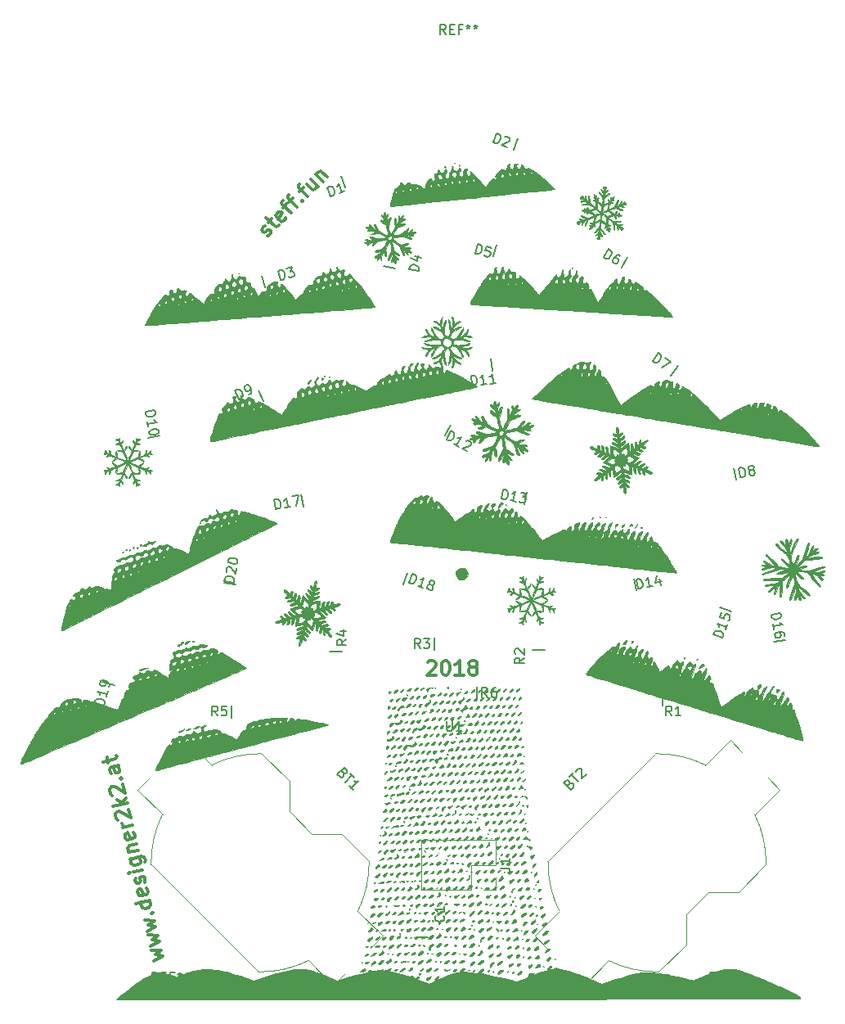
<source format=gbr>
G04 #@! TF.GenerationSoftware,KiCad,Pcbnew,(5.0.1)-rc2*
G04 #@! TF.CreationDate,2018-10-28T19:10:13+01:00*
G04 #@! TF.ProjectId,2D_xmas_tree01,32445F786D61735F7472656530312E6B,rev?*
G04 #@! TF.SameCoordinates,Original*
G04 #@! TF.FileFunction,Legend,Top*
G04 #@! TF.FilePolarity,Positive*
%FSLAX46Y46*%
G04 Gerber Fmt 4.6, Leading zero omitted, Abs format (unit mm)*
G04 Created by KiCad (PCBNEW (5.0.1)-rc2) date 28.10.2018 19:10:13*
%MOMM*%
%LPD*%
G01*
G04 APERTURE LIST*
%ADD10C,0.300000*%
%ADD11C,0.010000*%
%ADD12C,0.150000*%
%ADD13C,0.120000*%
G04 APERTURE END LIST*
D10*
X145383571Y-109811428D02*
X145455000Y-109740000D01*
X145597857Y-109668571D01*
X145955000Y-109668571D01*
X146097857Y-109740000D01*
X146169285Y-109811428D01*
X146240714Y-109954285D01*
X146240714Y-110097142D01*
X146169285Y-110311428D01*
X145312142Y-111168571D01*
X146240714Y-111168571D01*
X147169285Y-109668571D02*
X147312142Y-109668571D01*
X147455000Y-109740000D01*
X147526428Y-109811428D01*
X147597857Y-109954285D01*
X147669285Y-110240000D01*
X147669285Y-110597142D01*
X147597857Y-110882857D01*
X147526428Y-111025714D01*
X147455000Y-111097142D01*
X147312142Y-111168571D01*
X147169285Y-111168571D01*
X147026428Y-111097142D01*
X146955000Y-111025714D01*
X146883571Y-110882857D01*
X146812142Y-110597142D01*
X146812142Y-110240000D01*
X146883571Y-109954285D01*
X146955000Y-109811428D01*
X147026428Y-109740000D01*
X147169285Y-109668571D01*
X149097857Y-111168571D02*
X148240714Y-111168571D01*
X148669285Y-111168571D02*
X148669285Y-109668571D01*
X148526428Y-109882857D01*
X148383571Y-110025714D01*
X148240714Y-110097142D01*
X149955000Y-110311428D02*
X149812142Y-110240000D01*
X149740714Y-110168571D01*
X149669285Y-110025714D01*
X149669285Y-109954285D01*
X149740714Y-109811428D01*
X149812142Y-109740000D01*
X149955000Y-109668571D01*
X150240714Y-109668571D01*
X150383571Y-109740000D01*
X150455000Y-109811428D01*
X150526428Y-109954285D01*
X150526428Y-110025714D01*
X150455000Y-110168571D01*
X150383571Y-110240000D01*
X150240714Y-110311428D01*
X149955000Y-110311428D01*
X149812142Y-110382857D01*
X149740714Y-110454285D01*
X149669285Y-110597142D01*
X149669285Y-110882857D01*
X149740714Y-111025714D01*
X149812142Y-111097142D01*
X149955000Y-111168571D01*
X150240714Y-111168571D01*
X150383571Y-111097142D01*
X150455000Y-111025714D01*
X150526428Y-110882857D01*
X150526428Y-110597142D01*
X150455000Y-110454285D01*
X150383571Y-110382857D01*
X150240714Y-110311428D01*
X128768095Y-65765533D02*
X128919618Y-65715026D01*
X129121649Y-65512995D01*
X129172156Y-65361472D01*
X129121649Y-65209950D01*
X129071141Y-65159442D01*
X128919618Y-65108934D01*
X128768095Y-65159442D01*
X128616572Y-65310965D01*
X128465049Y-65361472D01*
X128313527Y-65310965D01*
X128263019Y-65260457D01*
X128212511Y-65108934D01*
X128263019Y-64957411D01*
X128414542Y-64805888D01*
X128566065Y-64755381D01*
X128869111Y-64351320D02*
X129273172Y-63947259D01*
X128667080Y-63846244D02*
X129576217Y-64755381D01*
X129727740Y-64805888D01*
X129879263Y-64755381D01*
X129980278Y-64654366D01*
X130687385Y-63846244D02*
X130636877Y-63997766D01*
X130434847Y-64199797D01*
X130283324Y-64250305D01*
X130131801Y-64199797D01*
X129727740Y-63795736D01*
X129677233Y-63644213D01*
X129727740Y-63492690D01*
X129929771Y-63290660D01*
X130081294Y-63240152D01*
X130232816Y-63290660D01*
X130333832Y-63391675D01*
X129929771Y-63997766D01*
X130384339Y-62836091D02*
X130788400Y-62432030D01*
X131242969Y-63391675D02*
X130333832Y-62482538D01*
X130283324Y-62331015D01*
X130333832Y-62179492D01*
X130434847Y-62078477D01*
X130990431Y-62230000D02*
X131394492Y-61825938D01*
X131849061Y-62785583D02*
X130939923Y-61876446D01*
X130889416Y-61724923D01*
X130939923Y-61573400D01*
X131040938Y-61472385D01*
X132354137Y-62078477D02*
X132455152Y-62078477D01*
X132455152Y-62179492D01*
X132354137Y-62179492D01*
X132354137Y-62078477D01*
X132455152Y-62179492D01*
X132101599Y-61118832D02*
X132505660Y-60714771D01*
X132960228Y-61674416D02*
X132051091Y-60765278D01*
X132000583Y-60613755D01*
X132051091Y-60462233D01*
X132152106Y-60361217D01*
X133313782Y-59906649D02*
X134020888Y-60613755D01*
X132859213Y-60361217D02*
X133414797Y-60916801D01*
X133566320Y-60967309D01*
X133717843Y-60916801D01*
X133869366Y-60765278D01*
X133919873Y-60613755D01*
X133919873Y-60512740D01*
X133818858Y-59401572D02*
X134525965Y-60108679D01*
X133919873Y-59502588D02*
X133919873Y-59401572D01*
X133970381Y-59250049D01*
X134121904Y-59098527D01*
X134273427Y-59048019D01*
X134424950Y-59098527D01*
X134980533Y-59654111D01*
X117040033Y-140721783D02*
X117950131Y-140218441D01*
X117189881Y-140100729D01*
X117821588Y-139661658D01*
X116782946Y-139608218D01*
X116686538Y-139190630D02*
X117596637Y-138687288D01*
X116836386Y-138569576D01*
X117468093Y-138130505D01*
X116429452Y-138077065D01*
X116333044Y-137659477D02*
X117243142Y-137156135D01*
X116482892Y-137038423D01*
X117114599Y-136599352D01*
X116075957Y-136545912D01*
X116782588Y-135796314D02*
X116836118Y-135710648D01*
X116921784Y-135764178D01*
X116868254Y-135849844D01*
X116782588Y-135796314D01*
X116921784Y-135764178D01*
X116616493Y-134441818D02*
X115154938Y-134779245D01*
X116546895Y-134457886D02*
X116648629Y-134581014D01*
X116712900Y-134859406D01*
X116675438Y-135014669D01*
X116621909Y-135100335D01*
X116498781Y-135202069D01*
X116081194Y-135298476D01*
X115925930Y-135261014D01*
X115840264Y-135207484D01*
X115738530Y-135084357D01*
X115674259Y-134805965D01*
X115711721Y-134650701D01*
X116257672Y-133205125D02*
X116359406Y-133328253D01*
X116423678Y-133606644D01*
X116386216Y-133761908D01*
X116263088Y-133863641D01*
X115706305Y-133992185D01*
X115551041Y-133954723D01*
X115449308Y-133831595D01*
X115385036Y-133553204D01*
X115422498Y-133397940D01*
X115545626Y-133296206D01*
X115684821Y-133264070D01*
X115984696Y-133927913D01*
X116113061Y-132578744D02*
X116150523Y-132423480D01*
X116086251Y-132145089D01*
X115984517Y-132021961D01*
X115829254Y-131984499D01*
X115759656Y-132000567D01*
X115636528Y-132102301D01*
X115599066Y-132257564D01*
X115647270Y-132466358D01*
X115609808Y-132621622D01*
X115486680Y-132723355D01*
X115417082Y-132739423D01*
X115261819Y-132701961D01*
X115160085Y-132578834D01*
X115111881Y-132370040D01*
X115149343Y-132214776D01*
X115893436Y-131309915D02*
X114919066Y-131534866D01*
X114431881Y-131647341D02*
X114517547Y-131700871D01*
X114571077Y-131615205D01*
X114485411Y-131561675D01*
X114431881Y-131647341D01*
X114571077Y-131615205D01*
X114613775Y-130212506D02*
X115796939Y-129939351D01*
X115952202Y-129976813D01*
X116037868Y-130030343D01*
X116139602Y-130153471D01*
X116187806Y-130362265D01*
X116150344Y-130517528D01*
X115518547Y-130003623D02*
X115620281Y-130126751D01*
X115684553Y-130405142D01*
X115647091Y-130560406D01*
X115593561Y-130646072D01*
X115470433Y-130747806D01*
X115052846Y-130844213D01*
X114897582Y-130806751D01*
X114811916Y-130753221D01*
X114710183Y-130630093D01*
X114645911Y-130351702D01*
X114683373Y-130196438D01*
X114453096Y-129516528D02*
X115427466Y-129291577D01*
X114592292Y-129484392D02*
X114506626Y-129430862D01*
X114404892Y-129307734D01*
X114356688Y-129098940D01*
X114394150Y-128943677D01*
X114517278Y-128841943D01*
X115282855Y-128665196D01*
X114924034Y-127428502D02*
X115025768Y-127551630D01*
X115090039Y-127830021D01*
X115052577Y-127985285D01*
X114929450Y-128087019D01*
X114372667Y-128215562D01*
X114217403Y-128178100D01*
X114115669Y-128054973D01*
X114051398Y-127776581D01*
X114088860Y-127621317D01*
X114211987Y-127519584D01*
X114351183Y-127487448D01*
X114651058Y-128151291D01*
X114832952Y-126716456D02*
X113858582Y-126941407D01*
X114136974Y-126877135D02*
X113981710Y-126839673D01*
X113896044Y-126786143D01*
X113794311Y-126663015D01*
X113762175Y-126523820D01*
X113317778Y-126186572D02*
X113232112Y-126133042D01*
X113130378Y-126009914D01*
X113050039Y-125661925D01*
X113087501Y-125506661D01*
X113141031Y-125420996D01*
X113264158Y-125319262D01*
X113403354Y-125287126D01*
X113628216Y-125308520D01*
X114656205Y-125950879D01*
X114447322Y-125046107D01*
X114302711Y-124419726D02*
X112841156Y-124757153D01*
X113713792Y-124409074D02*
X114174167Y-123862943D01*
X113199797Y-124087894D02*
X113885123Y-124516134D01*
X112723264Y-123611451D02*
X112637599Y-123557921D01*
X112535865Y-123434793D01*
X112455525Y-123086804D01*
X112492987Y-122931541D01*
X112546517Y-122845875D01*
X112669645Y-122744141D01*
X112808841Y-122712005D01*
X113033702Y-122733399D01*
X114061692Y-123375758D01*
X113852809Y-122470986D01*
X113569001Y-121876741D02*
X113622531Y-121791075D01*
X113708197Y-121844605D01*
X113654667Y-121930271D01*
X113569001Y-121876741D01*
X113708197Y-121844605D01*
X113402906Y-120522246D02*
X112637330Y-120698993D01*
X112514202Y-120800727D01*
X112476740Y-120955991D01*
X112541012Y-121234382D01*
X112642746Y-121357510D01*
X113333309Y-120538314D02*
X113435042Y-120661442D01*
X113515382Y-121009431D01*
X113477920Y-121164695D01*
X113354792Y-121266428D01*
X113215596Y-121298564D01*
X113060333Y-121261102D01*
X112958599Y-121137975D01*
X112878259Y-120789985D01*
X112776526Y-120666857D01*
X112316061Y-120260012D02*
X112187517Y-119703229D01*
X111780672Y-120163694D02*
X113033433Y-119874471D01*
X113156561Y-119772737D01*
X113194023Y-119617474D01*
X113161887Y-119478278D01*
D11*
G04 #@! TO.C,G\002A\002A\002A*
G36*
X158700142Y-141454922D02*
X158727820Y-141502537D01*
X158872231Y-141549524D01*
X159138355Y-141597467D01*
X159156992Y-141600217D01*
X159550938Y-141668881D01*
X159948731Y-141763136D01*
X160383558Y-141892191D01*
X160888608Y-142065258D01*
X161068500Y-142130712D01*
X161350895Y-142238324D01*
X161676404Y-142368302D01*
X162022348Y-142510905D01*
X162366053Y-142656395D01*
X162684842Y-142795033D01*
X162956040Y-142917079D01*
X163156971Y-143012794D01*
X163264958Y-143072438D01*
X163270060Y-143076274D01*
X163364497Y-143080632D01*
X163573717Y-143035372D01*
X163895813Y-142940999D01*
X164328875Y-142798018D01*
X164349560Y-142790923D01*
X164786645Y-142646560D01*
X165279320Y-142493104D01*
X165773597Y-142346849D01*
X166215491Y-142224090D01*
X166307250Y-142200063D01*
X166674671Y-142106820D01*
X166961109Y-142040856D01*
X167204013Y-141997575D01*
X167440834Y-141972382D01*
X167709021Y-141960679D01*
X168046025Y-141957869D01*
X168275750Y-141958455D01*
X168665710Y-141964840D01*
X169031114Y-141982925D01*
X169392782Y-142015976D01*
X169771537Y-142067262D01*
X170188200Y-142140048D01*
X170663592Y-142237601D01*
X171218536Y-142363188D01*
X171873854Y-142520075D01*
X171907067Y-142528175D01*
X172233838Y-142606432D01*
X172520898Y-142672403D01*
X172743627Y-142720639D01*
X172877407Y-142745690D01*
X172900226Y-142748000D01*
X172997610Y-142721128D01*
X173174186Y-142649769D01*
X173396356Y-142547803D01*
X173459909Y-142516772D01*
X174028215Y-142257265D01*
X174613797Y-142029318D01*
X175194381Y-141839086D01*
X175747693Y-141692725D01*
X176251461Y-141596390D01*
X176683411Y-141556236D01*
X176911750Y-141562851D01*
X177169933Y-141601052D01*
X177476546Y-141672196D01*
X177839561Y-141779300D01*
X178266953Y-141925381D01*
X178766695Y-142113453D01*
X179346762Y-142346533D01*
X180015127Y-142627638D01*
X180779766Y-142959783D01*
X181648651Y-143345984D01*
X181769500Y-143400237D01*
X182333236Y-143654399D01*
X182791235Y-143863193D01*
X183154113Y-144032155D01*
X183432484Y-144166818D01*
X183636965Y-144272717D01*
X183778170Y-144355385D01*
X183866716Y-144420359D01*
X183913219Y-144473171D01*
X183928293Y-144519356D01*
X183928500Y-144525814D01*
X183908485Y-144629931D01*
X183880875Y-144654537D01*
X183813880Y-144654760D01*
X183624627Y-144655150D01*
X183317860Y-144655699D01*
X182898322Y-144656401D01*
X182370754Y-144657249D01*
X181739899Y-144658236D01*
X181010501Y-144659357D01*
X180187301Y-144660603D01*
X179275042Y-144661968D01*
X178278468Y-144663447D01*
X177202320Y-144665031D01*
X176051341Y-144666715D01*
X174830275Y-144668491D01*
X173543863Y-144670354D01*
X172196848Y-144672296D01*
X170793973Y-144674311D01*
X169339981Y-144676391D01*
X167839614Y-144678531D01*
X166297615Y-144680724D01*
X164718726Y-144682963D01*
X163107691Y-144685241D01*
X161469252Y-144687551D01*
X159808151Y-144689888D01*
X158129131Y-144692244D01*
X156436935Y-144694613D01*
X154736305Y-144696987D01*
X153031985Y-144699361D01*
X151328716Y-144701728D01*
X149631242Y-144704080D01*
X147944305Y-144706412D01*
X146272647Y-144708716D01*
X144621012Y-144710987D01*
X142994142Y-144713216D01*
X141396780Y-144715399D01*
X139833668Y-144717527D01*
X138309549Y-144719594D01*
X136829166Y-144721594D01*
X135397261Y-144723520D01*
X134018577Y-144725365D01*
X132697856Y-144727123D01*
X131439842Y-144728787D01*
X130249277Y-144730350D01*
X129130904Y-144731805D01*
X128089464Y-144733146D01*
X127191250Y-144734289D01*
X125990609Y-144735610D01*
X124809121Y-144736529D01*
X123654438Y-144737057D01*
X122534209Y-144737205D01*
X121456086Y-144736983D01*
X120427720Y-144736403D01*
X119456761Y-144735474D01*
X118550861Y-144734209D01*
X117717671Y-144732618D01*
X116964841Y-144730711D01*
X116300022Y-144728501D01*
X115730865Y-144725996D01*
X115265021Y-144723209D01*
X114910142Y-144720151D01*
X114673877Y-144716831D01*
X114657729Y-144716500D01*
X113173209Y-144684750D01*
X113731796Y-144240250D01*
X114321644Y-143776095D01*
X114833049Y-143385996D01*
X115281959Y-143059039D01*
X115684321Y-142784313D01*
X116056083Y-142550907D01*
X116413194Y-142347908D01*
X116751170Y-142174379D01*
X117010910Y-142050712D01*
X117199685Y-141975737D01*
X117359205Y-141939553D01*
X117531181Y-141932262D01*
X117729750Y-141942134D01*
X118041809Y-141984127D01*
X118418443Y-142068040D01*
X118808935Y-142182537D01*
X118816444Y-142185030D01*
X119458638Y-142398750D01*
X119927694Y-142221276D01*
X120618293Y-141971835D01*
X121221030Y-141778931D01*
X121729846Y-141644219D01*
X122138685Y-141569358D01*
X122369534Y-141553450D01*
X122592969Y-141566151D01*
X122906039Y-141599867D01*
X123274129Y-141649333D01*
X123662621Y-141709285D01*
X124036900Y-141774461D01*
X124362348Y-141839597D01*
X124556000Y-141885907D01*
X124849962Y-141967830D01*
X125205160Y-142071818D01*
X125594348Y-142189359D01*
X125990276Y-142311944D01*
X126365698Y-142431064D01*
X126693366Y-142538208D01*
X126946034Y-142624868D01*
X127066977Y-142670109D01*
X127387204Y-142799282D01*
X127955977Y-142578113D01*
X128629092Y-142338579D01*
X129384658Y-142107810D01*
X130178164Y-141897734D01*
X130965100Y-141720279D01*
X131584680Y-141605770D01*
X132065315Y-141567153D01*
X132599580Y-141601504D01*
X133196068Y-141710814D01*
X133863372Y-141897079D01*
X134610085Y-142162290D01*
X135409608Y-142493014D01*
X136007966Y-142754772D01*
X137346358Y-142372248D01*
X137914008Y-142211171D01*
X138379266Y-142082315D01*
X138761302Y-141981150D01*
X139079290Y-141903146D01*
X139352402Y-141843772D01*
X139599810Y-141798499D01*
X139840689Y-141762796D01*
X140019376Y-141740642D01*
X140275043Y-141706683D01*
X140492856Y-141670142D01*
X140632618Y-141637932D01*
X140647791Y-141632568D01*
X140731730Y-141613374D01*
X140723419Y-141657708D01*
X140733746Y-141711408D01*
X140828943Y-141730082D01*
X140972290Y-141715369D01*
X141127064Y-141668909D01*
X141193000Y-141636750D01*
X141353530Y-141567828D01*
X141472716Y-141543750D01*
X141554096Y-141549565D01*
X141544172Y-141592910D01*
X141481463Y-141665501D01*
X141411136Y-141754960D01*
X141436213Y-141798345D01*
X141550997Y-141827676D01*
X141718083Y-141867177D01*
X141972505Y-141932436D01*
X142279559Y-142014061D01*
X142604544Y-142102662D01*
X142912755Y-142188847D01*
X143169490Y-142263225D01*
X143246577Y-142286515D01*
X143457768Y-142339127D01*
X143582287Y-142336133D01*
X143624402Y-142310497D01*
X143742392Y-142243553D01*
X143833069Y-142274566D01*
X143860000Y-142362720D01*
X143910357Y-142480203D01*
X144030300Y-142533502D01*
X144173130Y-142509499D01*
X144234675Y-142467973D01*
X144359118Y-142386505D01*
X144458683Y-142371154D01*
X144495000Y-142420796D01*
X144444086Y-142485518D01*
X144359955Y-142534851D01*
X144304041Y-142570770D01*
X144317242Y-142610756D01*
X144415351Y-142667216D01*
X144614157Y-142752556D01*
X144661580Y-142771831D01*
X144911675Y-142873886D01*
X145145478Y-142970712D01*
X145310378Y-143040492D01*
X145396804Y-143074204D01*
X145478200Y-143087608D01*
X145576229Y-143074143D01*
X145712553Y-143027245D01*
X145908835Y-142940353D01*
X146186736Y-142806905D01*
X146358128Y-142723089D01*
X146976418Y-142439357D01*
X147562317Y-142207799D01*
X148091262Y-142037462D01*
X148449393Y-141952753D01*
X148601602Y-141906008D01*
X148682164Y-141845796D01*
X148686000Y-141831251D01*
X148735547Y-141722938D01*
X148853140Y-141600970D01*
X148992198Y-141506382D01*
X149086967Y-141478000D01*
X149181801Y-141516623D01*
X149196843Y-141605666D01*
X149141241Y-141704891D01*
X149024142Y-141774059D01*
X149019375Y-141775355D01*
X148989067Y-141799107D01*
X149072835Y-141825765D01*
X149274668Y-141856070D01*
X149598554Y-141890762D01*
X149683387Y-141898761D01*
X150522024Y-141976393D01*
X150759421Y-141758946D01*
X150911866Y-141633345D01*
X151036675Y-141554801D01*
X151079658Y-141541500D01*
X151154909Y-141579903D01*
X151148258Y-141671668D01*
X151068860Y-141781626D01*
X151003750Y-141833089D01*
X150890759Y-141920898D01*
X150845000Y-141983133D01*
X150902645Y-142015128D01*
X151054866Y-142057242D01*
X151270595Y-142101108D01*
X151305375Y-142107130D01*
X151590534Y-142160579D01*
X151952716Y-142236179D01*
X152365859Y-142327713D01*
X152803904Y-142428963D01*
X153240789Y-142533711D01*
X153650454Y-142635740D01*
X154006840Y-142728833D01*
X154283885Y-142806772D01*
X154420546Y-142850347D01*
X154584660Y-142897864D01*
X154706816Y-142889373D01*
X154851581Y-142816496D01*
X154896796Y-142788536D01*
X155098269Y-142683589D01*
X155299892Y-142609945D01*
X155337353Y-142601199D01*
X155571298Y-142528684D01*
X155743441Y-142424030D01*
X155828958Y-142305634D01*
X155828790Y-142236977D01*
X155814481Y-142150237D01*
X155856848Y-142094680D01*
X155980966Y-142053203D01*
X156146365Y-142020400D01*
X156399481Y-141974620D01*
X156273365Y-142114512D01*
X156147250Y-142254404D01*
X156401250Y-142144025D01*
X156760021Y-142001039D01*
X157164040Y-141860687D01*
X157569885Y-141736523D01*
X157934133Y-141642096D01*
X158141625Y-141600866D01*
X158369979Y-141555477D01*
X158555334Y-141502637D01*
X158649359Y-141458762D01*
X158711794Y-141419739D01*
X158700142Y-141454922D01*
X158700142Y-141454922D01*
G37*
X158700142Y-141454922D02*
X158727820Y-141502537D01*
X158872231Y-141549524D01*
X159138355Y-141597467D01*
X159156992Y-141600217D01*
X159550938Y-141668881D01*
X159948731Y-141763136D01*
X160383558Y-141892191D01*
X160888608Y-142065258D01*
X161068500Y-142130712D01*
X161350895Y-142238324D01*
X161676404Y-142368302D01*
X162022348Y-142510905D01*
X162366053Y-142656395D01*
X162684842Y-142795033D01*
X162956040Y-142917079D01*
X163156971Y-143012794D01*
X163264958Y-143072438D01*
X163270060Y-143076274D01*
X163364497Y-143080632D01*
X163573717Y-143035372D01*
X163895813Y-142940999D01*
X164328875Y-142798018D01*
X164349560Y-142790923D01*
X164786645Y-142646560D01*
X165279320Y-142493104D01*
X165773597Y-142346849D01*
X166215491Y-142224090D01*
X166307250Y-142200063D01*
X166674671Y-142106820D01*
X166961109Y-142040856D01*
X167204013Y-141997575D01*
X167440834Y-141972382D01*
X167709021Y-141960679D01*
X168046025Y-141957869D01*
X168275750Y-141958455D01*
X168665710Y-141964840D01*
X169031114Y-141982925D01*
X169392782Y-142015976D01*
X169771537Y-142067262D01*
X170188200Y-142140048D01*
X170663592Y-142237601D01*
X171218536Y-142363188D01*
X171873854Y-142520075D01*
X171907067Y-142528175D01*
X172233838Y-142606432D01*
X172520898Y-142672403D01*
X172743627Y-142720639D01*
X172877407Y-142745690D01*
X172900226Y-142748000D01*
X172997610Y-142721128D01*
X173174186Y-142649769D01*
X173396356Y-142547803D01*
X173459909Y-142516772D01*
X174028215Y-142257265D01*
X174613797Y-142029318D01*
X175194381Y-141839086D01*
X175747693Y-141692725D01*
X176251461Y-141596390D01*
X176683411Y-141556236D01*
X176911750Y-141562851D01*
X177169933Y-141601052D01*
X177476546Y-141672196D01*
X177839561Y-141779300D01*
X178266953Y-141925381D01*
X178766695Y-142113453D01*
X179346762Y-142346533D01*
X180015127Y-142627638D01*
X180779766Y-142959783D01*
X181648651Y-143345984D01*
X181769500Y-143400237D01*
X182333236Y-143654399D01*
X182791235Y-143863193D01*
X183154113Y-144032155D01*
X183432484Y-144166818D01*
X183636965Y-144272717D01*
X183778170Y-144355385D01*
X183866716Y-144420359D01*
X183913219Y-144473171D01*
X183928293Y-144519356D01*
X183928500Y-144525814D01*
X183908485Y-144629931D01*
X183880875Y-144654537D01*
X183813880Y-144654760D01*
X183624627Y-144655150D01*
X183317860Y-144655699D01*
X182898322Y-144656401D01*
X182370754Y-144657249D01*
X181739899Y-144658236D01*
X181010501Y-144659357D01*
X180187301Y-144660603D01*
X179275042Y-144661968D01*
X178278468Y-144663447D01*
X177202320Y-144665031D01*
X176051341Y-144666715D01*
X174830275Y-144668491D01*
X173543863Y-144670354D01*
X172196848Y-144672296D01*
X170793973Y-144674311D01*
X169339981Y-144676391D01*
X167839614Y-144678531D01*
X166297615Y-144680724D01*
X164718726Y-144682963D01*
X163107691Y-144685241D01*
X161469252Y-144687551D01*
X159808151Y-144689888D01*
X158129131Y-144692244D01*
X156436935Y-144694613D01*
X154736305Y-144696987D01*
X153031985Y-144699361D01*
X151328716Y-144701728D01*
X149631242Y-144704080D01*
X147944305Y-144706412D01*
X146272647Y-144708716D01*
X144621012Y-144710987D01*
X142994142Y-144713216D01*
X141396780Y-144715399D01*
X139833668Y-144717527D01*
X138309549Y-144719594D01*
X136829166Y-144721594D01*
X135397261Y-144723520D01*
X134018577Y-144725365D01*
X132697856Y-144727123D01*
X131439842Y-144728787D01*
X130249277Y-144730350D01*
X129130904Y-144731805D01*
X128089464Y-144733146D01*
X127191250Y-144734289D01*
X125990609Y-144735610D01*
X124809121Y-144736529D01*
X123654438Y-144737057D01*
X122534209Y-144737205D01*
X121456086Y-144736983D01*
X120427720Y-144736403D01*
X119456761Y-144735474D01*
X118550861Y-144734209D01*
X117717671Y-144732618D01*
X116964841Y-144730711D01*
X116300022Y-144728501D01*
X115730865Y-144725996D01*
X115265021Y-144723209D01*
X114910142Y-144720151D01*
X114673877Y-144716831D01*
X114657729Y-144716500D01*
X113173209Y-144684750D01*
X113731796Y-144240250D01*
X114321644Y-143776095D01*
X114833049Y-143385996D01*
X115281959Y-143059039D01*
X115684321Y-142784313D01*
X116056083Y-142550907D01*
X116413194Y-142347908D01*
X116751170Y-142174379D01*
X117010910Y-142050712D01*
X117199685Y-141975737D01*
X117359205Y-141939553D01*
X117531181Y-141932262D01*
X117729750Y-141942134D01*
X118041809Y-141984127D01*
X118418443Y-142068040D01*
X118808935Y-142182537D01*
X118816444Y-142185030D01*
X119458638Y-142398750D01*
X119927694Y-142221276D01*
X120618293Y-141971835D01*
X121221030Y-141778931D01*
X121729846Y-141644219D01*
X122138685Y-141569358D01*
X122369534Y-141553450D01*
X122592969Y-141566151D01*
X122906039Y-141599867D01*
X123274129Y-141649333D01*
X123662621Y-141709285D01*
X124036900Y-141774461D01*
X124362348Y-141839597D01*
X124556000Y-141885907D01*
X124849962Y-141967830D01*
X125205160Y-142071818D01*
X125594348Y-142189359D01*
X125990276Y-142311944D01*
X126365698Y-142431064D01*
X126693366Y-142538208D01*
X126946034Y-142624868D01*
X127066977Y-142670109D01*
X127387204Y-142799282D01*
X127955977Y-142578113D01*
X128629092Y-142338579D01*
X129384658Y-142107810D01*
X130178164Y-141897734D01*
X130965100Y-141720279D01*
X131584680Y-141605770D01*
X132065315Y-141567153D01*
X132599580Y-141601504D01*
X133196068Y-141710814D01*
X133863372Y-141897079D01*
X134610085Y-142162290D01*
X135409608Y-142493014D01*
X136007966Y-142754772D01*
X137346358Y-142372248D01*
X137914008Y-142211171D01*
X138379266Y-142082315D01*
X138761302Y-141981150D01*
X139079290Y-141903146D01*
X139352402Y-141843772D01*
X139599810Y-141798499D01*
X139840689Y-141762796D01*
X140019376Y-141740642D01*
X140275043Y-141706683D01*
X140492856Y-141670142D01*
X140632618Y-141637932D01*
X140647791Y-141632568D01*
X140731730Y-141613374D01*
X140723419Y-141657708D01*
X140733746Y-141711408D01*
X140828943Y-141730082D01*
X140972290Y-141715369D01*
X141127064Y-141668909D01*
X141193000Y-141636750D01*
X141353530Y-141567828D01*
X141472716Y-141543750D01*
X141554096Y-141549565D01*
X141544172Y-141592910D01*
X141481463Y-141665501D01*
X141411136Y-141754960D01*
X141436213Y-141798345D01*
X141550997Y-141827676D01*
X141718083Y-141867177D01*
X141972505Y-141932436D01*
X142279559Y-142014061D01*
X142604544Y-142102662D01*
X142912755Y-142188847D01*
X143169490Y-142263225D01*
X143246577Y-142286515D01*
X143457768Y-142339127D01*
X143582287Y-142336133D01*
X143624402Y-142310497D01*
X143742392Y-142243553D01*
X143833069Y-142274566D01*
X143860000Y-142362720D01*
X143910357Y-142480203D01*
X144030300Y-142533502D01*
X144173130Y-142509499D01*
X144234675Y-142467973D01*
X144359118Y-142386505D01*
X144458683Y-142371154D01*
X144495000Y-142420796D01*
X144444086Y-142485518D01*
X144359955Y-142534851D01*
X144304041Y-142570770D01*
X144317242Y-142610756D01*
X144415351Y-142667216D01*
X144614157Y-142752556D01*
X144661580Y-142771831D01*
X144911675Y-142873886D01*
X145145478Y-142970712D01*
X145310378Y-143040492D01*
X145396804Y-143074204D01*
X145478200Y-143087608D01*
X145576229Y-143074143D01*
X145712553Y-143027245D01*
X145908835Y-142940353D01*
X146186736Y-142806905D01*
X146358128Y-142723089D01*
X146976418Y-142439357D01*
X147562317Y-142207799D01*
X148091262Y-142037462D01*
X148449393Y-141952753D01*
X148601602Y-141906008D01*
X148682164Y-141845796D01*
X148686000Y-141831251D01*
X148735547Y-141722938D01*
X148853140Y-141600970D01*
X148992198Y-141506382D01*
X149086967Y-141478000D01*
X149181801Y-141516623D01*
X149196843Y-141605666D01*
X149141241Y-141704891D01*
X149024142Y-141774059D01*
X149019375Y-141775355D01*
X148989067Y-141799107D01*
X149072835Y-141825765D01*
X149274668Y-141856070D01*
X149598554Y-141890762D01*
X149683387Y-141898761D01*
X150522024Y-141976393D01*
X150759421Y-141758946D01*
X150911866Y-141633345D01*
X151036675Y-141554801D01*
X151079658Y-141541500D01*
X151154909Y-141579903D01*
X151148258Y-141671668D01*
X151068860Y-141781626D01*
X151003750Y-141833089D01*
X150890759Y-141920898D01*
X150845000Y-141983133D01*
X150902645Y-142015128D01*
X151054866Y-142057242D01*
X151270595Y-142101108D01*
X151305375Y-142107130D01*
X151590534Y-142160579D01*
X151952716Y-142236179D01*
X152365859Y-142327713D01*
X152803904Y-142428963D01*
X153240789Y-142533711D01*
X153650454Y-142635740D01*
X154006840Y-142728833D01*
X154283885Y-142806772D01*
X154420546Y-142850347D01*
X154584660Y-142897864D01*
X154706816Y-142889373D01*
X154851581Y-142816496D01*
X154896796Y-142788536D01*
X155098269Y-142683589D01*
X155299892Y-142609945D01*
X155337353Y-142601199D01*
X155571298Y-142528684D01*
X155743441Y-142424030D01*
X155828958Y-142305634D01*
X155828790Y-142236977D01*
X155814481Y-142150237D01*
X155856848Y-142094680D01*
X155980966Y-142053203D01*
X156146365Y-142020400D01*
X156399481Y-141974620D01*
X156273365Y-142114512D01*
X156147250Y-142254404D01*
X156401250Y-142144025D01*
X156760021Y-142001039D01*
X157164040Y-141860687D01*
X157569885Y-141736523D01*
X157934133Y-141642096D01*
X158141625Y-141600866D01*
X158369979Y-141555477D01*
X158555334Y-141502637D01*
X158649359Y-141458762D01*
X158711794Y-141419739D01*
X158700142Y-141454922D01*
G36*
X145686720Y-142458799D02*
X145560633Y-142595239D01*
X145547559Y-142607649D01*
X145413233Y-142729291D01*
X145338061Y-142770982D01*
X145290369Y-142741537D01*
X145258866Y-142687987D01*
X145229337Y-142599804D01*
X145274353Y-142536059D01*
X145416647Y-142465979D01*
X145425655Y-142462203D01*
X145619596Y-142392716D01*
X145706496Y-142391436D01*
X145686720Y-142458799D01*
X145686720Y-142458799D01*
G37*
X145686720Y-142458799D02*
X145560633Y-142595239D01*
X145547559Y-142607649D01*
X145413233Y-142729291D01*
X145338061Y-142770982D01*
X145290369Y-142741537D01*
X145258866Y-142687987D01*
X145229337Y-142599804D01*
X145274353Y-142536059D01*
X145416647Y-142465979D01*
X145425655Y-142462203D01*
X145619596Y-142392716D01*
X145706496Y-142391436D01*
X145686720Y-142458799D01*
G36*
X146545785Y-142342613D02*
X146479239Y-142441210D01*
X146431750Y-142494000D01*
X146272859Y-142631758D01*
X146153098Y-142680907D01*
X146088923Y-142636882D01*
X146082500Y-142590880D01*
X146135023Y-142503938D01*
X146261285Y-142407277D01*
X146414321Y-142330677D01*
X146535726Y-142303500D01*
X146545785Y-142342613D01*
X146545785Y-142342613D01*
G37*
X146545785Y-142342613D02*
X146479239Y-142441210D01*
X146431750Y-142494000D01*
X146272859Y-142631758D01*
X146153098Y-142680907D01*
X146088923Y-142636882D01*
X146082500Y-142590880D01*
X146135023Y-142503938D01*
X146261285Y-142407277D01*
X146414321Y-142330677D01*
X146535726Y-142303500D01*
X146545785Y-142342613D01*
G36*
X144615277Y-142037488D02*
X144622000Y-142081250D01*
X144583002Y-142168825D01*
X144495330Y-142153133D01*
X144475559Y-142135893D01*
X144462717Y-142056736D01*
X144527077Y-141992556D01*
X144562247Y-141986000D01*
X144615277Y-142037488D01*
X144615277Y-142037488D01*
G37*
X144615277Y-142037488D02*
X144622000Y-142081250D01*
X144583002Y-142168825D01*
X144495330Y-142153133D01*
X144475559Y-142135893D01*
X144462717Y-142056736D01*
X144527077Y-141992556D01*
X144562247Y-141986000D01*
X144615277Y-142037488D01*
G36*
X155112422Y-141819270D02*
X155080536Y-141917849D01*
X155036000Y-141986000D01*
X154926822Y-142096215D01*
X154802539Y-142166679D01*
X154699983Y-142183543D01*
X154655985Y-142132961D01*
X154655972Y-142128875D01*
X154716910Y-141998136D01*
X154877737Y-141874521D01*
X154888950Y-141868506D01*
X155047941Y-141802328D01*
X155112422Y-141819270D01*
X155112422Y-141819270D01*
G37*
X155112422Y-141819270D02*
X155080536Y-141917849D01*
X155036000Y-141986000D01*
X154926822Y-142096215D01*
X154802539Y-142166679D01*
X154699983Y-142183543D01*
X154655985Y-142132961D01*
X154655972Y-142128875D01*
X154716910Y-141998136D01*
X154877737Y-141874521D01*
X154888950Y-141868506D01*
X155047941Y-141802328D01*
X155112422Y-141819270D01*
G36*
X153154193Y-141667046D02*
X153173996Y-141736750D01*
X153103112Y-141835866D01*
X153004000Y-141924719D01*
X152806234Y-142066771D01*
X152680206Y-142104324D01*
X152626064Y-142037345D01*
X152623786Y-142001875D01*
X152672565Y-141894420D01*
X152790795Y-141782756D01*
X152938374Y-141692197D01*
X153075196Y-141648061D01*
X153154193Y-141667046D01*
X153154193Y-141667046D01*
G37*
X153154193Y-141667046D02*
X153173996Y-141736750D01*
X153103112Y-141835866D01*
X153004000Y-141924719D01*
X152806234Y-142066771D01*
X152680206Y-142104324D01*
X152626064Y-142037345D01*
X152623786Y-142001875D01*
X152672565Y-141894420D01*
X152790795Y-141782756D01*
X152938374Y-141692197D01*
X153075196Y-141648061D01*
X153154193Y-141667046D01*
G36*
X154259016Y-141955494D02*
X154194939Y-142028802D01*
X154135477Y-142049500D01*
X154109880Y-142013218D01*
X154148273Y-141952715D01*
X154225921Y-141886148D01*
X154257657Y-141884990D01*
X154259016Y-141955494D01*
X154259016Y-141955494D01*
G37*
X154259016Y-141955494D02*
X154194939Y-142028802D01*
X154135477Y-142049500D01*
X154109880Y-142013218D01*
X154148273Y-141952715D01*
X154225921Y-141886148D01*
X154257657Y-141884990D01*
X154259016Y-141955494D01*
G36*
X152220172Y-141834402D02*
X152210250Y-141859000D01*
X152153188Y-141919577D01*
X152143002Y-141922500D01*
X152115728Y-141873370D01*
X152115000Y-141859000D01*
X152163815Y-141797940D01*
X152182247Y-141795500D01*
X152220172Y-141834402D01*
X152220172Y-141834402D01*
G37*
X152220172Y-141834402D02*
X152210250Y-141859000D01*
X152153188Y-141919577D01*
X152143002Y-141922500D01*
X152115728Y-141873370D01*
X152115000Y-141859000D01*
X152163815Y-141797940D01*
X152182247Y-141795500D01*
X152220172Y-141834402D01*
G36*
X153701771Y-141844629D02*
X153702500Y-141859000D01*
X153653684Y-141920059D01*
X153635252Y-141922500D01*
X153597327Y-141883597D01*
X153607250Y-141859000D01*
X153664311Y-141798422D01*
X153674497Y-141795500D01*
X153701771Y-141844629D01*
X153701771Y-141844629D01*
G37*
X153701771Y-141844629D02*
X153702500Y-141859000D01*
X153653684Y-141920059D01*
X153635252Y-141922500D01*
X153597327Y-141883597D01*
X153607250Y-141859000D01*
X153664311Y-141798422D01*
X153674497Y-141795500D01*
X153701771Y-141844629D01*
G36*
X138875045Y-141546398D02*
X138887419Y-141558205D01*
X138931129Y-141659629D01*
X138854106Y-141748055D01*
X138662397Y-141817986D01*
X138583447Y-141834534D01*
X138367250Y-141874322D01*
X138582607Y-141671536D01*
X138720753Y-141551843D01*
X138807169Y-141514244D01*
X138875045Y-141546398D01*
X138875045Y-141546398D01*
G37*
X138875045Y-141546398D02*
X138887419Y-141558205D01*
X138931129Y-141659629D01*
X138854106Y-141748055D01*
X138662397Y-141817986D01*
X138583447Y-141834534D01*
X138367250Y-141874322D01*
X138582607Y-141671536D01*
X138720753Y-141551843D01*
X138807169Y-141514244D01*
X138875045Y-141546398D01*
G36*
X143025736Y-141504702D02*
X143034500Y-141570102D01*
X142981818Y-141634364D01*
X142852978Y-141717544D01*
X142691784Y-141796875D01*
X142542042Y-141849589D01*
X142478648Y-141859000D01*
X142492969Y-141819351D01*
X142578354Y-141717532D01*
X142663592Y-141628774D01*
X142833294Y-141488885D01*
X142958001Y-141446896D01*
X143025736Y-141504702D01*
X143025736Y-141504702D01*
G37*
X143025736Y-141504702D02*
X143034500Y-141570102D01*
X142981818Y-141634364D01*
X142852978Y-141717544D01*
X142691784Y-141796875D01*
X142542042Y-141849589D01*
X142478648Y-141859000D01*
X142492969Y-141819351D01*
X142578354Y-141717532D01*
X142663592Y-141628774D01*
X142833294Y-141488885D01*
X142958001Y-141446896D01*
X143025736Y-141504702D01*
G36*
X145767510Y-141451743D02*
X145742466Y-141543455D01*
X145648908Y-141659612D01*
X145577071Y-141720058D01*
X145415975Y-141816299D01*
X145284313Y-141856015D01*
X145210550Y-141834600D01*
X145208978Y-141779625D01*
X145276087Y-141696479D01*
X145408095Y-141586412D01*
X145558575Y-141483197D01*
X145681100Y-141420607D01*
X145710890Y-141414500D01*
X145767510Y-141451743D01*
X145767510Y-141451743D01*
G37*
X145767510Y-141451743D02*
X145742466Y-141543455D01*
X145648908Y-141659612D01*
X145577071Y-141720058D01*
X145415975Y-141816299D01*
X145284313Y-141856015D01*
X145210550Y-141834600D01*
X145208978Y-141779625D01*
X145276087Y-141696479D01*
X145408095Y-141586412D01*
X145558575Y-141483197D01*
X145681100Y-141420607D01*
X145710890Y-141414500D01*
X145767510Y-141451743D01*
G36*
X148355750Y-141571084D02*
X148346474Y-141636740D01*
X148270412Y-141733054D01*
X148166533Y-141820361D01*
X148073803Y-141858993D01*
X148072908Y-141859000D01*
X147997660Y-141807840D01*
X147987500Y-141762178D01*
X148037600Y-141681465D01*
X148152032Y-141604650D01*
X148276994Y-141559654D01*
X148355750Y-141571084D01*
X148355750Y-141571084D01*
G37*
X148355750Y-141571084D02*
X148346474Y-141636740D01*
X148270412Y-141733054D01*
X148166533Y-141820361D01*
X148073803Y-141858993D01*
X148072908Y-141859000D01*
X147997660Y-141807840D01*
X147987500Y-141762178D01*
X148037600Y-141681465D01*
X148152032Y-141604650D01*
X148276994Y-141559654D01*
X148355750Y-141571084D01*
G36*
X150258751Y-141692083D02*
X150259676Y-141741810D01*
X150179529Y-141826110D01*
X150118049Y-141849189D01*
X150034248Y-141835416D01*
X150033323Y-141785689D01*
X150113470Y-141701389D01*
X150174950Y-141678310D01*
X150258751Y-141692083D01*
X150258751Y-141692083D01*
G37*
X150258751Y-141692083D02*
X150259676Y-141741810D01*
X150179529Y-141826110D01*
X150118049Y-141849189D01*
X150034248Y-141835416D01*
X150033323Y-141785689D01*
X150113470Y-141701389D01*
X150174950Y-141678310D01*
X150258751Y-141692083D01*
G36*
X151719462Y-141743863D02*
X151661294Y-141820019D01*
X151584744Y-141849330D01*
X151543661Y-141812293D01*
X151543500Y-141807585D01*
X151594379Y-141734210D01*
X151644056Y-141707000D01*
X151718497Y-141705278D01*
X151719462Y-141743863D01*
X151719462Y-141743863D01*
G37*
X151719462Y-141743863D02*
X151661294Y-141820019D01*
X151584744Y-141849330D01*
X151543661Y-141812293D01*
X151543500Y-141807585D01*
X151594379Y-141734210D01*
X151644056Y-141707000D01*
X151718497Y-141705278D01*
X151719462Y-141743863D01*
G36*
X139453528Y-141700259D02*
X139446750Y-141732000D01*
X139355146Y-141789790D01*
X139312254Y-141795500D01*
X139249471Y-141763740D01*
X139256250Y-141732000D01*
X139347853Y-141674209D01*
X139390745Y-141668500D01*
X139453528Y-141700259D01*
X139453528Y-141700259D01*
G37*
X139453528Y-141700259D02*
X139446750Y-141732000D01*
X139355146Y-141789790D01*
X139312254Y-141795500D01*
X139249471Y-141763740D01*
X139256250Y-141732000D01*
X139347853Y-141674209D01*
X139390745Y-141668500D01*
X139453528Y-141700259D01*
G36*
X142258903Y-141575839D02*
X142239933Y-141625986D01*
X142184054Y-141684375D01*
X142064574Y-141768030D01*
X141953504Y-141794724D01*
X141893585Y-141756365D01*
X141891500Y-141739775D01*
X141944847Y-141641210D01*
X142065678Y-141566890D01*
X142185540Y-141552131D01*
X142258903Y-141575839D01*
X142258903Y-141575839D01*
G37*
X142258903Y-141575839D02*
X142239933Y-141625986D01*
X142184054Y-141684375D01*
X142064574Y-141768030D01*
X141953504Y-141794724D01*
X141893585Y-141756365D01*
X141891500Y-141739775D01*
X141944847Y-141641210D01*
X142065678Y-141566890D01*
X142185540Y-141552131D01*
X142258903Y-141575839D01*
G36*
X144922801Y-141564031D02*
X144881695Y-141629887D01*
X144783861Y-141706774D01*
X144666653Y-141753812D01*
X144578045Y-141756397D01*
X144558500Y-141728289D01*
X144610328Y-141656842D01*
X144728340Y-141584204D01*
X144856323Y-141543074D01*
X144879600Y-141541500D01*
X144922801Y-141564031D01*
X144922801Y-141564031D01*
G37*
X144922801Y-141564031D02*
X144881695Y-141629887D01*
X144783861Y-141706774D01*
X144666653Y-141753812D01*
X144578045Y-141756397D01*
X144558500Y-141728289D01*
X144610328Y-141656842D01*
X144728340Y-141584204D01*
X144856323Y-141543074D01*
X144879600Y-141541500D01*
X144922801Y-141564031D01*
G36*
X147184659Y-141597455D02*
X147303028Y-141637606D01*
X147473634Y-141638142D01*
X147486284Y-141636370D01*
X147701750Y-141603780D01*
X147511250Y-141696776D01*
X147315808Y-141777060D01*
X147193918Y-141784978D01*
X147140833Y-141753166D01*
X147101833Y-141657585D01*
X147098500Y-141618391D01*
X147119492Y-141560521D01*
X147184659Y-141597455D01*
X147184659Y-141597455D01*
G37*
X147184659Y-141597455D02*
X147303028Y-141637606D01*
X147473634Y-141638142D01*
X147486284Y-141636370D01*
X147701750Y-141603780D01*
X147511250Y-141696776D01*
X147315808Y-141777060D01*
X147193918Y-141784978D01*
X147140833Y-141753166D01*
X147101833Y-141657585D01*
X147098500Y-141618391D01*
X147119492Y-141560521D01*
X147184659Y-141597455D01*
G36*
X143799353Y-141463941D02*
X143817595Y-141504883D01*
X143790468Y-141592974D01*
X143656164Y-141663633D01*
X143465541Y-141720120D01*
X143386653Y-141717214D01*
X143418718Y-141654418D01*
X143510750Y-141571281D01*
X143661771Y-141456215D01*
X143748634Y-141422456D01*
X143799353Y-141463941D01*
X143799353Y-141463941D01*
G37*
X143799353Y-141463941D02*
X143817595Y-141504883D01*
X143790468Y-141592974D01*
X143656164Y-141663633D01*
X143465541Y-141720120D01*
X143386653Y-141717214D01*
X143418718Y-141654418D01*
X143510750Y-141571281D01*
X143661771Y-141456215D01*
X143748634Y-141422456D01*
X143799353Y-141463941D01*
G36*
X146427479Y-141523535D02*
X146400000Y-141605000D01*
X146276438Y-141710561D01*
X146159640Y-141729887D01*
X145987250Y-141727774D01*
X146137159Y-141602887D01*
X146286072Y-141502920D01*
X146390018Y-141476527D01*
X146427479Y-141523535D01*
X146427479Y-141523535D01*
G37*
X146427479Y-141523535D02*
X146400000Y-141605000D01*
X146276438Y-141710561D01*
X146159640Y-141729887D01*
X145987250Y-141727774D01*
X146137159Y-141602887D01*
X146286072Y-141502920D01*
X146390018Y-141476527D01*
X146427479Y-141523535D01*
G36*
X149680833Y-141689666D02*
X149672116Y-141727417D01*
X149638500Y-141732000D01*
X149586232Y-141708766D01*
X149596166Y-141689666D01*
X149671526Y-141682066D01*
X149680833Y-141689666D01*
X149680833Y-141689666D01*
G37*
X149680833Y-141689666D02*
X149672116Y-141727417D01*
X149638500Y-141732000D01*
X149586232Y-141708766D01*
X149596166Y-141689666D01*
X149671526Y-141682066D01*
X149680833Y-141689666D01*
G36*
X158204496Y-141265478D02*
X158211000Y-141311474D01*
X158149672Y-141442185D01*
X157972108Y-141547844D01*
X157901422Y-141572281D01*
X157797682Y-141592285D01*
X157790467Y-141550483D01*
X157799956Y-141532428D01*
X157918219Y-141367902D01*
X158041050Y-141259974D01*
X158144469Y-141221536D01*
X158204496Y-141265478D01*
X158204496Y-141265478D01*
G37*
X158204496Y-141265478D02*
X158211000Y-141311474D01*
X158149672Y-141442185D01*
X157972108Y-141547844D01*
X157901422Y-141572281D01*
X157797682Y-141592285D01*
X157790467Y-141550483D01*
X157799956Y-141532428D01*
X157918219Y-141367902D01*
X158041050Y-141259974D01*
X158144469Y-141221536D01*
X158204496Y-141265478D01*
G36*
X156169398Y-141163515D02*
X156116235Y-141277678D01*
X156090887Y-141317268D01*
X155980330Y-141450072D01*
X155888689Y-141469677D01*
X155840333Y-141435666D01*
X155791537Y-141317830D01*
X155845227Y-141205216D01*
X155972625Y-141141760D01*
X156125440Y-141124014D01*
X156169398Y-141163515D01*
X156169398Y-141163515D01*
G37*
X156169398Y-141163515D02*
X156116235Y-141277678D01*
X156090887Y-141317268D01*
X155980330Y-141450072D01*
X155888689Y-141469677D01*
X155840333Y-141435666D01*
X155791537Y-141317830D01*
X155845227Y-141205216D01*
X155972625Y-141141760D01*
X156125440Y-141124014D01*
X156169398Y-141163515D01*
G36*
X152229996Y-140892815D02*
X152181232Y-140983200D01*
X152105481Y-141055066D01*
X151980298Y-141186631D01*
X151909859Y-141315370D01*
X151908933Y-141319250D01*
X151881358Y-141404253D01*
X151847962Y-141370265D01*
X151834187Y-141340086D01*
X151828737Y-141186161D01*
X151913952Y-141023603D01*
X152058393Y-140902810D01*
X152186808Y-140858770D01*
X152229996Y-140892815D01*
X152229996Y-140892815D01*
G37*
X152229996Y-140892815D02*
X152181232Y-140983200D01*
X152105481Y-141055066D01*
X151980298Y-141186631D01*
X151909859Y-141315370D01*
X151908933Y-141319250D01*
X151881358Y-141404253D01*
X151847962Y-141370265D01*
X151834187Y-141340086D01*
X151828737Y-141186161D01*
X151913952Y-141023603D01*
X152058393Y-140902810D01*
X152186808Y-140858770D01*
X152229996Y-140892815D01*
G36*
X156899914Y-141051237D02*
X156966685Y-141119441D01*
X156993498Y-141229886D01*
X156974687Y-141325067D01*
X156929541Y-141351867D01*
X156805120Y-141368272D01*
X156691081Y-141394107D01*
X156536412Y-141435480D01*
X156681746Y-141231378D01*
X156790674Y-141107292D01*
X156882231Y-141050604D01*
X156899914Y-141051237D01*
X156899914Y-141051237D01*
G37*
X156899914Y-141051237D02*
X156966685Y-141119441D01*
X156993498Y-141229886D01*
X156974687Y-141325067D01*
X156929541Y-141351867D01*
X156805120Y-141368272D01*
X156691081Y-141394107D01*
X156536412Y-141435480D01*
X156681746Y-141231378D01*
X156790674Y-141107292D01*
X156882231Y-141050604D01*
X156899914Y-141051237D01*
G36*
X154220265Y-141033577D02*
X154106025Y-141149226D01*
X154093732Y-141160500D01*
X153951263Y-141287690D01*
X153871492Y-141337918D01*
X153822824Y-141319301D01*
X153775019Y-141242372D01*
X153755563Y-141163763D01*
X153819935Y-141103858D01*
X153946489Y-141052828D01*
X154146276Y-140989604D01*
X154235608Y-140981778D01*
X154220265Y-141033577D01*
X154220265Y-141033577D01*
G37*
X154220265Y-141033577D02*
X154106025Y-141149226D01*
X154093732Y-141160500D01*
X153951263Y-141287690D01*
X153871492Y-141337918D01*
X153822824Y-141319301D01*
X153775019Y-141242372D01*
X153755563Y-141163763D01*
X153819935Y-141103858D01*
X153946489Y-141052828D01*
X154146276Y-140989604D01*
X154235608Y-140981778D01*
X154220265Y-141033577D01*
G36*
X157385500Y-141319250D02*
X157353750Y-141351000D01*
X157322000Y-141319250D01*
X157353750Y-141287500D01*
X157385500Y-141319250D01*
X157385500Y-141319250D01*
G37*
X157385500Y-141319250D02*
X157353750Y-141351000D01*
X157322000Y-141319250D01*
X157353750Y-141287500D01*
X157385500Y-141319250D01*
G36*
X139971799Y-140806234D02*
X139966689Y-140874215D01*
X139861058Y-140965113D01*
X139800822Y-140999256D01*
X139664831Y-141098201D01*
X139593211Y-141204355D01*
X139592571Y-141207261D01*
X139570144Y-141281712D01*
X139539487Y-141240276D01*
X139522453Y-141198253D01*
X139529827Y-141065707D01*
X139617591Y-140923587D01*
X139750344Y-140814481D01*
X139870568Y-140779500D01*
X139971799Y-140806234D01*
X139971799Y-140806234D01*
G37*
X139971799Y-140806234D02*
X139966689Y-140874215D01*
X139861058Y-140965113D01*
X139800822Y-140999256D01*
X139664831Y-141098201D01*
X139593211Y-141204355D01*
X139592571Y-141207261D01*
X139570144Y-141281712D01*
X139539487Y-141240276D01*
X139522453Y-141198253D01*
X139529827Y-141065707D01*
X139617591Y-140923587D01*
X139750344Y-140814481D01*
X139870568Y-140779500D01*
X139971799Y-140806234D01*
G36*
X154951212Y-140991045D02*
X154946793Y-141061586D01*
X154874149Y-141161618D01*
X154770915Y-141250469D01*
X154676908Y-141287500D01*
X154601615Y-141236356D01*
X154591500Y-141190888D01*
X154640491Y-141103462D01*
X154752530Y-141022587D01*
X154875212Y-140977378D01*
X154951212Y-140991045D01*
X154951212Y-140991045D01*
G37*
X154951212Y-140991045D02*
X154946793Y-141061586D01*
X154874149Y-141161618D01*
X154770915Y-141250469D01*
X154676908Y-141287500D01*
X154601615Y-141236356D01*
X154591500Y-141190888D01*
X154640491Y-141103462D01*
X154752530Y-141022587D01*
X154875212Y-140977378D01*
X154951212Y-140991045D01*
G36*
X150255254Y-140799394D02*
X150250077Y-140863892D01*
X150138088Y-140980210D01*
X150054640Y-141049375D01*
X149890762Y-141173612D01*
X149807075Y-141215891D01*
X149789864Y-141179756D01*
X149808894Y-141112875D01*
X149912327Y-140929718D01*
X150054057Y-140808232D01*
X150156341Y-140779500D01*
X150255254Y-140799394D01*
X150255254Y-140799394D01*
G37*
X150255254Y-140799394D02*
X150250077Y-140863892D01*
X150138088Y-140980210D01*
X150054640Y-141049375D01*
X149890762Y-141173612D01*
X149807075Y-141215891D01*
X149789864Y-141179756D01*
X149808894Y-141112875D01*
X149912327Y-140929718D01*
X150054057Y-140808232D01*
X150156341Y-140779500D01*
X150255254Y-140799394D01*
G36*
X153080328Y-140815345D02*
X153015533Y-140920914D01*
X152905779Y-141034568D01*
X152781266Y-141124891D01*
X152674619Y-141160500D01*
X152578044Y-141132932D01*
X152559500Y-141100231D01*
X152607975Y-141017685D01*
X152725594Y-140913200D01*
X152870644Y-140815454D01*
X153001415Y-140753125D01*
X153069962Y-140749271D01*
X153080328Y-140815345D01*
X153080328Y-140815345D01*
G37*
X153080328Y-140815345D02*
X153015533Y-140920914D01*
X152905779Y-141034568D01*
X152781266Y-141124891D01*
X152674619Y-141160500D01*
X152578044Y-141132932D01*
X152559500Y-141100231D01*
X152607975Y-141017685D01*
X152725594Y-140913200D01*
X152870644Y-140815454D01*
X153001415Y-140753125D01*
X153069962Y-140749271D01*
X153080328Y-140815345D01*
G36*
X140807706Y-140687446D02*
X140781022Y-140780614D01*
X140664745Y-140914496D01*
X140637375Y-140939289D01*
X140455769Y-141068252D01*
X140329176Y-141085562D01*
X140274808Y-141037638D01*
X140298305Y-140969825D01*
X140394112Y-140867106D01*
X140525618Y-140759883D01*
X140656210Y-140678558D01*
X140738618Y-140652500D01*
X140807706Y-140687446D01*
X140807706Y-140687446D01*
G37*
X140807706Y-140687446D02*
X140781022Y-140780614D01*
X140664745Y-140914496D01*
X140637375Y-140939289D01*
X140455769Y-141068252D01*
X140329176Y-141085562D01*
X140274808Y-141037638D01*
X140298305Y-140969825D01*
X140394112Y-140867106D01*
X140525618Y-140759883D01*
X140656210Y-140678558D01*
X140738618Y-140652500D01*
X140807706Y-140687446D01*
G36*
X144923550Y-140673333D02*
X144913915Y-140740039D01*
X144796880Y-140859408D01*
X144720640Y-140922375D01*
X144567153Y-141040620D01*
X144480176Y-141087180D01*
X144428604Y-141071614D01*
X144393254Y-141022990D01*
X144407409Y-140940570D01*
X144498917Y-140832477D01*
X144631434Y-140729628D01*
X144768621Y-140662941D01*
X144828375Y-140652815D01*
X144923550Y-140673333D01*
X144923550Y-140673333D01*
G37*
X144923550Y-140673333D02*
X144913915Y-140740039D01*
X144796880Y-140859408D01*
X144720640Y-140922375D01*
X144567153Y-141040620D01*
X144480176Y-141087180D01*
X144428604Y-141071614D01*
X144393254Y-141022990D01*
X144407409Y-140940570D01*
X144498917Y-140832477D01*
X144631434Y-140729628D01*
X144768621Y-140662941D01*
X144828375Y-140652815D01*
X144923550Y-140673333D01*
G36*
X151159410Y-140702105D02*
X151123537Y-140800339D01*
X150982064Y-140918461D01*
X150915729Y-140958307D01*
X150734193Y-141055527D01*
X150635992Y-141090102D01*
X150596641Y-141066505D01*
X150591001Y-141017625D01*
X150639617Y-140924443D01*
X150757258Y-140808558D01*
X150901617Y-140702743D01*
X151030390Y-140639773D01*
X151083125Y-140636372D01*
X151159410Y-140702105D01*
X151159410Y-140702105D01*
G37*
X151159410Y-140702105D02*
X151123537Y-140800339D01*
X150982064Y-140918461D01*
X150915729Y-140958307D01*
X150734193Y-141055527D01*
X150635992Y-141090102D01*
X150596641Y-141066505D01*
X150591001Y-141017625D01*
X150639617Y-140924443D01*
X150757258Y-140808558D01*
X150901617Y-140702743D01*
X151030390Y-140639773D01*
X151083125Y-140636372D01*
X151159410Y-140702105D01*
G36*
X139182068Y-140845019D02*
X139277674Y-140851985D01*
X139263947Y-140887281D01*
X139196488Y-140940269D01*
X139034024Y-141024226D01*
X138911816Y-141010850D01*
X138879362Y-140976653D01*
X138895807Y-140912433D01*
X139005666Y-140863664D01*
X139175355Y-140844949D01*
X139182068Y-140845019D01*
X139182068Y-140845019D01*
G37*
X139182068Y-140845019D02*
X139277674Y-140851985D01*
X139263947Y-140887281D01*
X139196488Y-140940269D01*
X139034024Y-141024226D01*
X138911816Y-141010850D01*
X138879362Y-140976653D01*
X138895807Y-140912433D01*
X139005666Y-140863664D01*
X139175355Y-140844949D01*
X139182068Y-140845019D01*
G36*
X147628287Y-140669449D02*
X147597202Y-140744734D01*
X147511250Y-140843000D01*
X147336427Y-140991984D01*
X147205675Y-141030777D01*
X147138187Y-140982843D01*
X147140375Y-140882305D01*
X147250110Y-140779671D01*
X147373801Y-140719972D01*
X147554809Y-140662080D01*
X147628287Y-140669449D01*
X147628287Y-140669449D01*
G37*
X147628287Y-140669449D02*
X147597202Y-140744734D01*
X147511250Y-140843000D01*
X147336427Y-140991984D01*
X147205675Y-141030777D01*
X147138187Y-140982843D01*
X147140375Y-140882305D01*
X147250110Y-140779671D01*
X147373801Y-140719972D01*
X147554809Y-140662080D01*
X147628287Y-140669449D01*
G36*
X141535122Y-140512541D02*
X141563716Y-140544859D01*
X141601319Y-140624000D01*
X141559695Y-140711247D01*
X141466712Y-140805723D01*
X141321684Y-140913526D01*
X141193774Y-140966012D01*
X141111575Y-140957525D01*
X141103681Y-140882406D01*
X141105609Y-140877167D01*
X141192316Y-140779166D01*
X141253285Y-140748770D01*
X141368506Y-140665049D01*
X141424447Y-140580738D01*
X141478411Y-140491293D01*
X141535122Y-140512541D01*
X141535122Y-140512541D01*
G37*
X141535122Y-140512541D02*
X141563716Y-140544859D01*
X141601319Y-140624000D01*
X141559695Y-140711247D01*
X141466712Y-140805723D01*
X141321684Y-140913526D01*
X141193774Y-140966012D01*
X141111575Y-140957525D01*
X141103681Y-140882406D01*
X141105609Y-140877167D01*
X141192316Y-140779166D01*
X141253285Y-140748770D01*
X141368506Y-140665049D01*
X141424447Y-140580738D01*
X141478411Y-140491293D01*
X141535122Y-140512541D01*
G36*
X148298215Y-140692998D02*
X148291960Y-140783751D01*
X148220734Y-140878647D01*
X148182174Y-140904265D01*
X148027942Y-140963673D01*
X147937286Y-140951350D01*
X147924000Y-140916341D01*
X147971720Y-140827781D01*
X148079550Y-140727072D01*
X148194488Y-140659818D01*
X148230625Y-140652500D01*
X148298215Y-140692998D01*
X148298215Y-140692998D01*
G37*
X148298215Y-140692998D02*
X148291960Y-140783751D01*
X148220734Y-140878647D01*
X148182174Y-140904265D01*
X148027942Y-140963673D01*
X147937286Y-140951350D01*
X147924000Y-140916341D01*
X147971720Y-140827781D01*
X148079550Y-140727072D01*
X148194488Y-140659818D01*
X148230625Y-140652500D01*
X148298215Y-140692998D01*
G36*
X149111006Y-140667270D02*
X149114625Y-140669944D01*
X149185319Y-140748103D01*
X149194000Y-140774156D01*
X149139582Y-140815152D01*
X149009218Y-140863465D01*
X148852238Y-140905575D01*
X148717975Y-140927959D01*
X148658182Y-140921015D01*
X148684867Y-140869887D01*
X148788920Y-140779960D01*
X148831416Y-140749377D01*
X149002027Y-140658332D01*
X149111006Y-140667270D01*
X149111006Y-140667270D01*
G37*
X149111006Y-140667270D02*
X149114625Y-140669944D01*
X149185319Y-140748103D01*
X149194000Y-140774156D01*
X149139582Y-140815152D01*
X149009218Y-140863465D01*
X148852238Y-140905575D01*
X148717975Y-140927959D01*
X148658182Y-140921015D01*
X148684867Y-140869887D01*
X148788920Y-140779960D01*
X148831416Y-140749377D01*
X149002027Y-140658332D01*
X149111006Y-140667270D01*
G36*
X138589500Y-140874750D02*
X138557750Y-140906500D01*
X138526000Y-140874750D01*
X138557750Y-140843000D01*
X138589500Y-140874750D01*
X138589500Y-140874750D01*
G37*
X138589500Y-140874750D02*
X138557750Y-140906500D01*
X138526000Y-140874750D01*
X138557750Y-140843000D01*
X138589500Y-140874750D01*
G36*
X142186019Y-140734637D02*
X142195223Y-140790031D01*
X142116852Y-140865187D01*
X142022328Y-140895968D01*
X141914480Y-140887862D01*
X141905276Y-140832468D01*
X141983647Y-140757312D01*
X142078171Y-140726531D01*
X142186019Y-140734637D01*
X142186019Y-140734637D01*
G37*
X142186019Y-140734637D02*
X142195223Y-140790031D01*
X142116852Y-140865187D01*
X142022328Y-140895968D01*
X141914480Y-140887862D01*
X141905276Y-140832468D01*
X141983647Y-140757312D01*
X142078171Y-140726531D01*
X142186019Y-140734637D01*
G36*
X143078386Y-140750396D02*
X143099514Y-140804798D01*
X143098000Y-140807848D01*
X143020356Y-140846074D01*
X142863722Y-140869929D01*
X142796580Y-140873015D01*
X142632887Y-140873822D01*
X142582329Y-140860939D01*
X142631089Y-140824093D01*
X142689101Y-140793103D01*
X142833035Y-140743100D01*
X142976178Y-140729347D01*
X143078386Y-140750396D01*
X143078386Y-140750396D01*
G37*
X143078386Y-140750396D02*
X143099514Y-140804798D01*
X143098000Y-140807848D01*
X143020356Y-140846074D01*
X142863722Y-140869929D01*
X142796580Y-140873015D01*
X142632887Y-140873822D01*
X142582329Y-140860939D01*
X142631089Y-140824093D01*
X142689101Y-140793103D01*
X142833035Y-140743100D01*
X142976178Y-140729347D01*
X143078386Y-140750396D01*
G36*
X144077704Y-140749460D02*
X144073463Y-140811250D01*
X143988844Y-140883909D01*
X143877180Y-140906500D01*
X143769477Y-140895215D01*
X143769495Y-140846921D01*
X143796500Y-140811250D01*
X143920768Y-140729790D01*
X143992782Y-140716000D01*
X144077704Y-140749460D01*
X144077704Y-140749460D01*
G37*
X144077704Y-140749460D02*
X144073463Y-140811250D01*
X143988844Y-140883909D01*
X143877180Y-140906500D01*
X143769477Y-140895215D01*
X143769495Y-140846921D01*
X143796500Y-140811250D01*
X143920768Y-140729790D01*
X143992782Y-140716000D01*
X144077704Y-140749460D01*
G36*
X145756237Y-140548415D02*
X145765000Y-140610806D01*
X145712058Y-140696931D01*
X145583670Y-140793474D01*
X145425492Y-140872600D01*
X145283180Y-140906473D01*
X145280010Y-140906500D01*
X145229005Y-140888688D01*
X145257630Y-140824179D01*
X145374119Y-140696356D01*
X145394092Y-140676274D01*
X145562673Y-140537384D01*
X145687831Y-140493980D01*
X145756237Y-140548415D01*
X145756237Y-140548415D01*
G37*
X145756237Y-140548415D02*
X145765000Y-140610806D01*
X145712058Y-140696931D01*
X145583670Y-140793474D01*
X145425492Y-140872600D01*
X145283180Y-140906473D01*
X145280010Y-140906500D01*
X145229005Y-140888688D01*
X145257630Y-140824179D01*
X145374119Y-140696356D01*
X145394092Y-140676274D01*
X145562673Y-140537384D01*
X145687831Y-140493980D01*
X145756237Y-140548415D01*
G36*
X146759172Y-140818402D02*
X146749250Y-140843000D01*
X146692188Y-140903577D01*
X146682002Y-140906500D01*
X146654728Y-140857370D01*
X146654000Y-140843000D01*
X146702815Y-140781940D01*
X146721247Y-140779500D01*
X146759172Y-140818402D01*
X146759172Y-140818402D01*
G37*
X146759172Y-140818402D02*
X146749250Y-140843000D01*
X146692188Y-140903577D01*
X146682002Y-140906500D01*
X146654728Y-140857370D01*
X146654000Y-140843000D01*
X146702815Y-140781940D01*
X146721247Y-140779500D01*
X146759172Y-140818402D01*
G36*
X143352000Y-140811250D02*
X143320250Y-140843000D01*
X143288500Y-140811250D01*
X143320250Y-140779500D01*
X143352000Y-140811250D01*
X143352000Y-140811250D01*
G37*
X143352000Y-140811250D02*
X143320250Y-140843000D01*
X143288500Y-140811250D01*
X143320250Y-140779500D01*
X143352000Y-140811250D01*
G36*
X146271154Y-140764321D02*
X146273000Y-140779500D01*
X146224678Y-140841154D01*
X146209500Y-140843000D01*
X146147845Y-140794678D01*
X146146000Y-140779500D01*
X146194321Y-140717845D01*
X146209500Y-140716000D01*
X146271154Y-140764321D01*
X146271154Y-140764321D01*
G37*
X146271154Y-140764321D02*
X146273000Y-140779500D01*
X146224678Y-140841154D01*
X146209500Y-140843000D01*
X146147845Y-140794678D01*
X146146000Y-140779500D01*
X146194321Y-140717845D01*
X146209500Y-140716000D01*
X146271154Y-140764321D01*
G36*
X143479000Y-140747750D02*
X143447250Y-140779500D01*
X143415500Y-140747750D01*
X143447250Y-140716000D01*
X143479000Y-140747750D01*
X143479000Y-140747750D01*
G37*
X143479000Y-140747750D02*
X143447250Y-140779500D01*
X143415500Y-140747750D01*
X143447250Y-140716000D01*
X143479000Y-140747750D01*
G36*
X158050370Y-140357242D02*
X158115835Y-140427076D01*
X158080956Y-140525447D01*
X157958839Y-140623811D01*
X157918768Y-140643898D01*
X157746806Y-140708742D01*
X157672524Y-140699337D01*
X157689679Y-140614437D01*
X157697298Y-140599652D01*
X157822250Y-140434820D01*
X157962393Y-140353426D01*
X158050370Y-140357242D01*
X158050370Y-140357242D01*
G37*
X158050370Y-140357242D02*
X158115835Y-140427076D01*
X158080956Y-140525447D01*
X157958839Y-140623811D01*
X157918768Y-140643898D01*
X157746806Y-140708742D01*
X157672524Y-140699337D01*
X157689679Y-140614437D01*
X157697298Y-140599652D01*
X157822250Y-140434820D01*
X157962393Y-140353426D01*
X158050370Y-140357242D01*
G36*
X158592000Y-140557250D02*
X158560250Y-140589000D01*
X158528500Y-140557250D01*
X158560250Y-140525500D01*
X158592000Y-140557250D01*
X158592000Y-140557250D01*
G37*
X158592000Y-140557250D02*
X158560250Y-140589000D01*
X158528500Y-140557250D01*
X158560250Y-140525500D01*
X158592000Y-140557250D01*
G36*
X156052670Y-140293207D02*
X156011197Y-140385670D01*
X155908786Y-140488861D01*
X155805683Y-140513262D01*
X155740930Y-140455362D01*
X155734500Y-140410562D01*
X155790652Y-140292761D01*
X155874601Y-140249674D01*
X156015772Y-140235238D01*
X156052670Y-140293207D01*
X156052670Y-140293207D01*
G37*
X156052670Y-140293207D02*
X156011197Y-140385670D01*
X155908786Y-140488861D01*
X155805683Y-140513262D01*
X155740930Y-140455362D01*
X155734500Y-140410562D01*
X155790652Y-140292761D01*
X155874601Y-140249674D01*
X156015772Y-140235238D01*
X156052670Y-140293207D01*
G36*
X156909109Y-140239945D02*
X156928415Y-140311178D01*
X156914285Y-140412153D01*
X156814234Y-140468959D01*
X156745852Y-140485154D01*
X156559259Y-140517306D01*
X156481285Y-140506770D01*
X156497072Y-140440570D01*
X156571565Y-140332937D01*
X156707709Y-140198410D01*
X156827364Y-140166977D01*
X156909109Y-140239945D01*
X156909109Y-140239945D01*
G37*
X156909109Y-140239945D02*
X156928415Y-140311178D01*
X156914285Y-140412153D01*
X156814234Y-140468959D01*
X156745852Y-140485154D01*
X156559259Y-140517306D01*
X156481285Y-140506770D01*
X156497072Y-140440570D01*
X156571565Y-140332937D01*
X156707709Y-140198410D01*
X156827364Y-140166977D01*
X156909109Y-140239945D01*
G36*
X154017202Y-140261702D02*
X153903258Y-140404242D01*
X153826352Y-140453401D01*
X153754419Y-140422356D01*
X153715200Y-140385800D01*
X153644691Y-140266933D01*
X153666667Y-140173642D01*
X153750125Y-140143632D01*
X153900193Y-140126578D01*
X154013269Y-140102085D01*
X154165289Y-140061405D01*
X154017202Y-140261702D01*
X154017202Y-140261702D01*
G37*
X154017202Y-140261702D02*
X153903258Y-140404242D01*
X153826352Y-140453401D01*
X153754419Y-140422356D01*
X153715200Y-140385800D01*
X153644691Y-140266933D01*
X153666667Y-140173642D01*
X153750125Y-140143632D01*
X153900193Y-140126578D01*
X154013269Y-140102085D01*
X154165289Y-140061405D01*
X154017202Y-140261702D01*
G36*
X152151711Y-139984549D02*
X152130408Y-140071658D01*
X152019115Y-140208662D01*
X151881017Y-140342766D01*
X151794197Y-140392408D01*
X151729668Y-140371548D01*
X151712833Y-140356166D01*
X151670701Y-140245100D01*
X151746713Y-140128033D01*
X151891952Y-140036841D01*
X152070703Y-139970887D01*
X152151711Y-139984549D01*
X152151711Y-139984549D01*
G37*
X152151711Y-139984549D02*
X152130408Y-140071658D01*
X152019115Y-140208662D01*
X151881017Y-140342766D01*
X151794197Y-140392408D01*
X151729668Y-140371548D01*
X151712833Y-140356166D01*
X151670701Y-140245100D01*
X151746713Y-140128033D01*
X151891952Y-140036841D01*
X152070703Y-139970887D01*
X152151711Y-139984549D01*
G36*
X154894356Y-140110465D02*
X154886735Y-140187570D01*
X154773915Y-140295376D01*
X154767870Y-140299649D01*
X154618304Y-140385777D01*
X154542730Y-140378210D01*
X154528000Y-140315950D01*
X154583101Y-140182669D01*
X154714812Y-140094392D01*
X154794700Y-140081000D01*
X154894356Y-140110465D01*
X154894356Y-140110465D01*
G37*
X154894356Y-140110465D02*
X154886735Y-140187570D01*
X154773915Y-140295376D01*
X154767870Y-140299649D01*
X154618304Y-140385777D01*
X154542730Y-140378210D01*
X154528000Y-140315950D01*
X154583101Y-140182669D01*
X154714812Y-140094392D01*
X154794700Y-140081000D01*
X154894356Y-140110465D01*
G36*
X155333577Y-140312517D02*
X155321750Y-140335000D01*
X155261919Y-140395642D01*
X155250754Y-140398500D01*
X155246422Y-140357482D01*
X155258250Y-140335000D01*
X155318080Y-140274357D01*
X155329245Y-140271500D01*
X155333577Y-140312517D01*
X155333577Y-140312517D01*
G37*
X155333577Y-140312517D02*
X155321750Y-140335000D01*
X155261919Y-140395642D01*
X155250754Y-140398500D01*
X155246422Y-140357482D01*
X155258250Y-140335000D01*
X155318080Y-140274357D01*
X155329245Y-140271500D01*
X155333577Y-140312517D01*
G36*
X142616318Y-139921911D02*
X142556283Y-140006201D01*
X142462852Y-140093009D01*
X142332302Y-140193528D01*
X142252057Y-140209016D01*
X142205280Y-140171768D01*
X142163678Y-140059802D01*
X142246128Y-139973145D01*
X142404768Y-139921092D01*
X142566652Y-139896024D01*
X142616318Y-139921911D01*
X142616318Y-139921911D01*
G37*
X142616318Y-139921911D02*
X142556283Y-140006201D01*
X142462852Y-140093009D01*
X142332302Y-140193528D01*
X142252057Y-140209016D01*
X142205280Y-140171768D01*
X142163678Y-140059802D01*
X142246128Y-139973145D01*
X142404768Y-139921092D01*
X142566652Y-139896024D01*
X142616318Y-139921911D01*
G36*
X146758996Y-139866638D02*
X146721421Y-139963281D01*
X146621615Y-140081662D01*
X146478520Y-140219052D01*
X146390529Y-140263220D01*
X146334329Y-140220841D01*
X146311337Y-140170519D01*
X146293043Y-140060297D01*
X146354615Y-139977517D01*
X146517429Y-139894487D01*
X146527673Y-139890220D01*
X146693579Y-139840582D01*
X146758996Y-139866638D01*
X146758996Y-139866638D01*
G37*
X146758996Y-139866638D02*
X146721421Y-139963281D01*
X146621615Y-140081662D01*
X146478520Y-140219052D01*
X146390529Y-140263220D01*
X146334329Y-140220841D01*
X146311337Y-140170519D01*
X146293043Y-140060297D01*
X146354615Y-139977517D01*
X146517429Y-139894487D01*
X146527673Y-139890220D01*
X146693579Y-139840582D01*
X146758996Y-139866638D01*
G36*
X150203398Y-139863885D02*
X150193681Y-139955316D01*
X150106784Y-140072452D01*
X150025572Y-140140176D01*
X149856200Y-140241092D01*
X149741224Y-140270262D01*
X149702000Y-140227349D01*
X149747032Y-140142876D01*
X149854839Y-140023699D01*
X149984481Y-139908417D01*
X150095021Y-139835625D01*
X150126630Y-139827000D01*
X150203398Y-139863885D01*
X150203398Y-139863885D01*
G37*
X150203398Y-139863885D02*
X150193681Y-139955316D01*
X150106784Y-140072452D01*
X150025572Y-140140176D01*
X149856200Y-140241092D01*
X149741224Y-140270262D01*
X149702000Y-140227349D01*
X149747032Y-140142876D01*
X149854839Y-140023699D01*
X149984481Y-139908417D01*
X150095021Y-139835625D01*
X150126630Y-139827000D01*
X150203398Y-139863885D01*
G36*
X152959369Y-139957152D02*
X152905871Y-140057614D01*
X152814679Y-140167460D01*
X152714982Y-140249853D01*
X152653888Y-140271500D01*
X152549895Y-140234167D01*
X152530750Y-140212855D01*
X152552656Y-140144141D01*
X152647668Y-140049707D01*
X152774992Y-139960004D01*
X152893831Y-139905485D01*
X152945982Y-139902910D01*
X152959369Y-139957152D01*
X152959369Y-139957152D01*
G37*
X152959369Y-139957152D02*
X152905871Y-140057614D01*
X152814679Y-140167460D01*
X152714982Y-140249853D01*
X152653888Y-140271500D01*
X152549895Y-140234167D01*
X152530750Y-140212855D01*
X152552656Y-140144141D01*
X152647668Y-140049707D01*
X152774992Y-139960004D01*
X152893831Y-139905485D01*
X152945982Y-139902910D01*
X152959369Y-139957152D01*
G36*
X139266362Y-139960935D02*
X139259679Y-140003223D01*
X139192750Y-140081000D01*
X139060296Y-140177720D01*
X138950816Y-140208000D01*
X138865137Y-140201064D01*
X138871820Y-140158776D01*
X138938750Y-140081000D01*
X139071203Y-139984279D01*
X139180683Y-139954000D01*
X139266362Y-139960935D01*
X139266362Y-139960935D01*
G37*
X139266362Y-139960935D02*
X139259679Y-140003223D01*
X139192750Y-140081000D01*
X139060296Y-140177720D01*
X138950816Y-140208000D01*
X138865137Y-140201064D01*
X138871820Y-140158776D01*
X138938750Y-140081000D01*
X139071203Y-139984279D01*
X139180683Y-139954000D01*
X139266362Y-139960935D01*
G36*
X139969701Y-139873274D02*
X140046299Y-139939514D01*
X140018138Y-140023110D01*
X139902567Y-140106514D01*
X139716938Y-140172179D01*
X139662947Y-140183523D01*
X139446750Y-140223301D01*
X139668076Y-140032881D01*
X139816686Y-139925043D01*
X139936410Y-139872638D01*
X139969701Y-139873274D01*
X139969701Y-139873274D01*
G37*
X139969701Y-139873274D02*
X140046299Y-139939514D01*
X140018138Y-140023110D01*
X139902567Y-140106514D01*
X139716938Y-140172179D01*
X139662947Y-140183523D01*
X139446750Y-140223301D01*
X139668076Y-140032881D01*
X139816686Y-139925043D01*
X139936410Y-139872638D01*
X139969701Y-139873274D01*
G36*
X140664641Y-139658743D02*
X140718769Y-139728011D01*
X140802143Y-139881658D01*
X140771144Y-139989690D01*
X140619615Y-140072111D01*
X140612024Y-140074788D01*
X140418427Y-140132195D01*
X140336926Y-140130238D01*
X140367291Y-140068806D01*
X140446875Y-139996956D01*
X140565816Y-139866788D01*
X140622748Y-139740222D01*
X140623519Y-139729364D01*
X140630142Y-139642849D01*
X140664641Y-139658743D01*
X140664641Y-139658743D01*
G37*
X140664641Y-139658743D02*
X140718769Y-139728011D01*
X140802143Y-139881658D01*
X140771144Y-139989690D01*
X140619615Y-140072111D01*
X140612024Y-140074788D01*
X140418427Y-140132195D01*
X140336926Y-140130238D01*
X140367291Y-140068806D01*
X140446875Y-139996956D01*
X140565816Y-139866788D01*
X140622748Y-139740222D01*
X140623519Y-139729364D01*
X140630142Y-139642849D01*
X140664641Y-139658743D01*
G36*
X143293306Y-139980581D02*
X143148512Y-140102979D01*
X143035046Y-140140946D01*
X142975191Y-140089475D01*
X142971000Y-140052997D01*
X142985848Y-139974040D01*
X143052220Y-139922178D01*
X143202857Y-139875568D01*
X143256750Y-139862361D01*
X143447250Y-139816663D01*
X143293306Y-139980581D01*
X143293306Y-139980581D01*
G37*
X143293306Y-139980581D02*
X143148512Y-140102979D01*
X143035046Y-140140946D01*
X142975191Y-140089475D01*
X142971000Y-140052997D01*
X142985848Y-139974040D01*
X143052220Y-139922178D01*
X143202857Y-139875568D01*
X143256750Y-139862361D01*
X143447250Y-139816663D01*
X143293306Y-139980581D01*
G36*
X144114000Y-139884452D02*
X144063818Y-139949781D01*
X143945736Y-140035109D01*
X143808450Y-140110095D01*
X143700655Y-140144396D01*
X143696658Y-140144500D01*
X143695197Y-140100010D01*
X143748406Y-140001625D01*
X143847289Y-139904122D01*
X143968902Y-139843462D01*
X144071662Y-139832973D01*
X144114000Y-139884452D01*
X144114000Y-139884452D01*
G37*
X144114000Y-139884452D02*
X144063818Y-139949781D01*
X143945736Y-140035109D01*
X143808450Y-140110095D01*
X143700655Y-140144396D01*
X143696658Y-140144500D01*
X143695197Y-140100010D01*
X143748406Y-140001625D01*
X143847289Y-139904122D01*
X143968902Y-139843462D01*
X144071662Y-139832973D01*
X144114000Y-139884452D01*
G36*
X144858072Y-139711050D02*
X144871428Y-139726241D01*
X144919502Y-139833821D01*
X144862436Y-139930322D01*
X144690878Y-140028930D01*
X144641652Y-140050212D01*
X144475759Y-140117462D01*
X144395534Y-140139422D01*
X144369982Y-140120988D01*
X144368000Y-140093456D01*
X144409921Y-140022457D01*
X144516049Y-139901316D01*
X144580211Y-139836729D01*
X144715008Y-139715827D01*
X144797098Y-139677929D01*
X144858072Y-139711050D01*
X144858072Y-139711050D01*
G37*
X144858072Y-139711050D02*
X144871428Y-139726241D01*
X144919502Y-139833821D01*
X144862436Y-139930322D01*
X144690878Y-140028930D01*
X144641652Y-140050212D01*
X144475759Y-140117462D01*
X144395534Y-140139422D01*
X144369982Y-140120988D01*
X144368000Y-140093456D01*
X144409921Y-140022457D01*
X144516049Y-139901316D01*
X144580211Y-139836729D01*
X144715008Y-139715827D01*
X144797098Y-139677929D01*
X144858072Y-139711050D01*
G36*
X147570977Y-139785543D02*
X147528533Y-139857303D01*
X147451744Y-139944203D01*
X147302399Y-140078472D01*
X147180066Y-140142024D01*
X147108193Y-140125478D01*
X147098500Y-140085535D01*
X147143131Y-139992311D01*
X147241065Y-139888376D01*
X147338365Y-139828773D01*
X147351842Y-139827000D01*
X147452120Y-139807454D01*
X147521931Y-139785453D01*
X147570977Y-139785543D01*
X147570977Y-139785543D01*
G37*
X147570977Y-139785543D02*
X147528533Y-139857303D01*
X147451744Y-139944203D01*
X147302399Y-140078472D01*
X147180066Y-140142024D01*
X147108193Y-140125478D01*
X147098500Y-140085535D01*
X147143131Y-139992311D01*
X147241065Y-139888376D01*
X147338365Y-139828773D01*
X147351842Y-139827000D01*
X147452120Y-139807454D01*
X147521931Y-139785453D01*
X147570977Y-139785543D01*
G36*
X149345281Y-139964716D02*
X149349790Y-140010595D01*
X149321000Y-140049250D01*
X149211931Y-140138009D01*
X149117753Y-140110171D01*
X149109333Y-140102166D01*
X149068214Y-140014472D01*
X149141914Y-139962820D01*
X149233525Y-139954000D01*
X149345281Y-139964716D01*
X149345281Y-139964716D01*
G37*
X149345281Y-139964716D02*
X149349790Y-140010595D01*
X149321000Y-140049250D01*
X149211931Y-140138009D01*
X149117753Y-140110171D01*
X149109333Y-140102166D01*
X149068214Y-140014472D01*
X149141914Y-139962820D01*
X149233525Y-139954000D01*
X149345281Y-139964716D01*
G36*
X151024876Y-139690494D02*
X151035500Y-139781558D01*
X150974704Y-139933722D01*
X150851077Y-140035558D01*
X150686621Y-140123440D01*
X150606322Y-140139573D01*
X150591000Y-140109357D01*
X150628841Y-140035041D01*
X150720507Y-139911586D01*
X150833212Y-139778057D01*
X150934169Y-139673517D01*
X150987875Y-139636501D01*
X151024876Y-139690494D01*
X151024876Y-139690494D01*
G37*
X151024876Y-139690494D02*
X151035500Y-139781558D01*
X150974704Y-139933722D01*
X150851077Y-140035558D01*
X150686621Y-140123440D01*
X150606322Y-140139573D01*
X150591000Y-140109357D01*
X150628841Y-140035041D01*
X150720507Y-139911586D01*
X150833212Y-139778057D01*
X150934169Y-139673517D01*
X150987875Y-139636501D01*
X151024876Y-139690494D01*
G36*
X141764500Y-140049250D02*
X141732750Y-140081000D01*
X141701000Y-140049250D01*
X141732750Y-140017500D01*
X141764500Y-140049250D01*
X141764500Y-140049250D01*
G37*
X141764500Y-140049250D02*
X141732750Y-140081000D01*
X141701000Y-140049250D01*
X141732750Y-140017500D01*
X141764500Y-140049250D01*
G36*
X148279203Y-139836633D02*
X148271027Y-139923408D01*
X148179721Y-140012300D01*
X148044661Y-140071945D01*
X147972398Y-140081000D01*
X147895619Y-140073590D01*
X147896943Y-140029234D01*
X147968660Y-139924245D01*
X148101055Y-139792242D01*
X148215567Y-139776671D01*
X148279203Y-139836633D01*
X148279203Y-139836633D01*
G37*
X148279203Y-139836633D02*
X148271027Y-139923408D01*
X148179721Y-140012300D01*
X148044661Y-140071945D01*
X147972398Y-140081000D01*
X147895619Y-140073590D01*
X147896943Y-140029234D01*
X147968660Y-139924245D01*
X148101055Y-139792242D01*
X148215567Y-139776671D01*
X148279203Y-139836633D01*
G36*
X141298833Y-139975166D02*
X141290116Y-140012917D01*
X141256500Y-140017500D01*
X141204232Y-139994266D01*
X141214166Y-139975166D01*
X141289526Y-139967566D01*
X141298833Y-139975166D01*
X141298833Y-139975166D01*
G37*
X141298833Y-139975166D02*
X141290116Y-140012917D01*
X141256500Y-140017500D01*
X141204232Y-139994266D01*
X141214166Y-139975166D01*
X141289526Y-139967566D01*
X141298833Y-139975166D01*
G36*
X145420835Y-139920368D02*
X145415750Y-139954000D01*
X145361434Y-140014511D01*
X145352250Y-140017500D01*
X145301764Y-139973211D01*
X145288750Y-139954000D01*
X145303829Y-139900203D01*
X145352250Y-139890500D01*
X145420835Y-139920368D01*
X145420835Y-139920368D01*
G37*
X145420835Y-139920368D02*
X145415750Y-139954000D01*
X145361434Y-140014511D01*
X145352250Y-140017500D01*
X145301764Y-139973211D01*
X145288750Y-139954000D01*
X145303829Y-139900203D01*
X145352250Y-139890500D01*
X145420835Y-139920368D01*
G36*
X145870833Y-139975166D02*
X145862116Y-140012917D01*
X145828500Y-140017500D01*
X145776232Y-139994266D01*
X145786166Y-139975166D01*
X145861526Y-139967566D01*
X145870833Y-139975166D01*
X145870833Y-139975166D01*
G37*
X145870833Y-139975166D02*
X145862116Y-140012917D01*
X145828500Y-140017500D01*
X145776232Y-139994266D01*
X145786166Y-139975166D01*
X145861526Y-139967566D01*
X145870833Y-139975166D01*
G36*
X148728333Y-139975166D02*
X148719616Y-140012917D01*
X148686000Y-140017500D01*
X148633732Y-139994266D01*
X148643666Y-139975166D01*
X148719026Y-139967566D01*
X148728333Y-139975166D01*
X148728333Y-139975166D01*
G37*
X148728333Y-139975166D02*
X148719616Y-140012917D01*
X148686000Y-140017500D01*
X148633732Y-139994266D01*
X148643666Y-139975166D01*
X148719026Y-139967566D01*
X148728333Y-139975166D01*
G36*
X158014637Y-139480273D02*
X158005236Y-139565741D01*
X157916210Y-139676375D01*
X157806629Y-139758320D01*
X157637823Y-139855958D01*
X157548733Y-139883381D01*
X157515557Y-139843952D01*
X157512500Y-139799858D01*
X157562100Y-139697934D01*
X157680396Y-139579398D01*
X157821633Y-139482681D01*
X157933813Y-139446000D01*
X158014637Y-139480273D01*
X158014637Y-139480273D01*
G37*
X158014637Y-139480273D02*
X158005236Y-139565741D01*
X157916210Y-139676375D01*
X157806629Y-139758320D01*
X157637823Y-139855958D01*
X157548733Y-139883381D01*
X157515557Y-139843952D01*
X157512500Y-139799858D01*
X157562100Y-139697934D01*
X157680396Y-139579398D01*
X157821633Y-139482681D01*
X157933813Y-139446000D01*
X158014637Y-139480273D01*
G36*
X155979634Y-139354231D02*
X155961135Y-139447237D01*
X155888714Y-139536714D01*
X155772783Y-139614419D01*
X155664244Y-139634160D01*
X155608505Y-139589344D01*
X155607500Y-139577535D01*
X155657028Y-139474082D01*
X155768745Y-139371668D01*
X155887345Y-139319549D01*
X155897785Y-139319000D01*
X155979634Y-139354231D01*
X155979634Y-139354231D01*
G37*
X155979634Y-139354231D02*
X155961135Y-139447237D01*
X155888714Y-139536714D01*
X155772783Y-139614419D01*
X155664244Y-139634160D01*
X155608505Y-139589344D01*
X155607500Y-139577535D01*
X155657028Y-139474082D01*
X155768745Y-139371668D01*
X155887345Y-139319549D01*
X155897785Y-139319000D01*
X155979634Y-139354231D01*
G36*
X156824881Y-139260998D02*
X156838956Y-139292443D01*
X156872028Y-139422425D01*
X156826582Y-139500710D01*
X156679862Y-139565971D01*
X156677524Y-139566788D01*
X156473328Y-139627678D01*
X156375965Y-139626060D01*
X156379129Y-139557114D01*
X156476509Y-139416018D01*
X156477917Y-139414251D01*
X156633415Y-139248683D01*
X156746916Y-139198325D01*
X156824881Y-139260998D01*
X156824881Y-139260998D01*
G37*
X156824881Y-139260998D02*
X156838956Y-139292443D01*
X156872028Y-139422425D01*
X156826582Y-139500710D01*
X156679862Y-139565971D01*
X156677524Y-139566788D01*
X156473328Y-139627678D01*
X156375965Y-139626060D01*
X156379129Y-139557114D01*
X156476509Y-139416018D01*
X156477917Y-139414251D01*
X156633415Y-139248683D01*
X156746916Y-139198325D01*
X156824881Y-139260998D01*
G36*
X145950120Y-139030756D02*
X145955500Y-139057696D01*
X145907777Y-139129528D01*
X145801371Y-139214882D01*
X145678174Y-139338298D01*
X145621884Y-139460310D01*
X145596526Y-139604750D01*
X145526569Y-139446000D01*
X145491941Y-139322239D01*
X145535823Y-139222930D01*
X145614346Y-139144375D01*
X145758043Y-139042563D01*
X145880983Y-139001891D01*
X145950120Y-139030756D01*
X145950120Y-139030756D01*
G37*
X145950120Y-139030756D02*
X145955500Y-139057696D01*
X145907777Y-139129528D01*
X145801371Y-139214882D01*
X145678174Y-139338298D01*
X145621884Y-139460310D01*
X145596526Y-139604750D01*
X145526569Y-139446000D01*
X145491941Y-139322239D01*
X145535823Y-139222930D01*
X145614346Y-139144375D01*
X145758043Y-139042563D01*
X145880983Y-139001891D01*
X145950120Y-139030756D01*
G36*
X141846021Y-139080384D02*
X141823616Y-139137949D01*
X141714233Y-139255823D01*
X141682138Y-139287250D01*
X141531160Y-139429725D01*
X141442532Y-139493789D01*
X141389281Y-139491312D01*
X141345254Y-139435490D01*
X141358887Y-139352247D01*
X141451041Y-139244501D01*
X141585567Y-139142332D01*
X141726315Y-139075822D01*
X141790115Y-139065315D01*
X141846021Y-139080384D01*
X141846021Y-139080384D01*
G37*
X141846021Y-139080384D02*
X141823616Y-139137949D01*
X141714233Y-139255823D01*
X141682138Y-139287250D01*
X141531160Y-139429725D01*
X141442532Y-139493789D01*
X141389281Y-139491312D01*
X141345254Y-139435490D01*
X141358887Y-139352247D01*
X141451041Y-139244501D01*
X141585567Y-139142332D01*
X141726315Y-139075822D01*
X141790115Y-139065315D01*
X141846021Y-139080384D01*
G36*
X152112317Y-139046494D02*
X152115000Y-139084869D01*
X152069797Y-139187587D01*
X151961282Y-139309402D01*
X151830091Y-139414319D01*
X151716859Y-139466344D01*
X151686375Y-139464536D01*
X151610718Y-139392664D01*
X151643345Y-139285986D01*
X151776983Y-139162388D01*
X151820870Y-139133679D01*
X151990038Y-139035919D01*
X152079368Y-139008155D01*
X152112317Y-139046494D01*
X152112317Y-139046494D01*
G37*
X152112317Y-139046494D02*
X152115000Y-139084869D01*
X152069797Y-139187587D01*
X151961282Y-139309402D01*
X151830091Y-139414319D01*
X151716859Y-139466344D01*
X151686375Y-139464536D01*
X151610718Y-139392664D01*
X151643345Y-139285986D01*
X151776983Y-139162388D01*
X151820870Y-139133679D01*
X151990038Y-139035919D01*
X152079368Y-139008155D01*
X152112317Y-139046494D01*
G36*
X154013107Y-139265263D02*
X153935471Y-139374420D01*
X153903874Y-139404408D01*
X153755995Y-139498035D01*
X153643840Y-139489788D01*
X153615187Y-139458843D01*
X153615647Y-139359986D01*
X153719591Y-139269236D01*
X153846011Y-139221900D01*
X153982180Y-139210933D01*
X154013107Y-139265263D01*
X154013107Y-139265263D01*
G37*
X154013107Y-139265263D02*
X153935471Y-139374420D01*
X153903874Y-139404408D01*
X153755995Y-139498035D01*
X153643840Y-139489788D01*
X153615187Y-139458843D01*
X153615647Y-139359986D01*
X153719591Y-139269236D01*
X153846011Y-139221900D01*
X153982180Y-139210933D01*
X154013107Y-139265263D01*
G36*
X154800790Y-139172428D02*
X154799189Y-139275542D01*
X154764090Y-139334983D01*
X154667386Y-139415809D01*
X154544484Y-139473750D01*
X154440685Y-139492926D01*
X154401000Y-139462252D01*
X154443549Y-139373673D01*
X154541512Y-139257442D01*
X154650359Y-139160555D01*
X154717226Y-139128500D01*
X154800790Y-139172428D01*
X154800790Y-139172428D01*
G37*
X154800790Y-139172428D02*
X154799189Y-139275542D01*
X154764090Y-139334983D01*
X154667386Y-139415809D01*
X154544484Y-139473750D01*
X154440685Y-139492926D01*
X154401000Y-139462252D01*
X154443549Y-139373673D01*
X154541512Y-139257442D01*
X154650359Y-139160555D01*
X154717226Y-139128500D01*
X154800790Y-139172428D01*
G36*
X155331922Y-139358124D02*
X155321750Y-139382500D01*
X155237630Y-139443629D01*
X155219004Y-139446000D01*
X155184577Y-139406875D01*
X155194750Y-139382500D01*
X155278869Y-139321370D01*
X155297495Y-139319000D01*
X155331922Y-139358124D01*
X155331922Y-139358124D01*
G37*
X155331922Y-139358124D02*
X155321750Y-139382500D01*
X155237630Y-139443629D01*
X155219004Y-139446000D01*
X155184577Y-139406875D01*
X155194750Y-139382500D01*
X155278869Y-139321370D01*
X155297495Y-139319000D01*
X155331922Y-139358124D01*
G36*
X140431000Y-139159008D02*
X140377026Y-139221620D01*
X140250824Y-139282552D01*
X140105969Y-139322743D01*
X139996037Y-139323135D01*
X139984584Y-139317815D01*
X139925758Y-139252455D01*
X139931909Y-139225424D01*
X140008949Y-139194861D01*
X140146977Y-139167221D01*
X140295733Y-139149190D01*
X140404955Y-139147458D01*
X140431000Y-139159008D01*
X140431000Y-139159008D01*
G37*
X140431000Y-139159008D02*
X140377026Y-139221620D01*
X140250824Y-139282552D01*
X140105969Y-139322743D01*
X139996037Y-139323135D01*
X139984584Y-139317815D01*
X139925758Y-139252455D01*
X139931909Y-139225424D01*
X140008949Y-139194861D01*
X140146977Y-139167221D01*
X140295733Y-139149190D01*
X140404955Y-139147458D01*
X140431000Y-139159008D01*
G36*
X142647452Y-138968935D02*
X142611980Y-139062379D01*
X142475400Y-139211869D01*
X142335146Y-139336351D01*
X142250226Y-139375498D01*
X142191288Y-139338621D01*
X142170754Y-139308490D01*
X142186663Y-139229049D01*
X142275769Y-139119868D01*
X142401281Y-139014708D01*
X142526412Y-138947329D01*
X142574125Y-138938315D01*
X142647452Y-138968935D01*
X142647452Y-138968935D01*
G37*
X142647452Y-138968935D02*
X142611980Y-139062379D01*
X142475400Y-139211869D01*
X142335146Y-139336351D01*
X142250226Y-139375498D01*
X142191288Y-139338621D01*
X142170754Y-139308490D01*
X142186663Y-139229049D01*
X142275769Y-139119868D01*
X142401281Y-139014708D01*
X142526412Y-138947329D01*
X142574125Y-138938315D01*
X142647452Y-138968935D01*
G36*
X150197354Y-138971313D02*
X150210000Y-139038753D01*
X150159904Y-139114149D01*
X150038338Y-139205503D01*
X149888379Y-139288763D01*
X149753107Y-139339880D01*
X149676996Y-139336329D01*
X149692257Y-139271256D01*
X149777735Y-139153457D01*
X149835555Y-139089986D01*
X149992502Y-138962891D01*
X150120414Y-138922333D01*
X150197354Y-138971313D01*
X150197354Y-138971313D01*
G37*
X150197354Y-138971313D02*
X150210000Y-139038753D01*
X150159904Y-139114149D01*
X150038338Y-139205503D01*
X149888379Y-139288763D01*
X149753107Y-139339880D01*
X149676996Y-139336329D01*
X149692257Y-139271256D01*
X149777735Y-139153457D01*
X149835555Y-139089986D01*
X149992502Y-138962891D01*
X150120414Y-138922333D01*
X150197354Y-138971313D01*
G36*
X152778479Y-139123208D02*
X152766722Y-139205211D01*
X152690238Y-139305524D01*
X152591688Y-139374658D01*
X152554964Y-139382500D01*
X152502288Y-139331156D01*
X152496000Y-139289484D01*
X152539376Y-139196188D01*
X152635993Y-139122526D01*
X152735585Y-139098085D01*
X152778479Y-139123208D01*
X152778479Y-139123208D01*
G37*
X152778479Y-139123208D02*
X152766722Y-139205211D01*
X152690238Y-139305524D01*
X152591688Y-139374658D01*
X152554964Y-139382500D01*
X152502288Y-139331156D01*
X152496000Y-139289484D01*
X152539376Y-139196188D01*
X152635993Y-139122526D01*
X152735585Y-139098085D01*
X152778479Y-139123208D01*
G36*
X139215067Y-139227504D02*
X139224500Y-139255500D01*
X139171155Y-139306593D01*
X139093752Y-139319000D01*
X139005949Y-139294555D01*
X139002250Y-139255500D01*
X139094126Y-139197071D01*
X139132997Y-139192000D01*
X139215067Y-139227504D01*
X139215067Y-139227504D01*
G37*
X139215067Y-139227504D02*
X139224500Y-139255500D01*
X139171155Y-139306593D01*
X139093752Y-139319000D01*
X139005949Y-139294555D01*
X139002250Y-139255500D01*
X139094126Y-139197071D01*
X139132997Y-139192000D01*
X139215067Y-139227504D01*
G36*
X139644028Y-139223759D02*
X139637250Y-139255500D01*
X139545646Y-139313290D01*
X139502754Y-139319000D01*
X139439971Y-139287240D01*
X139446750Y-139255500D01*
X139538353Y-139197709D01*
X139581245Y-139192000D01*
X139644028Y-139223759D01*
X139644028Y-139223759D01*
G37*
X139644028Y-139223759D02*
X139637250Y-139255500D01*
X139545646Y-139313290D01*
X139502754Y-139319000D01*
X139439971Y-139287240D01*
X139446750Y-139255500D01*
X139538353Y-139197709D01*
X139581245Y-139192000D01*
X139644028Y-139223759D01*
G36*
X141110446Y-139160684D02*
X141037988Y-139222312D01*
X140905096Y-139298772D01*
X140800434Y-139314298D01*
X140758881Y-139266684D01*
X140763980Y-139239625D01*
X140839563Y-139177282D01*
X140975647Y-139142937D01*
X141099365Y-139135898D01*
X141110446Y-139160684D01*
X141110446Y-139160684D01*
G37*
X141110446Y-139160684D02*
X141037988Y-139222312D01*
X140905096Y-139298772D01*
X140800434Y-139314298D01*
X140758881Y-139266684D01*
X140763980Y-139239625D01*
X140839563Y-139177282D01*
X140975647Y-139142937D01*
X141099365Y-139135898D01*
X141110446Y-139160684D01*
G36*
X146778867Y-138910912D02*
X146760007Y-139001782D01*
X146665521Y-139119557D01*
X146593071Y-139180058D01*
X146411576Y-139293380D01*
X146305931Y-139307683D01*
X146273000Y-139228073D01*
X146322168Y-139135560D01*
X146439785Y-139021788D01*
X146581018Y-138922914D01*
X146701035Y-138875092D01*
X146711427Y-138874500D01*
X146778867Y-138910912D01*
X146778867Y-138910912D01*
G37*
X146778867Y-138910912D02*
X146760007Y-139001782D01*
X146665521Y-139119557D01*
X146593071Y-139180058D01*
X146411576Y-139293380D01*
X146305931Y-139307683D01*
X146273000Y-139228073D01*
X146322168Y-139135560D01*
X146439785Y-139021788D01*
X146581018Y-138922914D01*
X146701035Y-138875092D01*
X146711427Y-138874500D01*
X146778867Y-138910912D01*
G36*
X149336426Y-139017225D02*
X149350836Y-139071947D01*
X149271598Y-139177892D01*
X149269406Y-139180093D01*
X149126994Y-139294102D01*
X149034532Y-139307740D01*
X149003500Y-139225984D01*
X149056570Y-139125790D01*
X149177136Y-139042243D01*
X149307233Y-139011689D01*
X149336426Y-139017225D01*
X149336426Y-139017225D01*
G37*
X149336426Y-139017225D02*
X149350836Y-139071947D01*
X149271598Y-139177892D01*
X149269406Y-139180093D01*
X149126994Y-139294102D01*
X149034532Y-139307740D01*
X149003500Y-139225984D01*
X149056570Y-139125790D01*
X149177136Y-139042243D01*
X149307233Y-139011689D01*
X149336426Y-139017225D01*
G36*
X143262753Y-139018086D02*
X143266533Y-139093927D01*
X143197716Y-139185499D01*
X143095541Y-139248353D01*
X143053183Y-139255500D01*
X142984759Y-139216325D01*
X142985362Y-139180661D01*
X143055172Y-139085383D01*
X143162482Y-139018085D01*
X143252717Y-139010753D01*
X143262753Y-139018086D01*
X143262753Y-139018086D01*
G37*
X143262753Y-139018086D02*
X143266533Y-139093927D01*
X143197716Y-139185499D01*
X143095541Y-139248353D01*
X143053183Y-139255500D01*
X142984759Y-139216325D01*
X142985362Y-139180661D01*
X143055172Y-139085383D01*
X143162482Y-139018085D01*
X143252717Y-139010753D01*
X143262753Y-139018086D01*
G36*
X144074312Y-138988656D02*
X144074284Y-139084560D01*
X143962286Y-139166721D01*
X143800581Y-139214535D01*
X143582413Y-139257042D01*
X143732275Y-139097521D01*
X143888958Y-138969124D01*
X144014042Y-138942502D01*
X144074312Y-138988656D01*
X144074312Y-138988656D01*
G37*
X144074312Y-138988656D02*
X144074284Y-139084560D01*
X143962286Y-139166721D01*
X143800581Y-139214535D01*
X143582413Y-139257042D01*
X143732275Y-139097521D01*
X143888958Y-138969124D01*
X144014042Y-138942502D01*
X144074312Y-138988656D01*
G36*
X147397533Y-138961866D02*
X147411963Y-139048781D01*
X147343863Y-139146984D01*
X147230874Y-139208993D01*
X147120809Y-139206613D01*
X147098500Y-139156539D01*
X147144028Y-139071202D01*
X147245712Y-138991168D01*
X147351203Y-138950518D01*
X147397533Y-138961866D01*
X147397533Y-138961866D01*
G37*
X147397533Y-138961866D02*
X147411963Y-139048781D01*
X147343863Y-139146984D01*
X147230874Y-139208993D01*
X147120809Y-139206613D01*
X147098500Y-139156539D01*
X147144028Y-139071202D01*
X147245712Y-138991168D01*
X147351203Y-138950518D01*
X147397533Y-138961866D01*
G36*
X144617437Y-139076248D02*
X144571278Y-139120147D01*
X144558500Y-139128500D01*
X144442156Y-139184594D01*
X144386626Y-139175271D01*
X144399750Y-139128500D01*
X144490371Y-139073248D01*
X144546372Y-139065972D01*
X144617437Y-139076248D01*
X144617437Y-139076248D01*
G37*
X144617437Y-139076248D02*
X144571278Y-139120147D01*
X144558500Y-139128500D01*
X144442156Y-139184594D01*
X144386626Y-139175271D01*
X144399750Y-139128500D01*
X144490371Y-139073248D01*
X144546372Y-139065972D01*
X144617437Y-139076248D01*
G36*
X145021773Y-139111339D02*
X145034750Y-139128500D01*
X145031847Y-139187107D01*
X145010495Y-139192000D01*
X144920726Y-139145660D01*
X144907750Y-139128500D01*
X144910652Y-139069892D01*
X144932004Y-139065000D01*
X145021773Y-139111339D01*
X145021773Y-139111339D01*
G37*
X145021773Y-139111339D02*
X145034750Y-139128500D01*
X145031847Y-139187107D01*
X145010495Y-139192000D01*
X144920726Y-139145660D01*
X144907750Y-139128500D01*
X144910652Y-139069892D01*
X144932004Y-139065000D01*
X145021773Y-139111339D01*
G36*
X148241500Y-139046600D02*
X148344441Y-139096862D01*
X148368500Y-139135906D01*
X148315250Y-139181501D01*
X148241500Y-139192000D01*
X148138520Y-139154801D01*
X148114500Y-139102694D01*
X148161174Y-139040297D01*
X148241500Y-139046600D01*
X148241500Y-139046600D01*
G37*
X148241500Y-139046600D02*
X148344441Y-139096862D01*
X148368500Y-139135906D01*
X148315250Y-139181501D01*
X148241500Y-139192000D01*
X148138520Y-139154801D01*
X148114500Y-139102694D01*
X148161174Y-139040297D01*
X148241500Y-139046600D01*
G36*
X150717271Y-139114129D02*
X150718000Y-139128500D01*
X150669184Y-139189559D01*
X150650752Y-139192000D01*
X150612827Y-139153097D01*
X150622750Y-139128500D01*
X150679811Y-139067922D01*
X150689997Y-139065000D01*
X150717271Y-139114129D01*
X150717271Y-139114129D01*
G37*
X150717271Y-139114129D02*
X150718000Y-139128500D01*
X150669184Y-139189559D01*
X150650752Y-139192000D01*
X150612827Y-139153097D01*
X150622750Y-139128500D01*
X150679811Y-139067922D01*
X150689997Y-139065000D01*
X150717271Y-139114129D01*
G36*
X157898882Y-138570132D02*
X157928695Y-138616251D01*
X157864332Y-138712307D01*
X157775659Y-138801171D01*
X157592255Y-138947469D01*
X157462023Y-138995777D01*
X157393719Y-138944224D01*
X157385500Y-138884499D01*
X157439182Y-138780222D01*
X157568988Y-138672967D01*
X157728053Y-138591431D01*
X157869514Y-138564310D01*
X157898882Y-138570132D01*
X157898882Y-138570132D01*
G37*
X157898882Y-138570132D02*
X157928695Y-138616251D01*
X157864332Y-138712307D01*
X157775659Y-138801171D01*
X157592255Y-138947469D01*
X157462023Y-138995777D01*
X157393719Y-138944224D01*
X157385500Y-138884499D01*
X157439182Y-138780222D01*
X157568988Y-138672967D01*
X157728053Y-138591431D01*
X157869514Y-138564310D01*
X157898882Y-138570132D01*
G36*
X150899939Y-138637505D02*
X150892190Y-138726654D01*
X150865946Y-138808165D01*
X150833825Y-138770646D01*
X150815232Y-138728886D01*
X150791783Y-138616925D01*
X150805405Y-138575428D01*
X150868188Y-138561316D01*
X150899939Y-138637505D01*
X150899939Y-138637505D01*
G37*
X150899939Y-138637505D02*
X150892190Y-138726654D01*
X150865946Y-138808165D01*
X150833825Y-138770646D01*
X150815232Y-138728886D01*
X150791783Y-138616925D01*
X150805405Y-138575428D01*
X150868188Y-138561316D01*
X150899939Y-138637505D01*
G36*
X155871311Y-138443853D02*
X155890351Y-138495207D01*
X155834537Y-138582862D01*
X155735756Y-138674304D01*
X155625893Y-138737022D01*
X155573515Y-138747500D01*
X155510476Y-138726454D01*
X155532796Y-138642254D01*
X155545919Y-138616913D01*
X155672965Y-138473111D01*
X155828797Y-138434265D01*
X155871311Y-138443853D01*
X155871311Y-138443853D01*
G37*
X155871311Y-138443853D02*
X155890351Y-138495207D01*
X155834537Y-138582862D01*
X155735756Y-138674304D01*
X155625893Y-138737022D01*
X155573515Y-138747500D01*
X155510476Y-138726454D01*
X155532796Y-138642254D01*
X155545919Y-138616913D01*
X155672965Y-138473111D01*
X155828797Y-138434265D01*
X155871311Y-138443853D01*
G36*
X156745098Y-138343054D02*
X156746972Y-138438631D01*
X156683786Y-138552850D01*
X156566569Y-138648829D01*
X156563153Y-138650619D01*
X156372961Y-138731834D01*
X156264043Y-138739562D01*
X156242500Y-138703349D01*
X156287532Y-138618876D01*
X156395339Y-138499699D01*
X156524981Y-138384417D01*
X156635521Y-138311625D01*
X156667130Y-138303000D01*
X156745098Y-138343054D01*
X156745098Y-138343054D01*
G37*
X156745098Y-138343054D02*
X156746972Y-138438631D01*
X156683786Y-138552850D01*
X156566569Y-138648829D01*
X156563153Y-138650619D01*
X156372961Y-138731834D01*
X156264043Y-138739562D01*
X156242500Y-138703349D01*
X156287532Y-138618876D01*
X156395339Y-138499699D01*
X156524981Y-138384417D01*
X156635521Y-138311625D01*
X156667130Y-138303000D01*
X156745098Y-138343054D01*
G36*
X139673076Y-138251442D02*
X139679847Y-138302429D01*
X139614788Y-138400525D01*
X139507062Y-138515837D01*
X139385833Y-138618475D01*
X139280266Y-138678546D01*
X139251041Y-138684000D01*
X139175373Y-138636333D01*
X139172426Y-138576313D01*
X139238599Y-138476572D01*
X139372494Y-138367886D01*
X139526238Y-138281321D01*
X139651956Y-138247943D01*
X139673076Y-138251442D01*
X139673076Y-138251442D01*
G37*
X139673076Y-138251442D02*
X139679847Y-138302429D01*
X139614788Y-138400525D01*
X139507062Y-138515837D01*
X139385833Y-138618475D01*
X139280266Y-138678546D01*
X139251041Y-138684000D01*
X139175373Y-138636333D01*
X139172426Y-138576313D01*
X139238599Y-138476572D01*
X139372494Y-138367886D01*
X139526238Y-138281321D01*
X139651956Y-138247943D01*
X139673076Y-138251442D01*
G36*
X153893000Y-138381270D02*
X153851398Y-138500174D01*
X153816800Y-138544300D01*
X153716025Y-138601056D01*
X153598812Y-138619806D01*
X153520776Y-138595320D01*
X153512972Y-138572875D01*
X153554656Y-138472271D01*
X153650751Y-138384609D01*
X153763990Y-138328675D01*
X153857110Y-138323259D01*
X153893000Y-138381270D01*
X153893000Y-138381270D01*
G37*
X153893000Y-138381270D02*
X153851398Y-138500174D01*
X153816800Y-138544300D01*
X153716025Y-138601056D01*
X153598812Y-138619806D01*
X153520776Y-138595320D01*
X153512972Y-138572875D01*
X153554656Y-138472271D01*
X153650751Y-138384609D01*
X153763990Y-138328675D01*
X153857110Y-138323259D01*
X153893000Y-138381270D01*
G36*
X154711529Y-138319578D02*
X154718500Y-138390312D01*
X154688652Y-138505963D01*
X154576572Y-138567627D01*
X154520062Y-138580812D01*
X154328489Y-138613116D01*
X154249336Y-138602620D01*
X154272234Y-138538954D01*
X154369250Y-138430000D01*
X154535891Y-138285246D01*
X154651873Y-138248224D01*
X154711529Y-138319578D01*
X154711529Y-138319578D01*
G37*
X154711529Y-138319578D02*
X154718500Y-138390312D01*
X154688652Y-138505963D01*
X154576572Y-138567627D01*
X154520062Y-138580812D01*
X154328489Y-138613116D01*
X154249336Y-138602620D01*
X154272234Y-138538954D01*
X154369250Y-138430000D01*
X154535891Y-138285246D01*
X154651873Y-138248224D01*
X154711529Y-138319578D01*
G36*
X140389777Y-138278192D02*
X140326117Y-138373712D01*
X140304000Y-138398250D01*
X140144089Y-138528524D01*
X140018073Y-138548673D01*
X139956421Y-138496204D01*
X139981682Y-138434308D01*
X140083869Y-138353978D01*
X140220860Y-138281021D01*
X140350536Y-138241243D01*
X140375415Y-138239500D01*
X140389777Y-138278192D01*
X140389777Y-138278192D01*
G37*
X140389777Y-138278192D02*
X140326117Y-138373712D01*
X140304000Y-138398250D01*
X140144089Y-138528524D01*
X140018073Y-138548673D01*
X139956421Y-138496204D01*
X139981682Y-138434308D01*
X140083869Y-138353978D01*
X140220860Y-138281021D01*
X140350536Y-138241243D01*
X140375415Y-138239500D01*
X140389777Y-138278192D01*
G36*
X141066000Y-138296952D02*
X141015818Y-138362281D01*
X140897736Y-138447609D01*
X140760450Y-138522595D01*
X140652655Y-138556896D01*
X140648658Y-138557000D01*
X140647197Y-138512510D01*
X140700406Y-138414125D01*
X140799289Y-138316622D01*
X140920902Y-138255962D01*
X141023662Y-138245473D01*
X141066000Y-138296952D01*
X141066000Y-138296952D01*
G37*
X141066000Y-138296952D02*
X141015818Y-138362281D01*
X140897736Y-138447609D01*
X140760450Y-138522595D01*
X140652655Y-138556896D01*
X140648658Y-138557000D01*
X140647197Y-138512510D01*
X140700406Y-138414125D01*
X140799289Y-138316622D01*
X140920902Y-138255962D01*
X141023662Y-138245473D01*
X141066000Y-138296952D01*
G36*
X141880530Y-138143673D02*
X141881043Y-138222093D01*
X141796490Y-138325110D01*
X141637500Y-138430000D01*
X141474724Y-138503222D01*
X141397391Y-138508776D01*
X141383500Y-138474109D01*
X141433298Y-138360159D01*
X141551688Y-138234484D01*
X141692158Y-138139028D01*
X141784467Y-138112500D01*
X141880530Y-138143673D01*
X141880530Y-138143673D01*
G37*
X141880530Y-138143673D02*
X141881043Y-138222093D01*
X141796490Y-138325110D01*
X141637500Y-138430000D01*
X141474724Y-138503222D01*
X141397391Y-138508776D01*
X141383500Y-138474109D01*
X141433298Y-138360159D01*
X141551688Y-138234484D01*
X141692158Y-138139028D01*
X141784467Y-138112500D01*
X141880530Y-138143673D01*
G36*
X145950479Y-138091564D02*
X145955498Y-138128375D01*
X145907337Y-138227244D01*
X145790191Y-138341379D01*
X145645057Y-138441291D01*
X145512933Y-138497487D01*
X145447720Y-138493636D01*
X145418111Y-138438262D01*
X145476344Y-138345780D01*
X145578395Y-138245288D01*
X145757798Y-138104704D01*
X145886129Y-138052129D01*
X145950479Y-138091564D01*
X145950479Y-138091564D01*
G37*
X145950479Y-138091564D02*
X145955498Y-138128375D01*
X145907337Y-138227244D01*
X145790191Y-138341379D01*
X145645057Y-138441291D01*
X145512933Y-138497487D01*
X145447720Y-138493636D01*
X145418111Y-138438262D01*
X145476344Y-138345780D01*
X145578395Y-138245288D01*
X145757798Y-138104704D01*
X145886129Y-138052129D01*
X145950479Y-138091564D01*
G36*
X152037878Y-138142605D02*
X152090413Y-138180343D01*
X152064418Y-138241432D01*
X151948160Y-138349309D01*
X151924500Y-138369076D01*
X151730178Y-138508395D01*
X151602169Y-138550695D01*
X151545784Y-138494625D01*
X151543500Y-138466073D01*
X151596650Y-138358483D01*
X151724467Y-138247060D01*
X151879501Y-138162853D01*
X152014302Y-138136906D01*
X152037878Y-138142605D01*
X152037878Y-138142605D01*
G37*
X152037878Y-138142605D02*
X152090413Y-138180343D01*
X152064418Y-138241432D01*
X151948160Y-138349309D01*
X151924500Y-138369076D01*
X151730178Y-138508395D01*
X151602169Y-138550695D01*
X151545784Y-138494625D01*
X151543500Y-138466073D01*
X151596650Y-138358483D01*
X151724467Y-138247060D01*
X151879501Y-138162853D01*
X152014302Y-138136906D01*
X152037878Y-138142605D01*
G36*
X144495000Y-138210005D02*
X144449835Y-138247085D01*
X144338591Y-138331198D01*
X144312894Y-138350252D01*
X144170242Y-138434800D01*
X144079176Y-138429501D01*
X144058894Y-138412994D01*
X143994670Y-138323515D01*
X144030748Y-138268221D01*
X144178761Y-138235333D01*
X144241000Y-138228616D01*
X144399829Y-138214710D01*
X144488387Y-138209365D01*
X144495000Y-138210005D01*
X144495000Y-138210005D01*
G37*
X144495000Y-138210005D02*
X144449835Y-138247085D01*
X144338591Y-138331198D01*
X144312894Y-138350252D01*
X144170242Y-138434800D01*
X144079176Y-138429501D01*
X144058894Y-138412994D01*
X143994670Y-138323515D01*
X144030748Y-138268221D01*
X144178761Y-138235333D01*
X144241000Y-138228616D01*
X144399829Y-138214710D01*
X144488387Y-138209365D01*
X144495000Y-138210005D01*
G36*
X148525017Y-138188137D02*
X148510890Y-138245099D01*
X148450839Y-138332754D01*
X148346515Y-138457656D01*
X148270748Y-138481042D01*
X148189328Y-138411797D01*
X148181675Y-138402678D01*
X148145872Y-138319985D01*
X148218918Y-138251783D01*
X148233225Y-138243928D01*
X148381231Y-138188236D01*
X148462539Y-138176000D01*
X148525017Y-138188137D01*
X148525017Y-138188137D01*
G37*
X148525017Y-138188137D02*
X148510890Y-138245099D01*
X148450839Y-138332754D01*
X148346515Y-138457656D01*
X148270748Y-138481042D01*
X148189328Y-138411797D01*
X148181675Y-138402678D01*
X148145872Y-138319985D01*
X148218918Y-138251783D01*
X148233225Y-138243928D01*
X148381231Y-138188236D01*
X148462539Y-138176000D01*
X148525017Y-138188137D01*
G36*
X149304497Y-138150961D02*
X149305319Y-138191292D01*
X149244428Y-138268879D01*
X149132174Y-138353588D01*
X149007573Y-138423170D01*
X148909642Y-138455374D01*
X148876500Y-138435845D01*
X148925601Y-138327640D01*
X149040073Y-138209658D01*
X149170667Y-138126814D01*
X149231041Y-138112500D01*
X149304497Y-138150961D01*
X149304497Y-138150961D01*
G37*
X149304497Y-138150961D02*
X149305319Y-138191292D01*
X149244428Y-138268879D01*
X149132174Y-138353588D01*
X149007573Y-138423170D01*
X148909642Y-138455374D01*
X148876500Y-138435845D01*
X148925601Y-138327640D01*
X149040073Y-138209658D01*
X149170667Y-138126814D01*
X149231041Y-138112500D01*
X149304497Y-138150961D01*
G36*
X151222566Y-138261402D02*
X151226000Y-138280124D01*
X151175872Y-138355058D01*
X151062667Y-138436930D01*
X150942149Y-138487897D01*
X150914533Y-138491480D01*
X150868704Y-138471151D01*
X150916490Y-138393481D01*
X150940250Y-138366500D01*
X151052323Y-138276894D01*
X151160443Y-138237625D01*
X151222566Y-138261402D01*
X151222566Y-138261402D01*
G37*
X151222566Y-138261402D02*
X151226000Y-138280124D01*
X151175872Y-138355058D01*
X151062667Y-138436930D01*
X150942149Y-138487897D01*
X150914533Y-138491480D01*
X150868704Y-138471151D01*
X150916490Y-138393481D01*
X150940250Y-138366500D01*
X151052323Y-138276894D01*
X151160443Y-138237625D01*
X151222566Y-138261402D01*
G36*
X153172672Y-138405402D02*
X153162750Y-138430000D01*
X153105688Y-138490577D01*
X153095502Y-138493500D01*
X153068228Y-138444370D01*
X153067500Y-138430000D01*
X153116315Y-138368940D01*
X153134747Y-138366500D01*
X153172672Y-138405402D01*
X153172672Y-138405402D01*
G37*
X153172672Y-138405402D02*
X153162750Y-138430000D01*
X153105688Y-138490577D01*
X153095502Y-138493500D01*
X153068228Y-138444370D01*
X153067500Y-138430000D01*
X153116315Y-138368940D01*
X153134747Y-138366500D01*
X153172672Y-138405402D01*
G36*
X155226500Y-138461750D02*
X155194750Y-138493500D01*
X155163000Y-138461750D01*
X155194750Y-138430000D01*
X155226500Y-138461750D01*
X155226500Y-138461750D01*
G37*
X155226500Y-138461750D02*
X155194750Y-138493500D01*
X155163000Y-138461750D01*
X155194750Y-138430000D01*
X155226500Y-138461750D01*
G36*
X142520109Y-137886308D02*
X142521642Y-137887247D01*
X142568701Y-137981161D01*
X142552625Y-138127281D01*
X142484967Y-138275099D01*
X142415637Y-138350625D01*
X142291584Y-138415298D01*
X142186113Y-138425855D01*
X142145901Y-138382375D01*
X142195755Y-138321848D01*
X142316771Y-138237925D01*
X142331903Y-138229159D01*
X142460089Y-138132205D01*
X142488871Y-138026238D01*
X142480249Y-137981105D01*
X142469309Y-137882724D01*
X142520109Y-137886308D01*
X142520109Y-137886308D01*
G37*
X142520109Y-137886308D02*
X142521642Y-137887247D01*
X142568701Y-137981161D01*
X142552625Y-138127281D01*
X142484967Y-138275099D01*
X142415637Y-138350625D01*
X142291584Y-138415298D01*
X142186113Y-138425855D01*
X142145901Y-138382375D01*
X142195755Y-138321848D01*
X142316771Y-138237925D01*
X142331903Y-138229159D01*
X142460089Y-138132205D01*
X142488871Y-138026238D01*
X142480249Y-137981105D01*
X142469309Y-137882724D01*
X142520109Y-137886308D01*
G36*
X145114293Y-138202626D02*
X145107234Y-138266613D01*
X145025687Y-138347824D01*
X144911499Y-138412543D01*
X144832113Y-138430000D01*
X144755724Y-138390626D01*
X144749000Y-138365138D01*
X144801121Y-138291990D01*
X144918916Y-138224671D01*
X145044531Y-138188919D01*
X145114293Y-138202626D01*
X145114293Y-138202626D01*
G37*
X145114293Y-138202626D02*
X145107234Y-138266613D01*
X145025687Y-138347824D01*
X144911499Y-138412543D01*
X144832113Y-138430000D01*
X144755724Y-138390626D01*
X144749000Y-138365138D01*
X144801121Y-138291990D01*
X144918916Y-138224671D01*
X145044531Y-138188919D01*
X145114293Y-138202626D01*
G36*
X146679882Y-137922260D02*
X146710579Y-137972569D01*
X146739338Y-138094230D01*
X146667831Y-138191597D01*
X146512722Y-138305628D01*
X146367354Y-138379043D01*
X146268860Y-138394801D01*
X146251696Y-138382546D01*
X146273031Y-138311615D01*
X146359380Y-138182620D01*
X146433465Y-138091687D01*
X146559471Y-137952534D01*
X146632491Y-137899978D01*
X146679882Y-137922260D01*
X146679882Y-137922260D01*
G37*
X146679882Y-137922260D02*
X146710579Y-137972569D01*
X146739338Y-138094230D01*
X146667831Y-138191597D01*
X146512722Y-138305628D01*
X146367354Y-138379043D01*
X146268860Y-138394801D01*
X146251696Y-138382546D01*
X146273031Y-138311615D01*
X146359380Y-138182620D01*
X146433465Y-138091687D01*
X146559471Y-137952534D01*
X146632491Y-137899978D01*
X146679882Y-137922260D01*
G36*
X150053353Y-138009270D02*
X150139018Y-138087703D01*
X150119885Y-138196362D01*
X150004072Y-138307341D01*
X149959153Y-138333119D01*
X149768606Y-138414511D01*
X149660948Y-138421316D01*
X149640506Y-138382375D01*
X149687378Y-138281233D01*
X149794461Y-138160752D01*
X149921480Y-138057328D01*
X150028164Y-138007356D01*
X150053353Y-138009270D01*
X150053353Y-138009270D01*
G37*
X150053353Y-138009270D02*
X150139018Y-138087703D01*
X150119885Y-138196362D01*
X150004072Y-138307341D01*
X149959153Y-138333119D01*
X149768606Y-138414511D01*
X149660948Y-138421316D01*
X149640506Y-138382375D01*
X149687378Y-138281233D01*
X149794461Y-138160752D01*
X149921480Y-138057328D01*
X150028164Y-138007356D01*
X150053353Y-138009270D01*
G36*
X152680087Y-138297090D02*
X152686500Y-138330093D01*
X152633084Y-138412531D01*
X152554208Y-138430000D01*
X152457430Y-138399663D01*
X152448345Y-138350625D01*
X152516672Y-138271556D01*
X152612690Y-138252093D01*
X152680087Y-138297090D01*
X152680087Y-138297090D01*
G37*
X152680087Y-138297090D02*
X152686500Y-138330093D01*
X152633084Y-138412531D01*
X152554208Y-138430000D01*
X152457430Y-138399663D01*
X152448345Y-138350625D01*
X152516672Y-138271556D01*
X152612690Y-138252093D01*
X152680087Y-138297090D01*
G36*
X143215567Y-138275004D02*
X143225000Y-138303000D01*
X143171655Y-138354093D01*
X143094252Y-138366500D01*
X143006449Y-138342055D01*
X143002750Y-138303000D01*
X143094626Y-138244571D01*
X143133497Y-138239500D01*
X143215567Y-138275004D01*
X143215567Y-138275004D01*
G37*
X143215567Y-138275004D02*
X143225000Y-138303000D01*
X143171655Y-138354093D01*
X143094252Y-138366500D01*
X143006449Y-138342055D01*
X143002750Y-138303000D01*
X143094626Y-138244571D01*
X143133497Y-138239500D01*
X143215567Y-138275004D01*
G36*
X143700800Y-138303727D02*
X143632883Y-138356366D01*
X143560099Y-138365200D01*
X143542500Y-138341543D01*
X143592309Y-138300761D01*
X143641048Y-138278771D01*
X143706597Y-138274333D01*
X143700800Y-138303727D01*
X143700800Y-138303727D01*
G37*
X143700800Y-138303727D02*
X143632883Y-138356366D01*
X143560099Y-138365200D01*
X143542500Y-138341543D01*
X143592309Y-138300761D01*
X143641048Y-138278771D01*
X143706597Y-138274333D01*
X143700800Y-138303727D01*
G36*
X147343067Y-138211504D02*
X147352500Y-138239500D01*
X147299155Y-138290593D01*
X147221752Y-138303000D01*
X147133949Y-138278555D01*
X147130250Y-138239500D01*
X147222126Y-138181071D01*
X147260997Y-138176000D01*
X147343067Y-138211504D01*
X147343067Y-138211504D01*
G37*
X147343067Y-138211504D02*
X147352500Y-138239500D01*
X147299155Y-138290593D01*
X147221752Y-138303000D01*
X147133949Y-138278555D01*
X147130250Y-138239500D01*
X147222126Y-138181071D01*
X147260997Y-138176000D01*
X147343067Y-138211504D01*
G36*
X147838922Y-138215124D02*
X147828750Y-138239500D01*
X147744630Y-138300629D01*
X147726004Y-138303000D01*
X147691577Y-138263875D01*
X147701750Y-138239500D01*
X147785869Y-138178370D01*
X147804495Y-138176000D01*
X147838922Y-138215124D01*
X147838922Y-138215124D01*
G37*
X147838922Y-138215124D02*
X147828750Y-138239500D01*
X147744630Y-138300629D01*
X147726004Y-138303000D01*
X147691577Y-138263875D01*
X147701750Y-138239500D01*
X147785869Y-138178370D01*
X147804495Y-138176000D01*
X147838922Y-138215124D01*
G36*
X157827196Y-137643844D02*
X157830000Y-137696518D01*
X157783040Y-137789882D01*
X157665688Y-137911471D01*
X157617631Y-137950518D01*
X157460018Y-138064393D01*
X157369248Y-138105779D01*
X157315308Y-138084334D01*
X157293791Y-138054730D01*
X157284269Y-137933143D01*
X157389998Y-137805958D01*
X157549195Y-137710179D01*
X157716338Y-137633623D01*
X157799171Y-137611990D01*
X157827196Y-137643844D01*
X157827196Y-137643844D01*
G37*
X157827196Y-137643844D02*
X157830000Y-137696518D01*
X157783040Y-137789882D01*
X157665688Y-137911471D01*
X157617631Y-137950518D01*
X157460018Y-138064393D01*
X157369248Y-138105779D01*
X157315308Y-138084334D01*
X157293791Y-138054730D01*
X157284269Y-137933143D01*
X157389998Y-137805958D01*
X157549195Y-137710179D01*
X157716338Y-137633623D01*
X157799171Y-137611990D01*
X157827196Y-137643844D01*
G36*
X155775914Y-137599739D02*
X155705811Y-137716435D01*
X155596425Y-137835707D01*
X155437207Y-137973537D01*
X155342365Y-138004734D01*
X155324252Y-137989548D01*
X155322482Y-137881446D01*
X155395363Y-137745276D01*
X155512858Y-137624867D01*
X155610593Y-137571768D01*
X155744249Y-137550136D01*
X155775914Y-137599739D01*
X155775914Y-137599739D01*
G37*
X155775914Y-137599739D02*
X155705811Y-137716435D01*
X155596425Y-137835707D01*
X155437207Y-137973537D01*
X155342365Y-138004734D01*
X155324252Y-137989548D01*
X155322482Y-137881446D01*
X155395363Y-137745276D01*
X155512858Y-137624867D01*
X155610593Y-137571768D01*
X155744249Y-137550136D01*
X155775914Y-137599739D01*
G36*
X156626023Y-137394277D02*
X156614301Y-137499398D01*
X156549437Y-137626541D01*
X156456186Y-137726891D01*
X156310564Y-137829514D01*
X156220284Y-137853255D01*
X156156716Y-137815050D01*
X156172305Y-137751961D01*
X156251889Y-137639360D01*
X156364407Y-137511957D01*
X156478797Y-137404459D01*
X156563997Y-137351576D01*
X156572456Y-137350500D01*
X156626023Y-137394277D01*
X156626023Y-137394277D01*
G37*
X156626023Y-137394277D02*
X156614301Y-137499398D01*
X156549437Y-137626541D01*
X156456186Y-137726891D01*
X156310564Y-137829514D01*
X156220284Y-137853255D01*
X156156716Y-137815050D01*
X156172305Y-137751961D01*
X156251889Y-137639360D01*
X156364407Y-137511957D01*
X156478797Y-137404459D01*
X156563997Y-137351576D01*
X156572456Y-137350500D01*
X156626023Y-137394277D01*
G36*
X143630923Y-137367358D02*
X143620131Y-137446939D01*
X143506523Y-137583189D01*
X143362325Y-137706540D01*
X143268964Y-137734596D01*
X143232264Y-137713364D01*
X143165277Y-137591452D01*
X143224053Y-137484831D01*
X143346977Y-137416080D01*
X143538198Y-137355320D01*
X143630923Y-137367358D01*
X143630923Y-137367358D01*
G37*
X143630923Y-137367358D02*
X143620131Y-137446939D01*
X143506523Y-137583189D01*
X143362325Y-137706540D01*
X143268964Y-137734596D01*
X143232264Y-137713364D01*
X143165277Y-137591452D01*
X143224053Y-137484831D01*
X143346977Y-137416080D01*
X143538198Y-137355320D01*
X143630923Y-137367358D01*
G36*
X151151075Y-137376557D02*
X151132705Y-137458313D01*
X151008325Y-137601144D01*
X150984400Y-137624369D01*
X150817210Y-137757527D01*
X150705931Y-137786263D01*
X150656500Y-137709658D01*
X150654500Y-137675303D01*
X150707791Y-137554830D01*
X150836120Y-137437775D01*
X150992163Y-137361578D01*
X151065015Y-137350500D01*
X151151075Y-137376557D01*
X151151075Y-137376557D01*
G37*
X151151075Y-137376557D02*
X151132705Y-137458313D01*
X151008325Y-137601144D01*
X150984400Y-137624369D01*
X150817210Y-137757527D01*
X150705931Y-137786263D01*
X150656500Y-137709658D01*
X150654500Y-137675303D01*
X150707791Y-137554830D01*
X150836120Y-137437775D01*
X150992163Y-137361578D01*
X151065015Y-137350500D01*
X151151075Y-137376557D01*
G36*
X139582499Y-137243698D02*
X139668766Y-137350064D01*
X139668828Y-137350179D01*
X139697640Y-137443497D01*
X139649026Y-137520983D01*
X139528187Y-137603941D01*
X139355246Y-137694567D01*
X139239684Y-137728550D01*
X139198609Y-137707412D01*
X139249130Y-137632679D01*
X139303875Y-137583956D01*
X139421757Y-137458745D01*
X139477766Y-137342809D01*
X139478500Y-137332239D01*
X139509359Y-137236841D01*
X139582499Y-137243698D01*
X139582499Y-137243698D01*
G37*
X139582499Y-137243698D02*
X139668766Y-137350064D01*
X139668828Y-137350179D01*
X139697640Y-137443497D01*
X139649026Y-137520983D01*
X139528187Y-137603941D01*
X139355246Y-137694567D01*
X139239684Y-137728550D01*
X139198609Y-137707412D01*
X139249130Y-137632679D01*
X139303875Y-137583956D01*
X139421757Y-137458745D01*
X139477766Y-137342809D01*
X139478500Y-137332239D01*
X139509359Y-137236841D01*
X139582499Y-137243698D01*
G36*
X147731273Y-137364103D02*
X147630385Y-137502549D01*
X147628629Y-137504665D01*
X147500433Y-137652627D01*
X147420547Y-137714833D01*
X147358645Y-137705254D01*
X147301700Y-137655300D01*
X147233742Y-137556005D01*
X147267557Y-137475230D01*
X147413720Y-137392682D01*
X147445710Y-137379009D01*
X147644056Y-137305851D01*
X147737536Y-137299709D01*
X147731273Y-137364103D01*
X147731273Y-137364103D01*
G37*
X147731273Y-137364103D02*
X147630385Y-137502549D01*
X147628629Y-137504665D01*
X147500433Y-137652627D01*
X147420547Y-137714833D01*
X147358645Y-137705254D01*
X147301700Y-137655300D01*
X147233742Y-137556005D01*
X147267557Y-137475230D01*
X147413720Y-137392682D01*
X147445710Y-137379009D01*
X147644056Y-137305851D01*
X147737536Y-137299709D01*
X147731273Y-137364103D01*
G36*
X153771448Y-137449117D02*
X153788502Y-137521987D01*
X153728544Y-137610804D01*
X153603943Y-137708113D01*
X153499908Y-137724073D01*
X153449418Y-137655424D01*
X153448500Y-137638484D01*
X153500500Y-137537469D01*
X153617105Y-137458864D01*
X153739222Y-137437318D01*
X153771448Y-137449117D01*
X153771448Y-137449117D01*
G37*
X153771448Y-137449117D02*
X153788502Y-137521987D01*
X153728544Y-137610804D01*
X153603943Y-137708113D01*
X153499908Y-137724073D01*
X153449418Y-137655424D01*
X153448500Y-137638484D01*
X153500500Y-137537469D01*
X153617105Y-137458864D01*
X153739222Y-137437318D01*
X153771448Y-137449117D01*
G36*
X154602057Y-137394312D02*
X154654994Y-137445743D01*
X154688459Y-137515331D01*
X154637156Y-137573849D01*
X154506059Y-137636243D01*
X154292384Y-137713244D01*
X154171344Y-137728515D01*
X154147000Y-137703021D01*
X154190206Y-137629202D01*
X154291486Y-137518942D01*
X154408330Y-137413341D01*
X154498227Y-137353496D01*
X154511631Y-137350500D01*
X154602057Y-137394312D01*
X154602057Y-137394312D01*
G37*
X154602057Y-137394312D02*
X154654994Y-137445743D01*
X154688459Y-137515331D01*
X154637156Y-137573849D01*
X154506059Y-137636243D01*
X154292384Y-137713244D01*
X154171344Y-137728515D01*
X154147000Y-137703021D01*
X154190206Y-137629202D01*
X154291486Y-137518942D01*
X154408330Y-137413341D01*
X154498227Y-137353496D01*
X154511631Y-137350500D01*
X154602057Y-137394312D01*
G36*
X140278891Y-137492438D02*
X140254037Y-137555973D01*
X140240500Y-137572750D01*
X140113194Y-137653647D01*
X140034449Y-137668000D01*
X139948108Y-137653061D01*
X139972962Y-137589526D01*
X139986500Y-137572750D01*
X140113805Y-137491852D01*
X140192550Y-137477500D01*
X140278891Y-137492438D01*
X140278891Y-137492438D01*
G37*
X140278891Y-137492438D02*
X140254037Y-137555973D01*
X140240500Y-137572750D01*
X140113194Y-137653647D01*
X140034449Y-137668000D01*
X139948108Y-137653061D01*
X139972962Y-137589526D01*
X139986500Y-137572750D01*
X140113805Y-137491852D01*
X140192550Y-137477500D01*
X140278891Y-137492438D01*
G36*
X141020358Y-137468821D02*
X141049020Y-137521812D01*
X141008851Y-137572285D01*
X140880763Y-137611204D01*
X140842142Y-137616739D01*
X140612556Y-137643542D01*
X140759903Y-137530275D01*
X140918689Y-137442881D01*
X141020358Y-137468821D01*
X141020358Y-137468821D01*
G37*
X141020358Y-137468821D02*
X141049020Y-137521812D01*
X141008851Y-137572285D01*
X140880763Y-137611204D01*
X140842142Y-137616739D01*
X140612556Y-137643542D01*
X140759903Y-137530275D01*
X140918689Y-137442881D01*
X141020358Y-137468821D01*
G36*
X152557938Y-137408867D02*
X152648707Y-137508942D01*
X152649267Y-137509795D01*
X152707224Y-137629298D01*
X152683208Y-137664193D01*
X152594740Y-137608806D01*
X152533455Y-137547304D01*
X152471231Y-137443964D01*
X152484917Y-137389099D01*
X152557938Y-137408867D01*
X152557938Y-137408867D01*
G37*
X152557938Y-137408867D02*
X152648707Y-137508942D01*
X152649267Y-137509795D01*
X152707224Y-137629298D01*
X152683208Y-137664193D01*
X152594740Y-137608806D01*
X152533455Y-137547304D01*
X152471231Y-137443964D01*
X152484917Y-137389099D01*
X152557938Y-137408867D01*
G36*
X141549028Y-137509259D02*
X141542250Y-137541000D01*
X141450646Y-137598790D01*
X141407754Y-137604500D01*
X141344971Y-137572740D01*
X141351750Y-137541000D01*
X141443353Y-137483209D01*
X141486245Y-137477500D01*
X141549028Y-137509259D01*
X141549028Y-137509259D01*
G37*
X141549028Y-137509259D02*
X141542250Y-137541000D01*
X141450646Y-137598790D01*
X141407754Y-137604500D01*
X141344971Y-137572740D01*
X141351750Y-137541000D01*
X141443353Y-137483209D01*
X141486245Y-137477500D01*
X141549028Y-137509259D01*
G36*
X141992723Y-137508284D02*
X141986750Y-137541000D01*
X141905567Y-137602077D01*
X141887752Y-137604500D01*
X141829710Y-137556065D01*
X141828000Y-137541000D01*
X141879686Y-137485271D01*
X141926997Y-137477500D01*
X141992723Y-137508284D01*
X141992723Y-137508284D01*
G37*
X141992723Y-137508284D02*
X141986750Y-137541000D01*
X141905567Y-137602077D01*
X141887752Y-137604500D01*
X141829710Y-137556065D01*
X141828000Y-137541000D01*
X141879686Y-137485271D01*
X141926997Y-137477500D01*
X141992723Y-137508284D01*
G36*
X142829024Y-137441357D02*
X142822023Y-137505004D01*
X142778661Y-137543480D01*
X142647472Y-137600338D01*
X142591687Y-137559393D01*
X142590000Y-137539007D01*
X142641301Y-137462801D01*
X142746659Y-137421913D01*
X142829024Y-137441357D01*
X142829024Y-137441357D01*
G37*
X142829024Y-137441357D02*
X142822023Y-137505004D01*
X142778661Y-137543480D01*
X142647472Y-137600338D01*
X142591687Y-137559393D01*
X142590000Y-137539007D01*
X142641301Y-137462801D01*
X142746659Y-137421913D01*
X142829024Y-137441357D01*
G36*
X144309306Y-137437862D02*
X144175164Y-137553449D01*
X144059810Y-137604241D01*
X143993254Y-137579910D01*
X143987000Y-137548775D01*
X144044986Y-137449942D01*
X144198929Y-137356837D01*
X144304500Y-137318634D01*
X144463250Y-137271225D01*
X144309306Y-137437862D01*
X144309306Y-137437862D01*
G37*
X144309306Y-137437862D02*
X144175164Y-137553449D01*
X144059810Y-137604241D01*
X143993254Y-137579910D01*
X143987000Y-137548775D01*
X144044986Y-137449942D01*
X144198929Y-137356837D01*
X144304500Y-137318634D01*
X144463250Y-137271225D01*
X144309306Y-137437862D01*
G36*
X145118417Y-137314261D02*
X145108736Y-137383075D01*
X145001995Y-137473985D01*
X144942653Y-137507619D01*
X144783659Y-137583613D01*
X144706834Y-137598483D01*
X144685594Y-137556695D01*
X144685500Y-137550841D01*
X144736007Y-137455982D01*
X144852531Y-137356411D01*
X144982576Y-137293062D01*
X145023875Y-137287000D01*
X145118417Y-137314261D01*
X145118417Y-137314261D01*
G37*
X145118417Y-137314261D02*
X145108736Y-137383075D01*
X145001995Y-137473985D01*
X144942653Y-137507619D01*
X144783659Y-137583613D01*
X144706834Y-137598483D01*
X144685594Y-137556695D01*
X144685500Y-137550841D01*
X144736007Y-137455982D01*
X144852531Y-137356411D01*
X144982576Y-137293062D01*
X145023875Y-137287000D01*
X145118417Y-137314261D01*
G36*
X148481054Y-137322099D02*
X148467335Y-137372746D01*
X148383645Y-137462354D01*
X148233480Y-137582531D01*
X148129637Y-137591752D01*
X148087994Y-137549486D01*
X148099943Y-137467865D01*
X148188496Y-137376975D01*
X148310672Y-137310308D01*
X148410671Y-137298038D01*
X148481054Y-137322099D01*
X148481054Y-137322099D01*
G37*
X148481054Y-137322099D02*
X148467335Y-137372746D01*
X148383645Y-137462354D01*
X148233480Y-137582531D01*
X148129637Y-137591752D01*
X148087994Y-137549486D01*
X148099943Y-137467865D01*
X148188496Y-137376975D01*
X148310672Y-137310308D01*
X148410671Y-137298038D01*
X148481054Y-137322099D01*
G36*
X149222078Y-137240241D02*
X149257500Y-137321990D01*
X149204070Y-137408450D01*
X149072090Y-137496711D01*
X149037289Y-137512490D01*
X148859017Y-137582255D01*
X148783456Y-137591029D01*
X148798039Y-137531115D01*
X148876500Y-137414000D01*
X148998867Y-137289494D01*
X149125004Y-137228932D01*
X149222078Y-137240241D01*
X149222078Y-137240241D01*
G37*
X149222078Y-137240241D02*
X149257500Y-137321990D01*
X149204070Y-137408450D01*
X149072090Y-137496711D01*
X149037289Y-137512490D01*
X148859017Y-137582255D01*
X148783456Y-137591029D01*
X148798039Y-137531115D01*
X148876500Y-137414000D01*
X148998867Y-137289494D01*
X149125004Y-137228932D01*
X149222078Y-137240241D01*
G36*
X151985976Y-137272561D02*
X151920688Y-137383465D01*
X151841032Y-137466431D01*
X151704787Y-137561945D01*
X151576116Y-137603553D01*
X151492826Y-137582993D01*
X151480000Y-137545323D01*
X151527042Y-137472453D01*
X151642475Y-137370875D01*
X151664427Y-137354823D01*
X151843983Y-137249479D01*
X151955786Y-137224979D01*
X151985976Y-137272561D01*
X151985976Y-137272561D01*
G37*
X151985976Y-137272561D02*
X151920688Y-137383465D01*
X151841032Y-137466431D01*
X151704787Y-137561945D01*
X151576116Y-137603553D01*
X151492826Y-137582993D01*
X151480000Y-137545323D01*
X151527042Y-137472453D01*
X151642475Y-137370875D01*
X151664427Y-137354823D01*
X151843983Y-137249479D01*
X151955786Y-137224979D01*
X151985976Y-137272561D01*
G36*
X153126437Y-137488748D02*
X153080278Y-137532647D01*
X153067500Y-137541000D01*
X152951156Y-137597094D01*
X152895626Y-137587771D01*
X152908750Y-137541000D01*
X152999371Y-137485748D01*
X153055372Y-137478472D01*
X153126437Y-137488748D01*
X153126437Y-137488748D01*
G37*
X153126437Y-137488748D02*
X153080278Y-137532647D01*
X153067500Y-137541000D01*
X152951156Y-137597094D01*
X152895626Y-137587771D01*
X152908750Y-137541000D01*
X152999371Y-137485748D01*
X153055372Y-137478472D01*
X153126437Y-137488748D01*
G36*
X155099500Y-137572750D02*
X155067750Y-137604500D01*
X155036000Y-137572750D01*
X155067750Y-137541000D01*
X155099500Y-137572750D01*
X155099500Y-137572750D01*
G37*
X155099500Y-137572750D02*
X155067750Y-137604500D01*
X155036000Y-137572750D01*
X155067750Y-137541000D01*
X155099500Y-137572750D01*
G36*
X145844375Y-137171684D02*
X145941191Y-137259932D01*
X145923770Y-137355848D01*
X145803046Y-137445632D01*
X145589952Y-137515482D01*
X145568447Y-137519954D01*
X145352250Y-137563163D01*
X145542750Y-137339282D01*
X145677730Y-137200546D01*
X145777344Y-137155156D01*
X145844375Y-137171684D01*
X145844375Y-137171684D01*
G37*
X145844375Y-137171684D02*
X145941191Y-137259932D01*
X145923770Y-137355848D01*
X145803046Y-137445632D01*
X145589952Y-137515482D01*
X145568447Y-137519954D01*
X145352250Y-137563163D01*
X145542750Y-137339282D01*
X145677730Y-137200546D01*
X145777344Y-137155156D01*
X145844375Y-137171684D01*
G36*
X150210000Y-137509250D02*
X150178250Y-137541000D01*
X150146500Y-137509250D01*
X150178250Y-137477500D01*
X150210000Y-137509250D01*
X150210000Y-137509250D01*
G37*
X150210000Y-137509250D02*
X150178250Y-137541000D01*
X150146500Y-137509250D01*
X150178250Y-137477500D01*
X150210000Y-137509250D01*
G36*
X146398154Y-137398821D02*
X146400000Y-137414000D01*
X146351678Y-137475654D01*
X146336500Y-137477500D01*
X146274845Y-137429178D01*
X146273000Y-137414000D01*
X146321321Y-137352345D01*
X146336500Y-137350500D01*
X146398154Y-137398821D01*
X146398154Y-137398821D01*
G37*
X146398154Y-137398821D02*
X146400000Y-137414000D01*
X146351678Y-137475654D01*
X146336500Y-137477500D01*
X146274845Y-137429178D01*
X146273000Y-137414000D01*
X146321321Y-137352345D01*
X146336500Y-137350500D01*
X146398154Y-137398821D01*
G36*
X146908000Y-137445750D02*
X146876250Y-137477500D01*
X146844500Y-137445750D01*
X146876250Y-137414000D01*
X146908000Y-137445750D01*
X146908000Y-137445750D01*
G37*
X146908000Y-137445750D02*
X146876250Y-137477500D01*
X146844500Y-137445750D01*
X146876250Y-137414000D01*
X146908000Y-137445750D01*
G36*
X149826091Y-137335896D02*
X149799861Y-137409775D01*
X149706793Y-137468230D01*
X149650627Y-137475480D01*
X149583832Y-137464301D01*
X149617380Y-137418706D01*
X149665614Y-137380886D01*
X149778140Y-137318417D01*
X149826091Y-137335896D01*
X149826091Y-137335896D01*
G37*
X149826091Y-137335896D02*
X149799861Y-137409775D01*
X149706793Y-137468230D01*
X149650627Y-137475480D01*
X149583832Y-137464301D01*
X149617380Y-137418706D01*
X149665614Y-137380886D01*
X149778140Y-137318417D01*
X149826091Y-137335896D01*
G36*
X149934833Y-137054166D02*
X149942433Y-137129526D01*
X149934833Y-137138833D01*
X149897082Y-137130116D01*
X149892500Y-137096500D01*
X149915733Y-137044232D01*
X149934833Y-137054166D01*
X149934833Y-137054166D01*
G37*
X149934833Y-137054166D02*
X149942433Y-137129526D01*
X149934833Y-137138833D01*
X149897082Y-137130116D01*
X149892500Y-137096500D01*
X149915733Y-137044232D01*
X149934833Y-137054166D01*
G36*
X157686591Y-136741424D02*
X157670634Y-136804495D01*
X157596651Y-136926799D01*
X157569649Y-136964508D01*
X157435965Y-137100891D01*
X157311308Y-137157017D01*
X157222432Y-137127934D01*
X157195000Y-137033852D01*
X157254484Y-136912808D01*
X157426999Y-136810768D01*
X157579998Y-136755718D01*
X157675783Y-136737810D01*
X157686591Y-136741424D01*
X157686591Y-136741424D01*
G37*
X157686591Y-136741424D02*
X157670634Y-136804495D01*
X157596651Y-136926799D01*
X157569649Y-136964508D01*
X157435965Y-137100891D01*
X157311308Y-137157017D01*
X157222432Y-137127934D01*
X157195000Y-137033852D01*
X157254484Y-136912808D01*
X157426999Y-136810768D01*
X157579998Y-136755718D01*
X157675783Y-136737810D01*
X157686591Y-136741424D01*
G36*
X140641545Y-136738216D02*
X140528934Y-136869815D01*
X140515162Y-136882751D01*
X140382145Y-136999715D01*
X140307541Y-137036379D01*
X140259747Y-137002032D01*
X140237721Y-136964309D01*
X140214541Y-136873373D01*
X140277687Y-136799118D01*
X140370696Y-136745596D01*
X140554798Y-136668865D01*
X140647623Y-136668818D01*
X140641545Y-136738216D01*
X140641545Y-136738216D01*
G37*
X140641545Y-136738216D02*
X140528934Y-136869815D01*
X140515162Y-136882751D01*
X140382145Y-136999715D01*
X140307541Y-137036379D01*
X140259747Y-137002032D01*
X140237721Y-136964309D01*
X140214541Y-136873373D01*
X140277687Y-136799118D01*
X140370696Y-136745596D01*
X140554798Y-136668865D01*
X140647623Y-136668818D01*
X140641545Y-136738216D01*
G36*
X155670558Y-136699787D02*
X155620747Y-136808404D01*
X155496375Y-136938789D01*
X155351536Y-137055475D01*
X155263820Y-137088072D01*
X155203090Y-137044765D01*
X155188254Y-137022490D01*
X155202401Y-136935640D01*
X155306124Y-136818184D01*
X155327381Y-136800555D01*
X155508477Y-136683268D01*
X155628002Y-136653877D01*
X155670558Y-136699787D01*
X155670558Y-136699787D01*
G37*
X155670558Y-136699787D02*
X155620747Y-136808404D01*
X155496375Y-136938789D01*
X155351536Y-137055475D01*
X155263820Y-137088072D01*
X155203090Y-137044765D01*
X155188254Y-137022490D01*
X155202401Y-136935640D01*
X155306124Y-136818184D01*
X155327381Y-136800555D01*
X155508477Y-136683268D01*
X155628002Y-136653877D01*
X155670558Y-136699787D01*
G36*
X142870119Y-136537857D02*
X142857160Y-136589563D01*
X142761516Y-136700821D01*
X142717000Y-136747250D01*
X142562395Y-136897010D01*
X142464352Y-136958954D01*
X142398580Y-136943202D01*
X142361254Y-136895490D01*
X142374743Y-136812024D01*
X142467070Y-136704375D01*
X142602145Y-136602394D01*
X142743874Y-136535932D01*
X142808831Y-136525315D01*
X142870119Y-136537857D01*
X142870119Y-136537857D01*
G37*
X142870119Y-136537857D02*
X142857160Y-136589563D01*
X142761516Y-136700821D01*
X142717000Y-136747250D01*
X142562395Y-136897010D01*
X142464352Y-136958954D01*
X142398580Y-136943202D01*
X142361254Y-136895490D01*
X142374743Y-136812024D01*
X142467070Y-136704375D01*
X142602145Y-136602394D01*
X142743874Y-136535932D01*
X142808831Y-136525315D01*
X142870119Y-136537857D01*
G36*
X146951536Y-136474212D02*
X146939508Y-136514581D01*
X146838459Y-136606658D01*
X146712235Y-136736396D01*
X146635179Y-136855393D01*
X146634077Y-136858375D01*
X146564663Y-136957513D01*
X146494334Y-136946926D01*
X146463500Y-136836803D01*
X146517826Y-136688486D01*
X146650237Y-136553638D01*
X146814886Y-136473459D01*
X146876250Y-136465896D01*
X146951536Y-136474212D01*
X146951536Y-136474212D01*
G37*
X146951536Y-136474212D02*
X146939508Y-136514581D01*
X146838459Y-136606658D01*
X146712235Y-136736396D01*
X146635179Y-136855393D01*
X146634077Y-136858375D01*
X146564663Y-136957513D01*
X146494334Y-136946926D01*
X146463500Y-136836803D01*
X146517826Y-136688486D01*
X146650237Y-136553638D01*
X146814886Y-136473459D01*
X146876250Y-136465896D01*
X146951536Y-136474212D01*
G36*
X156504896Y-136505758D02*
X156476928Y-136612188D01*
X156402243Y-136741271D01*
X156340636Y-136813636D01*
X156194406Y-136933869D01*
X156092413Y-136966025D01*
X156052085Y-136904907D01*
X156052000Y-136899726D01*
X156093445Y-136825059D01*
X156193385Y-136705964D01*
X156315223Y-136580674D01*
X156422366Y-136487421D01*
X156471465Y-136461500D01*
X156504896Y-136505758D01*
X156504896Y-136505758D01*
G37*
X156504896Y-136505758D02*
X156476928Y-136612188D01*
X156402243Y-136741271D01*
X156340636Y-136813636D01*
X156194406Y-136933869D01*
X156092413Y-136966025D01*
X156052085Y-136904907D01*
X156052000Y-136899726D01*
X156093445Y-136825059D01*
X156193385Y-136705964D01*
X156315223Y-136580674D01*
X156422366Y-136487421D01*
X156471465Y-136461500D01*
X156504896Y-136505758D01*
G36*
X156750500Y-136937750D02*
X156718750Y-136969500D01*
X156687000Y-136937750D01*
X156718750Y-136906000D01*
X156750500Y-136937750D01*
X156750500Y-136937750D01*
G37*
X156750500Y-136937750D02*
X156718750Y-136969500D01*
X156687000Y-136937750D01*
X156718750Y-136906000D01*
X156750500Y-136937750D01*
G36*
X139963340Y-136745838D02*
X139891250Y-136803733D01*
X139754541Y-136889361D01*
X139683570Y-136890286D01*
X139684557Y-136826625D01*
X139761075Y-136757690D01*
X139864473Y-136726378D01*
X139970967Y-136716372D01*
X139963340Y-136745838D01*
X139963340Y-136745838D01*
G37*
X139963340Y-136745838D02*
X139891250Y-136803733D01*
X139754541Y-136889361D01*
X139683570Y-136890286D01*
X139684557Y-136826625D01*
X139761075Y-136757690D01*
X139864473Y-136726378D01*
X139970967Y-136716372D01*
X139963340Y-136745838D01*
G36*
X141435850Y-136642464D02*
X141349950Y-136742803D01*
X141304125Y-136782583D01*
X141134522Y-136888398D01*
X141012753Y-136887459D01*
X140975196Y-136849694D01*
X140986018Y-136765577D01*
X141099096Y-136680971D01*
X141272730Y-136618471D01*
X141410014Y-136600513D01*
X141435850Y-136642464D01*
X141435850Y-136642464D01*
G37*
X141435850Y-136642464D02*
X141349950Y-136742803D01*
X141304125Y-136782583D01*
X141134522Y-136888398D01*
X141012753Y-136887459D01*
X140975196Y-136849694D01*
X140986018Y-136765577D01*
X141099096Y-136680971D01*
X141272730Y-136618471D01*
X141410014Y-136600513D01*
X141435850Y-136642464D01*
G36*
X139321430Y-136727763D02*
X139302374Y-136774999D01*
X139243113Y-136806667D01*
X139168927Y-136826000D01*
X139199362Y-136779483D01*
X139207566Y-136771120D01*
X139290822Y-136720962D01*
X139321430Y-136727763D01*
X139321430Y-136727763D01*
G37*
X139321430Y-136727763D02*
X139302374Y-136774999D01*
X139243113Y-136806667D01*
X139168927Y-136826000D01*
X139199362Y-136779483D01*
X139207566Y-136771120D01*
X139290822Y-136720962D01*
X139321430Y-136727763D01*
G36*
X142123862Y-136595435D02*
X142117179Y-136637723D01*
X142050250Y-136715500D01*
X141917796Y-136812220D01*
X141808316Y-136842500D01*
X141722637Y-136835564D01*
X141729320Y-136793276D01*
X141796250Y-136715500D01*
X141928703Y-136618779D01*
X142038183Y-136588500D01*
X142123862Y-136595435D01*
X142123862Y-136595435D01*
G37*
X142123862Y-136595435D02*
X142117179Y-136637723D01*
X142050250Y-136715500D01*
X141917796Y-136812220D01*
X141808316Y-136842500D01*
X141722637Y-136835564D01*
X141729320Y-136793276D01*
X141796250Y-136715500D01*
X141928703Y-136618779D01*
X142038183Y-136588500D01*
X142123862Y-136595435D01*
G36*
X143630998Y-136398668D02*
X143649042Y-136471921D01*
X143573435Y-136579998D01*
X143493873Y-136656245D01*
X143314561Y-136797856D01*
X143205127Y-136836532D01*
X143162369Y-136773206D01*
X143161500Y-136752894D01*
X143206750Y-136658169D01*
X143319491Y-136532322D01*
X143361123Y-136495317D01*
X143508238Y-136390918D01*
X143601610Y-136378276D01*
X143630998Y-136398668D01*
X143630998Y-136398668D01*
G37*
X143630998Y-136398668D02*
X143649042Y-136471921D01*
X143573435Y-136579998D01*
X143493873Y-136656245D01*
X143314561Y-136797856D01*
X143205127Y-136836532D01*
X143162369Y-136773206D01*
X143161500Y-136752894D01*
X143206750Y-136658169D01*
X143319491Y-136532322D01*
X143361123Y-136495317D01*
X143508238Y-136390918D01*
X143601610Y-136378276D01*
X143630998Y-136398668D01*
G36*
X151094706Y-136432946D02*
X151068022Y-136526114D01*
X150951745Y-136659996D01*
X150924375Y-136684789D01*
X150742769Y-136813752D01*
X150616176Y-136831062D01*
X150561808Y-136783138D01*
X150585305Y-136715325D01*
X150681112Y-136612606D01*
X150812618Y-136505383D01*
X150943210Y-136424058D01*
X151025618Y-136398000D01*
X151094706Y-136432946D01*
X151094706Y-136432946D01*
G37*
X151094706Y-136432946D02*
X151068022Y-136526114D01*
X150951745Y-136659996D01*
X150924375Y-136684789D01*
X150742769Y-136813752D01*
X150616176Y-136831062D01*
X150561808Y-136783138D01*
X150585305Y-136715325D01*
X150681112Y-136612606D01*
X150812618Y-136505383D01*
X150943210Y-136424058D01*
X151025618Y-136398000D01*
X151094706Y-136432946D01*
G36*
X152859672Y-136715500D02*
X152733789Y-136810062D01*
X152662915Y-136834177D01*
X152602140Y-136795780D01*
X152572200Y-136766300D01*
X152502742Y-136668347D01*
X152541104Y-136611733D01*
X152694570Y-136589507D01*
X152758563Y-136588500D01*
X153021127Y-136588500D01*
X152859672Y-136715500D01*
X152859672Y-136715500D01*
G37*
X152859672Y-136715500D02*
X152733789Y-136810062D01*
X152662915Y-136834177D01*
X152602140Y-136795780D01*
X152572200Y-136766300D01*
X152502742Y-136668347D01*
X152541104Y-136611733D01*
X152694570Y-136589507D01*
X152758563Y-136588500D01*
X153021127Y-136588500D01*
X152859672Y-136715500D01*
G36*
X153695715Y-136565498D02*
X153689460Y-136656251D01*
X153618234Y-136751147D01*
X153579674Y-136776765D01*
X153425442Y-136836173D01*
X153334786Y-136823850D01*
X153321500Y-136788841D01*
X153369220Y-136700281D01*
X153477050Y-136599572D01*
X153591988Y-136532318D01*
X153628125Y-136525000D01*
X153695715Y-136565498D01*
X153695715Y-136565498D01*
G37*
X153695715Y-136565498D02*
X153689460Y-136656251D01*
X153618234Y-136751147D01*
X153579674Y-136776765D01*
X153425442Y-136836173D01*
X153334786Y-136823850D01*
X153321500Y-136788841D01*
X153369220Y-136700281D01*
X153477050Y-136599572D01*
X153591988Y-136532318D01*
X153628125Y-136525000D01*
X153695715Y-136565498D01*
G36*
X154477136Y-136443547D02*
X154527218Y-136523540D01*
X154555601Y-136611248D01*
X154508038Y-136675237D01*
X154362948Y-136745790D01*
X154167827Y-136819977D01*
X154077622Y-136829761D01*
X154084667Y-136769516D01*
X154181299Y-136633617D01*
X154191917Y-136620251D01*
X154324737Y-136465811D01*
X154411452Y-136409320D01*
X154477136Y-136443547D01*
X154477136Y-136443547D01*
G37*
X154477136Y-136443547D02*
X154527218Y-136523540D01*
X154555601Y-136611248D01*
X154508038Y-136675237D01*
X154362948Y-136745790D01*
X154167827Y-136819977D01*
X154077622Y-136829761D01*
X154084667Y-136769516D01*
X154181299Y-136633617D01*
X154191917Y-136620251D01*
X154324737Y-136465811D01*
X154411452Y-136409320D01*
X154477136Y-136443547D01*
G36*
X147703649Y-136401073D02*
X147684659Y-136475440D01*
X147595564Y-136583881D01*
X147473084Y-136691782D01*
X147353936Y-136764529D01*
X147304875Y-136776993D01*
X147233378Y-136728357D01*
X147225500Y-136690022D01*
X147272119Y-136607058D01*
X147384590Y-136512411D01*
X147521832Y-136430908D01*
X147642766Y-136387372D01*
X147703649Y-136401073D01*
X147703649Y-136401073D01*
G37*
X147703649Y-136401073D02*
X147684659Y-136475440D01*
X147595564Y-136583881D01*
X147473084Y-136691782D01*
X147353936Y-136764529D01*
X147304875Y-136776993D01*
X147233378Y-136728357D01*
X147225500Y-136690022D01*
X147272119Y-136607058D01*
X147384590Y-136512411D01*
X147521832Y-136430908D01*
X147642766Y-136387372D01*
X147703649Y-136401073D01*
G36*
X144282067Y-136481400D02*
X144280963Y-136555828D01*
X144242273Y-136618715D01*
X144139600Y-136690062D01*
X144020548Y-136714201D01*
X143936427Y-136685992D01*
X143923500Y-136650638D01*
X143974643Y-136579945D01*
X144090141Y-136511259D01*
X144213090Y-136471439D01*
X144282067Y-136481400D01*
X144282067Y-136481400D01*
G37*
X144282067Y-136481400D02*
X144280963Y-136555828D01*
X144242273Y-136618715D01*
X144139600Y-136690062D01*
X144020548Y-136714201D01*
X143936427Y-136685992D01*
X143923500Y-136650638D01*
X143974643Y-136579945D01*
X144090141Y-136511259D01*
X144213090Y-136471439D01*
X144282067Y-136481400D01*
G36*
X145063930Y-136522300D02*
X145066500Y-136560497D01*
X145013888Y-136635692D01*
X144944693Y-136652000D01*
X144775332Y-136673510D01*
X144706568Y-136692464D01*
X144651135Y-136697939D01*
X144684651Y-136638509D01*
X144758271Y-136557635D01*
X144901402Y-136446896D01*
X145010014Y-136435180D01*
X145063930Y-136522300D01*
X145063930Y-136522300D01*
G37*
X145063930Y-136522300D02*
X145066500Y-136560497D01*
X145013888Y-136635692D01*
X144944693Y-136652000D01*
X144775332Y-136673510D01*
X144706568Y-136692464D01*
X144651135Y-136697939D01*
X144684651Y-136638509D01*
X144758271Y-136557635D01*
X144901402Y-136446896D01*
X145010014Y-136435180D01*
X145063930Y-136522300D01*
G36*
X148417554Y-136433099D02*
X148403835Y-136483746D01*
X148320145Y-136573354D01*
X148169980Y-136693531D01*
X148066137Y-136702752D01*
X148024494Y-136660486D01*
X148036443Y-136578865D01*
X148124996Y-136487975D01*
X148247172Y-136421308D01*
X148347171Y-136409038D01*
X148417554Y-136433099D01*
X148417554Y-136433099D01*
G37*
X148417554Y-136433099D02*
X148403835Y-136483746D01*
X148320145Y-136573354D01*
X148169980Y-136693531D01*
X148066137Y-136702752D01*
X148024494Y-136660486D01*
X148036443Y-136578865D01*
X148124996Y-136487975D01*
X148247172Y-136421308D01*
X148347171Y-136409038D01*
X148417554Y-136433099D01*
G36*
X149167379Y-136426381D02*
X149180416Y-136469613D01*
X149149610Y-136551843D01*
X149011187Y-136617738D01*
X148943985Y-136636512D01*
X148687929Y-136701506D01*
X148829839Y-136520483D01*
X148966812Y-136392369D01*
X149087484Y-136359817D01*
X149167379Y-136426381D01*
X149167379Y-136426381D01*
G37*
X149167379Y-136426381D02*
X149180416Y-136469613D01*
X149149610Y-136551843D01*
X149011187Y-136617738D01*
X148943985Y-136636512D01*
X148687929Y-136701506D01*
X148829839Y-136520483D01*
X148966812Y-136392369D01*
X149087484Y-136359817D01*
X149167379Y-136426381D01*
G36*
X150196627Y-136558897D02*
X150194154Y-136604375D01*
X150115699Y-136684789D01*
X150062085Y-136704238D01*
X149987006Y-136690176D01*
X149994766Y-136624863D01*
X150059210Y-136549991D01*
X150143255Y-136526281D01*
X150196627Y-136558897D01*
X150196627Y-136558897D01*
G37*
X150196627Y-136558897D02*
X150194154Y-136604375D01*
X150115699Y-136684789D01*
X150062085Y-136704238D01*
X149987006Y-136690176D01*
X149994766Y-136624863D01*
X150059210Y-136549991D01*
X150143255Y-136526281D01*
X150196627Y-136558897D01*
G36*
X151772876Y-136415709D02*
X151773811Y-136491402D01*
X151736910Y-136583061D01*
X151651137Y-136670129D01*
X151537939Y-136714193D01*
X151444760Y-136704828D01*
X151416500Y-136653463D01*
X151462365Y-136579901D01*
X151567992Y-136493735D01*
X151685428Y-136426958D01*
X151766717Y-136411562D01*
X151772876Y-136415709D01*
X151772876Y-136415709D01*
G37*
X151772876Y-136415709D02*
X151773811Y-136491402D01*
X151736910Y-136583061D01*
X151651137Y-136670129D01*
X151537939Y-136714193D01*
X151444760Y-136704828D01*
X151416500Y-136653463D01*
X151462365Y-136579901D01*
X151567992Y-136493735D01*
X151685428Y-136426958D01*
X151766717Y-136411562D01*
X151772876Y-136415709D01*
G36*
X152178500Y-136683750D02*
X152146750Y-136715500D01*
X152115000Y-136683750D01*
X152146750Y-136652000D01*
X152178500Y-136683750D01*
X152178500Y-136683750D01*
G37*
X152178500Y-136683750D02*
X152146750Y-136715500D01*
X152115000Y-136683750D01*
X152146750Y-136652000D01*
X152178500Y-136683750D01*
G36*
X145555873Y-136541728D02*
X145542750Y-136588500D01*
X145452128Y-136643751D01*
X145396127Y-136651027D01*
X145325062Y-136640751D01*
X145371221Y-136596852D01*
X145384000Y-136588500D01*
X145500343Y-136532405D01*
X145555873Y-136541728D01*
X145555873Y-136541728D01*
G37*
X145555873Y-136541728D02*
X145542750Y-136588500D01*
X145452128Y-136643751D01*
X145396127Y-136651027D01*
X145325062Y-136640751D01*
X145371221Y-136596852D01*
X145384000Y-136588500D01*
X145500343Y-136532405D01*
X145555873Y-136541728D01*
G36*
X145952915Y-136571095D02*
X145955500Y-136588500D01*
X145933834Y-136650349D01*
X145927497Y-136652000D01*
X145873283Y-136607503D01*
X145860250Y-136588500D01*
X145865284Y-136529985D01*
X145888252Y-136525000D01*
X145952915Y-136571095D01*
X145952915Y-136571095D01*
G37*
X145952915Y-136571095D02*
X145955500Y-136588500D01*
X145933834Y-136650349D01*
X145927497Y-136652000D01*
X145873283Y-136607503D01*
X145860250Y-136588500D01*
X145865284Y-136529985D01*
X145888252Y-136525000D01*
X145952915Y-136571095D01*
G36*
X157542658Y-135890687D02*
X157490088Y-135981549D01*
X157364984Y-136128125D01*
X157233602Y-136246965D01*
X157144653Y-136254913D01*
X157089325Y-136171481D01*
X157080286Y-136071346D01*
X157155398Y-135991697D01*
X157333882Y-135914147D01*
X157371799Y-135901211D01*
X157503127Y-135867313D01*
X157542658Y-135890687D01*
X157542658Y-135890687D01*
G37*
X157542658Y-135890687D02*
X157490088Y-135981549D01*
X157364984Y-136128125D01*
X157233602Y-136246965D01*
X157144653Y-136254913D01*
X157089325Y-136171481D01*
X157080286Y-136071346D01*
X157155398Y-135991697D01*
X157333882Y-135914147D01*
X157371799Y-135901211D01*
X157503127Y-135867313D01*
X157542658Y-135890687D01*
G36*
X139911358Y-135852653D02*
X139897283Y-135923995D01*
X139778327Y-136029844D01*
X139709129Y-136075320D01*
X139536729Y-136174299D01*
X139445716Y-136203085D01*
X139415553Y-136167246D01*
X139415000Y-136155068D01*
X139463906Y-136062867D01*
X139579423Y-135951863D01*
X139714751Y-135860407D01*
X139815967Y-135826500D01*
X139911358Y-135852653D01*
X139911358Y-135852653D01*
G37*
X139911358Y-135852653D02*
X139897283Y-135923995D01*
X139778327Y-136029844D01*
X139709129Y-136075320D01*
X139536729Y-136174299D01*
X139445716Y-136203085D01*
X139415553Y-136167246D01*
X139415000Y-136155068D01*
X139463906Y-136062867D01*
X139579423Y-135951863D01*
X139714751Y-135860407D01*
X139815967Y-135826500D01*
X139911358Y-135852653D01*
G36*
X155591418Y-135786440D02*
X155583558Y-135861569D01*
X155470987Y-135996087D01*
X155429400Y-136036869D01*
X155260575Y-136171811D01*
X155140696Y-136199890D01*
X155061254Y-136133490D01*
X155075409Y-136051070D01*
X155166917Y-135942977D01*
X155299434Y-135840128D01*
X155436621Y-135773441D01*
X155496375Y-135763315D01*
X155591418Y-135786440D01*
X155591418Y-135786440D01*
G37*
X155591418Y-135786440D02*
X155583558Y-135861569D01*
X155470987Y-135996087D01*
X155429400Y-136036869D01*
X155260575Y-136171811D01*
X155140696Y-136199890D01*
X155061254Y-136133490D01*
X155075409Y-136051070D01*
X155166917Y-135942977D01*
X155299434Y-135840128D01*
X155436621Y-135773441D01*
X155496375Y-135763315D01*
X155591418Y-135786440D01*
G36*
X140670745Y-135730331D02*
X140724423Y-135768418D01*
X140700471Y-135828920D01*
X140587216Y-135935996D01*
X140560398Y-135958752D01*
X140375586Y-136092476D01*
X140245689Y-136140829D01*
X140183744Y-136100179D01*
X140180513Y-136064625D01*
X140236280Y-135956289D01*
X140363913Y-135842231D01*
X140516501Y-135754441D01*
X140647132Y-135724908D01*
X140670745Y-135730331D01*
X140670745Y-135730331D01*
G37*
X140670745Y-135730331D02*
X140724423Y-135768418D01*
X140700471Y-135828920D01*
X140587216Y-135935996D01*
X140560398Y-135958752D01*
X140375586Y-136092476D01*
X140245689Y-136140829D01*
X140183744Y-136100179D01*
X140180513Y-136064625D01*
X140236280Y-135956289D01*
X140363913Y-135842231D01*
X140516501Y-135754441D01*
X140647132Y-135724908D01*
X140670745Y-135730331D01*
G36*
X150203778Y-135600085D02*
X150169972Y-135688859D01*
X150042226Y-135847846D01*
X150018533Y-135874125D01*
X149886976Y-136013369D01*
X149810623Y-136069231D01*
X149761609Y-136054395D01*
X149727361Y-136006663D01*
X149744208Y-135928464D01*
X149830043Y-135811043D01*
X149950886Y-135689515D01*
X150072754Y-135598995D01*
X150147501Y-135572500D01*
X150203778Y-135600085D01*
X150203778Y-135600085D01*
G37*
X150203778Y-135600085D02*
X150169972Y-135688859D01*
X150042226Y-135847846D01*
X150018533Y-135874125D01*
X149886976Y-136013369D01*
X149810623Y-136069231D01*
X149761609Y-136054395D01*
X149727361Y-136006663D01*
X149744208Y-135928464D01*
X149830043Y-135811043D01*
X149950886Y-135689515D01*
X150072754Y-135598995D01*
X150147501Y-135572500D01*
X150203778Y-135600085D01*
G36*
X156304455Y-135761616D02*
X156306000Y-135788915D01*
X156258203Y-135892666D01*
X156164870Y-135981649D01*
X156012535Y-136068215D01*
X155934476Y-136065369D01*
X155925972Y-136032875D01*
X155987417Y-135901684D01*
X156151143Y-135776703D01*
X156163125Y-135770272D01*
X156269350Y-135727200D01*
X156304455Y-135761616D01*
X156304455Y-135761616D01*
G37*
X156304455Y-135761616D02*
X156306000Y-135788915D01*
X156258203Y-135892666D01*
X156164870Y-135981649D01*
X156012535Y-136068215D01*
X155934476Y-136065369D01*
X155925972Y-136032875D01*
X155987417Y-135901684D01*
X156151143Y-135776703D01*
X156163125Y-135770272D01*
X156269350Y-135727200D01*
X156304455Y-135761616D01*
G36*
X156728922Y-135992624D02*
X156718750Y-136017000D01*
X156634630Y-136078129D01*
X156616004Y-136080500D01*
X156581577Y-136041375D01*
X156591750Y-136017000D01*
X156675869Y-135955870D01*
X156694495Y-135953500D01*
X156728922Y-135992624D01*
X156728922Y-135992624D01*
G37*
X156728922Y-135992624D02*
X156718750Y-136017000D01*
X156634630Y-136078129D01*
X156616004Y-136080500D01*
X156581577Y-136041375D01*
X156591750Y-136017000D01*
X156675869Y-135955870D01*
X156694495Y-135953500D01*
X156728922Y-135992624D01*
G36*
X141438695Y-135593130D02*
X141447000Y-135656681D01*
X141396056Y-135773144D01*
X141274155Y-135898100D01*
X141127686Y-135991481D01*
X141030157Y-136016696D01*
X140974692Y-136001202D01*
X140999077Y-135944020D01*
X141112253Y-135828419D01*
X141148908Y-135794446D01*
X141309675Y-135650952D01*
X141399597Y-135586931D01*
X141438695Y-135593130D01*
X141438695Y-135593130D01*
G37*
X141438695Y-135593130D02*
X141447000Y-135656681D01*
X141396056Y-135773144D01*
X141274155Y-135898100D01*
X141127686Y-135991481D01*
X141030157Y-136016696D01*
X140974692Y-136001202D01*
X140999077Y-135944020D01*
X141112253Y-135828419D01*
X141148908Y-135794446D01*
X141309675Y-135650952D01*
X141399597Y-135586931D01*
X141438695Y-135593130D01*
G36*
X146882939Y-135581709D02*
X146892232Y-135621590D01*
X146817614Y-135711217D01*
X146701625Y-135822987D01*
X146548732Y-135957467D01*
X146454919Y-136008350D01*
X146392990Y-135985237D01*
X146361754Y-135942990D01*
X146375909Y-135860570D01*
X146467417Y-135752477D01*
X146599934Y-135649628D01*
X146737121Y-135582941D01*
X146796875Y-135572815D01*
X146882939Y-135581709D01*
X146882939Y-135581709D01*
G37*
X146882939Y-135581709D02*
X146892232Y-135621590D01*
X146817614Y-135711217D01*
X146701625Y-135822987D01*
X146548732Y-135957467D01*
X146454919Y-136008350D01*
X146392990Y-135985237D01*
X146361754Y-135942990D01*
X146375909Y-135860570D01*
X146467417Y-135752477D01*
X146599934Y-135649628D01*
X146737121Y-135582941D01*
X146796875Y-135572815D01*
X146882939Y-135581709D01*
G36*
X152715237Y-135710290D02*
X152888943Y-135731250D01*
X152733752Y-135876240D01*
X152617136Y-135967675D01*
X152542679Y-135968833D01*
X152509163Y-135937610D01*
X152471120Y-135824741D01*
X152535551Y-135739023D01*
X152677928Y-135707512D01*
X152715237Y-135710290D01*
X152715237Y-135710290D01*
G37*
X152715237Y-135710290D02*
X152888943Y-135731250D01*
X152733752Y-135876240D01*
X152617136Y-135967675D01*
X152542679Y-135968833D01*
X152509163Y-135937610D01*
X152471120Y-135824741D01*
X152535551Y-135739023D01*
X152677928Y-135707512D01*
X152715237Y-135710290D01*
G36*
X153620252Y-135667844D02*
X153625096Y-135747576D01*
X153542627Y-135851491D01*
X153405049Y-135943993D01*
X153258908Y-136009156D01*
X153198461Y-136001945D01*
X153194500Y-135983015D01*
X153239760Y-135868981D01*
X153344882Y-135742334D01*
X153463880Y-135652206D01*
X153519303Y-135636000D01*
X153620252Y-135667844D01*
X153620252Y-135667844D01*
G37*
X153620252Y-135667844D02*
X153625096Y-135747576D01*
X153542627Y-135851491D01*
X153405049Y-135943993D01*
X153258908Y-136009156D01*
X153198461Y-136001945D01*
X153194500Y-135983015D01*
X153239760Y-135868981D01*
X153344882Y-135742334D01*
X153463880Y-135652206D01*
X153519303Y-135636000D01*
X153620252Y-135667844D01*
G36*
X142061881Y-135711086D02*
X142082000Y-135750300D01*
X142026451Y-135857236D01*
X141891592Y-135934236D01*
X141773708Y-135953500D01*
X141666856Y-135946865D01*
X141665561Y-135905460D01*
X141732750Y-135826500D01*
X141846130Y-135742016D01*
X141970741Y-135700294D01*
X142061881Y-135711086D01*
X142061881Y-135711086D01*
G37*
X142061881Y-135711086D02*
X142082000Y-135750300D01*
X142026451Y-135857236D01*
X141891592Y-135934236D01*
X141773708Y-135953500D01*
X141666856Y-135946865D01*
X141665561Y-135905460D01*
X141732750Y-135826500D01*
X141846130Y-135742016D01*
X141970741Y-135700294D01*
X142061881Y-135711086D01*
G36*
X142787276Y-135617392D02*
X142814913Y-135643199D01*
X142879122Y-135731127D01*
X142842942Y-135800370D01*
X142825259Y-135815702D01*
X142703289Y-135877806D01*
X142529387Y-135927405D01*
X142520447Y-135929101D01*
X142304250Y-135968957D01*
X142510101Y-135756598D01*
X142640101Y-135631266D01*
X142721082Y-135589109D01*
X142787276Y-135617392D01*
X142787276Y-135617392D01*
G37*
X142787276Y-135617392D02*
X142814913Y-135643199D01*
X142879122Y-135731127D01*
X142842942Y-135800370D01*
X142825259Y-135815702D01*
X142703289Y-135877806D01*
X142529387Y-135927405D01*
X142520447Y-135929101D01*
X142304250Y-135968957D01*
X142510101Y-135756598D01*
X142640101Y-135631266D01*
X142721082Y-135589109D01*
X142787276Y-135617392D01*
G36*
X145439492Y-135654590D02*
X145380478Y-135701251D01*
X145267456Y-135798024D01*
X145250655Y-135812740D01*
X145133361Y-135904159D01*
X145061723Y-135912522D01*
X145003481Y-135858830D01*
X144949509Y-135781655D01*
X144965058Y-135735802D01*
X145070797Y-135703927D01*
X145217242Y-135679453D01*
X145365974Y-135658567D01*
X145438525Y-135652608D01*
X145439492Y-135654590D01*
X145439492Y-135654590D01*
G37*
X145439492Y-135654590D02*
X145380478Y-135701251D01*
X145267456Y-135798024D01*
X145250655Y-135812740D01*
X145133361Y-135904159D01*
X145061723Y-135912522D01*
X145003481Y-135858830D01*
X144949509Y-135781655D01*
X144965058Y-135735802D01*
X145070797Y-135703927D01*
X145217242Y-135679453D01*
X145365974Y-135658567D01*
X145438525Y-135652608D01*
X145439492Y-135654590D01*
G36*
X150996998Y-135509668D02*
X151015042Y-135582921D01*
X150939435Y-135690998D01*
X150859873Y-135767245D01*
X150680561Y-135908856D01*
X150571127Y-135947532D01*
X150528369Y-135884206D01*
X150527500Y-135863894D01*
X150572750Y-135769169D01*
X150685491Y-135643322D01*
X150727123Y-135606317D01*
X150874238Y-135501918D01*
X150967610Y-135489276D01*
X150996998Y-135509668D01*
X150996998Y-135509668D01*
G37*
X150996998Y-135509668D02*
X151015042Y-135582921D01*
X150939435Y-135690998D01*
X150859873Y-135767245D01*
X150680561Y-135908856D01*
X150571127Y-135947532D01*
X150528369Y-135884206D01*
X150527500Y-135863894D01*
X150572750Y-135769169D01*
X150685491Y-135643322D01*
X150727123Y-135606317D01*
X150874238Y-135501918D01*
X150967610Y-135489276D01*
X150996998Y-135509668D01*
G36*
X154387079Y-135487992D02*
X154392913Y-135591920D01*
X154330014Y-135721958D01*
X154233686Y-135821891D01*
X154070209Y-135930239D01*
X153976523Y-135945741D01*
X153956500Y-135899841D01*
X153998959Y-135821459D01*
X154083500Y-135731250D01*
X154179013Y-135615541D01*
X154210500Y-135530908D01*
X154261539Y-135455320D01*
X154305750Y-135445500D01*
X154387079Y-135487992D01*
X154387079Y-135487992D01*
G37*
X154387079Y-135487992D02*
X154392913Y-135591920D01*
X154330014Y-135721958D01*
X154233686Y-135821891D01*
X154070209Y-135930239D01*
X153976523Y-135945741D01*
X153956500Y-135899841D01*
X153998959Y-135821459D01*
X154083500Y-135731250D01*
X154179013Y-135615541D01*
X154210500Y-135530908D01*
X154261539Y-135455320D01*
X154305750Y-135445500D01*
X154387079Y-135487992D01*
G36*
X143452251Y-135736349D02*
X143415500Y-135794750D01*
X143315135Y-135869488D01*
X143214015Y-135887810D01*
X143162069Y-135842139D01*
X143161500Y-135833293D01*
X143214972Y-135765432D01*
X143336865Y-135712362D01*
X143428468Y-135699500D01*
X143452251Y-135736349D01*
X143452251Y-135736349D01*
G37*
X143452251Y-135736349D02*
X143415500Y-135794750D01*
X143315135Y-135869488D01*
X143214015Y-135887810D01*
X143162069Y-135842139D01*
X143161500Y-135833293D01*
X143214972Y-135765432D01*
X143336865Y-135712362D01*
X143428468Y-135699500D01*
X143452251Y-135736349D01*
G36*
X144638394Y-135766796D02*
X144548063Y-135828772D01*
X144447123Y-135877031D01*
X144448514Y-135855883D01*
X144509363Y-135790072D01*
X144604991Y-135717058D01*
X144657676Y-135714009D01*
X144638394Y-135766796D01*
X144638394Y-135766796D01*
G37*
X144638394Y-135766796D02*
X144548063Y-135828772D01*
X144447123Y-135877031D01*
X144448514Y-135855883D01*
X144509363Y-135790072D01*
X144604991Y-135717058D01*
X144657676Y-135714009D01*
X144638394Y-135766796D01*
G36*
X146056753Y-135652586D02*
X146060533Y-135728427D01*
X145991716Y-135819999D01*
X145889541Y-135882853D01*
X145847183Y-135890000D01*
X145778759Y-135850825D01*
X145779362Y-135815161D01*
X145849172Y-135719883D01*
X145956482Y-135652585D01*
X146046717Y-135645253D01*
X146056753Y-135652586D01*
X146056753Y-135652586D01*
G37*
X146056753Y-135652586D02*
X146060533Y-135728427D01*
X145991716Y-135819999D01*
X145889541Y-135882853D01*
X145847183Y-135890000D01*
X145778759Y-135850825D01*
X145779362Y-135815161D01*
X145849172Y-135719883D01*
X145956482Y-135652585D01*
X146046717Y-135645253D01*
X146056753Y-135652586D01*
G36*
X147655809Y-135473642D02*
X147641300Y-135538915D01*
X147551300Y-135650257D01*
X147494329Y-135704747D01*
X147316977Y-135843499D01*
X147203922Y-135887767D01*
X147162097Y-135834944D01*
X147162000Y-135829731D01*
X147207671Y-135753462D01*
X147318718Y-135651522D01*
X147456190Y-135551998D01*
X147581134Y-135482980D01*
X147654601Y-135472554D01*
X147655809Y-135473642D01*
X147655809Y-135473642D01*
G37*
X147655809Y-135473642D02*
X147641300Y-135538915D01*
X147551300Y-135650257D01*
X147494329Y-135704747D01*
X147316977Y-135843499D01*
X147203922Y-135887767D01*
X147162097Y-135834944D01*
X147162000Y-135829731D01*
X147207671Y-135753462D01*
X147318718Y-135651522D01*
X147456190Y-135551998D01*
X147581134Y-135482980D01*
X147654601Y-135472554D01*
X147655809Y-135473642D01*
G36*
X149227466Y-135719382D02*
X149249919Y-135813514D01*
X149246447Y-135827906D01*
X149199900Y-135858422D01*
X149135005Y-135800178D01*
X149082971Y-135700525D01*
X149090759Y-135654573D01*
X149160185Y-135650561D01*
X149227466Y-135719382D01*
X149227466Y-135719382D01*
G37*
X149227466Y-135719382D02*
X149249919Y-135813514D01*
X149246447Y-135827906D01*
X149199900Y-135858422D01*
X149135005Y-135800178D01*
X149082971Y-135700525D01*
X149090759Y-135654573D01*
X149160185Y-135650561D01*
X149227466Y-135719382D01*
G36*
X144172937Y-135710748D02*
X144126778Y-135754647D01*
X144114000Y-135763000D01*
X143997656Y-135819094D01*
X143942126Y-135809771D01*
X143955250Y-135763000D01*
X144045871Y-135707748D01*
X144101872Y-135700472D01*
X144172937Y-135710748D01*
X144172937Y-135710748D01*
G37*
X144172937Y-135710748D02*
X144126778Y-135754647D01*
X144114000Y-135763000D01*
X143997656Y-135819094D01*
X143942126Y-135809771D01*
X143955250Y-135763000D01*
X144045871Y-135707748D01*
X144101872Y-135700472D01*
X144172937Y-135710748D01*
G36*
X148288746Y-135602983D02*
X148286548Y-135675593D01*
X148182174Y-135760765D01*
X148064764Y-135816956D01*
X148003016Y-135814846D01*
X147966884Y-135784717D01*
X147960651Y-135709490D01*
X148034170Y-135627341D01*
X148148363Y-135576156D01*
X148185775Y-135572500D01*
X148288746Y-135602983D01*
X148288746Y-135602983D01*
G37*
X148288746Y-135602983D02*
X148286548Y-135675593D01*
X148182174Y-135760765D01*
X148064764Y-135816956D01*
X148003016Y-135814846D01*
X147966884Y-135784717D01*
X147960651Y-135709490D01*
X148034170Y-135627341D01*
X148148363Y-135576156D01*
X148185775Y-135572500D01*
X148288746Y-135602983D01*
G36*
X148875714Y-135648406D02*
X148817857Y-135691556D01*
X148686000Y-135757901D01*
X148580567Y-135805700D01*
X148580960Y-135792146D01*
X148650511Y-135734753D01*
X148768584Y-135658400D01*
X148835720Y-135636000D01*
X148875714Y-135648406D01*
X148875714Y-135648406D01*
G37*
X148875714Y-135648406D02*
X148817857Y-135691556D01*
X148686000Y-135757901D01*
X148580567Y-135805700D01*
X148580960Y-135792146D01*
X148650511Y-135734753D01*
X148768584Y-135658400D01*
X148835720Y-135636000D01*
X148875714Y-135648406D01*
G36*
X151642294Y-135680896D02*
X151629182Y-135733283D01*
X151545482Y-135803341D01*
X151427345Y-135826500D01*
X151261277Y-135826500D01*
X151395983Y-135691793D01*
X151517546Y-135609273D01*
X151610588Y-135607587D01*
X151642294Y-135680896D01*
X151642294Y-135680896D01*
G37*
X151642294Y-135680896D02*
X151629182Y-135733283D01*
X151545482Y-135803341D01*
X151427345Y-135826500D01*
X151261277Y-135826500D01*
X151395983Y-135691793D01*
X151517546Y-135609273D01*
X151610588Y-135607587D01*
X151642294Y-135680896D01*
G36*
X152156922Y-135738624D02*
X152146750Y-135763000D01*
X152062630Y-135824129D01*
X152044004Y-135826500D01*
X152009577Y-135787375D01*
X152019750Y-135763000D01*
X152103869Y-135701870D01*
X152122495Y-135699500D01*
X152156922Y-135738624D01*
X152156922Y-135738624D01*
G37*
X152156922Y-135738624D02*
X152146750Y-135763000D01*
X152062630Y-135824129D01*
X152044004Y-135826500D01*
X152009577Y-135787375D01*
X152019750Y-135763000D01*
X152103869Y-135701870D01*
X152122495Y-135699500D01*
X152156922Y-135738624D01*
G36*
X143536773Y-135395224D02*
X143528990Y-135454278D01*
X143494016Y-135502078D01*
X143452517Y-135454022D01*
X143429216Y-135360538D01*
X143440891Y-135335441D01*
X143503666Y-135325014D01*
X143536773Y-135395224D01*
X143536773Y-135395224D01*
G37*
X143536773Y-135395224D02*
X143528990Y-135454278D01*
X143494016Y-135502078D01*
X143452517Y-135454022D01*
X143429216Y-135360538D01*
X143440891Y-135335441D01*
X143503666Y-135325014D01*
X143536773Y-135395224D01*
G36*
X157290940Y-135056685D02*
X157318985Y-135131352D01*
X157245800Y-135242300D01*
X157125901Y-135313360D01*
X157033653Y-135288095D01*
X157004500Y-135198902D01*
X157060857Y-135089605D01*
X157163250Y-135048958D01*
X157290940Y-135056685D01*
X157290940Y-135056685D01*
G37*
X157290940Y-135056685D02*
X157318985Y-135131352D01*
X157245800Y-135242300D01*
X157125901Y-135313360D01*
X157033653Y-135288095D01*
X157004500Y-135198902D01*
X157060857Y-135089605D01*
X157163250Y-135048958D01*
X157290940Y-135056685D01*
G36*
X139919979Y-135067992D02*
X139923000Y-135103043D01*
X139870875Y-135178317D01*
X139811875Y-135192367D01*
X139662667Y-135207601D01*
X139542000Y-135230779D01*
X139445407Y-135250201D01*
X139436205Y-135230897D01*
X139518846Y-135154999D01*
X139572001Y-135110326D01*
X139736117Y-135006357D01*
X139859151Y-134992099D01*
X139919979Y-135067992D01*
X139919979Y-135067992D01*
G37*
X139919979Y-135067992D02*
X139923000Y-135103043D01*
X139870875Y-135178317D01*
X139811875Y-135192367D01*
X139662667Y-135207601D01*
X139542000Y-135230779D01*
X139445407Y-135250201D01*
X139436205Y-135230897D01*
X139518846Y-135154999D01*
X139572001Y-135110326D01*
X139736117Y-135006357D01*
X139859151Y-134992099D01*
X139919979Y-135067992D01*
G36*
X144591320Y-134822154D02*
X144579581Y-134887486D01*
X144498901Y-134992329D01*
X144384102Y-135102965D01*
X144270007Y-135185675D01*
X144193375Y-135207478D01*
X144116508Y-135139518D01*
X144142867Y-135040247D01*
X144261480Y-134933924D01*
X144335452Y-134893341D01*
X144485003Y-134833840D01*
X144580728Y-134817537D01*
X144591320Y-134822154D01*
X144591320Y-134822154D01*
G37*
X144591320Y-134822154D02*
X144579581Y-134887486D01*
X144498901Y-134992329D01*
X144384102Y-135102965D01*
X144270007Y-135185675D01*
X144193375Y-135207478D01*
X144116508Y-135139518D01*
X144142867Y-135040247D01*
X144261480Y-134933924D01*
X144335452Y-134893341D01*
X144485003Y-134833840D01*
X144580728Y-134817537D01*
X144591320Y-134822154D01*
G36*
X155481684Y-134851862D02*
X155457541Y-134952605D01*
X155371890Y-135077686D01*
X155333532Y-135116931D01*
X155185230Y-135220665D01*
X155057449Y-135251118D01*
X154981465Y-135204659D01*
X154972500Y-135158816D01*
X155021849Y-135074665D01*
X155140426Y-134966833D01*
X155284019Y-134868745D01*
X155408420Y-134813826D01*
X155432875Y-134810737D01*
X155481684Y-134851862D01*
X155481684Y-134851862D01*
G37*
X155481684Y-134851862D02*
X155457541Y-134952605D01*
X155371890Y-135077686D01*
X155333532Y-135116931D01*
X155185230Y-135220665D01*
X155057449Y-135251118D01*
X154981465Y-135204659D01*
X154972500Y-135158816D01*
X155021849Y-135074665D01*
X155140426Y-134966833D01*
X155284019Y-134868745D01*
X155408420Y-134813826D01*
X155432875Y-134810737D01*
X155481684Y-134851862D01*
G36*
X140603419Y-135011104D02*
X140582345Y-135043337D01*
X140494500Y-135096250D01*
X140347660Y-135164942D01*
X140241934Y-135189294D01*
X140202279Y-135169528D01*
X140253650Y-135105867D01*
X140268511Y-135094230D01*
X140420172Y-135020391D01*
X140522511Y-135003250D01*
X140603419Y-135011104D01*
X140603419Y-135011104D01*
G37*
X140603419Y-135011104D02*
X140582345Y-135043337D01*
X140494500Y-135096250D01*
X140347660Y-135164942D01*
X140241934Y-135189294D01*
X140202279Y-135169528D01*
X140253650Y-135105867D01*
X140268511Y-135094230D01*
X140420172Y-135020391D01*
X140522511Y-135003250D01*
X140603419Y-135011104D01*
G36*
X156170134Y-134909231D02*
X156151635Y-135002237D01*
X156079214Y-135091714D01*
X155963283Y-135169419D01*
X155854744Y-135189160D01*
X155799005Y-135144344D01*
X155798000Y-135132535D01*
X155847528Y-135029082D01*
X155959245Y-134926668D01*
X156077845Y-134874549D01*
X156088285Y-134874000D01*
X156170134Y-134909231D01*
X156170134Y-134909231D01*
G37*
X156170134Y-134909231D02*
X156151635Y-135002237D01*
X156079214Y-135091714D01*
X155963283Y-135169419D01*
X155854744Y-135189160D01*
X155799005Y-135144344D01*
X155798000Y-135132535D01*
X155847528Y-135029082D01*
X155959245Y-134926668D01*
X156077845Y-134874549D01*
X156088285Y-134874000D01*
X156170134Y-134909231D01*
G36*
X141167223Y-135031784D02*
X141161250Y-135064500D01*
X141080067Y-135125577D01*
X141062252Y-135128000D01*
X141004210Y-135079565D01*
X141002500Y-135064500D01*
X141054186Y-135008771D01*
X141101497Y-135001000D01*
X141167223Y-135031784D01*
X141167223Y-135031784D01*
G37*
X141167223Y-135031784D02*
X141161250Y-135064500D01*
X141080067Y-135125577D01*
X141062252Y-135128000D01*
X141004210Y-135079565D01*
X141002500Y-135064500D01*
X141054186Y-135008771D01*
X141101497Y-135001000D01*
X141167223Y-135031784D01*
G36*
X142466548Y-134976120D02*
X142460450Y-135024297D01*
X142457708Y-135027086D01*
X142357206Y-135067756D01*
X142191031Y-135092961D01*
X142020089Y-135097599D01*
X141905283Y-135076563D01*
X141900595Y-135073783D01*
X141854901Y-135010507D01*
X141897625Y-134972936D01*
X141990190Y-134985820D01*
X142016231Y-134999597D01*
X142139004Y-135019599D01*
X142260131Y-134993631D01*
X142387501Y-134963819D01*
X142466548Y-134976120D01*
X142466548Y-134976120D01*
G37*
X142466548Y-134976120D02*
X142460450Y-135024297D01*
X142457708Y-135027086D01*
X142357206Y-135067756D01*
X142191031Y-135092961D01*
X142020089Y-135097599D01*
X141905283Y-135076563D01*
X141900595Y-135073783D01*
X141854901Y-135010507D01*
X141897625Y-134972936D01*
X141990190Y-134985820D01*
X142016231Y-134999597D01*
X142139004Y-135019599D01*
X142260131Y-134993631D01*
X142387501Y-134963819D01*
X142466548Y-134976120D01*
G36*
X143008164Y-134966724D02*
X143019947Y-135012906D01*
X142946050Y-135100792D01*
X142847408Y-135104102D01*
X142824156Y-135086989D01*
X142782094Y-134995992D01*
X142853167Y-134943141D01*
X142912791Y-134937500D01*
X143008164Y-134966724D01*
X143008164Y-134966724D01*
G37*
X143008164Y-134966724D02*
X143019947Y-135012906D01*
X142946050Y-135100792D01*
X142847408Y-135104102D01*
X142824156Y-135086989D01*
X142782094Y-134995992D01*
X142853167Y-134943141D01*
X142912791Y-134937500D01*
X143008164Y-134966724D01*
G36*
X150142421Y-134716371D02*
X150100607Y-134813483D01*
X149968400Y-134957369D01*
X149805598Y-135087032D01*
X149691898Y-135123213D01*
X149640250Y-135062784D01*
X149638500Y-135037073D01*
X149687668Y-134944560D01*
X149805285Y-134830788D01*
X149946518Y-134731914D01*
X150066535Y-134684092D01*
X150076927Y-134683500D01*
X150142421Y-134716371D01*
X150142421Y-134716371D01*
G37*
X150142421Y-134716371D02*
X150100607Y-134813483D01*
X149968400Y-134957369D01*
X149805598Y-135087032D01*
X149691898Y-135123213D01*
X149640250Y-135062784D01*
X149638500Y-135037073D01*
X149687668Y-134944560D01*
X149805285Y-134830788D01*
X149946518Y-134731914D01*
X150066535Y-134684092D01*
X150076927Y-134683500D01*
X150142421Y-134716371D01*
G36*
X152716423Y-134829978D02*
X152700880Y-134909934D01*
X152690498Y-134930029D01*
X152592290Y-135046996D01*
X152480600Y-135096411D01*
X152397762Y-135059658D01*
X152397316Y-135058945D01*
X152398332Y-134960717D01*
X152481228Y-134864753D01*
X152606982Y-134812187D01*
X152633009Y-134810500D01*
X152716423Y-134829978D01*
X152716423Y-134829978D01*
G37*
X152716423Y-134829978D02*
X152700880Y-134909934D01*
X152690498Y-134930029D01*
X152592290Y-135046996D01*
X152480600Y-135096411D01*
X152397762Y-135059658D01*
X152397316Y-135058945D01*
X152398332Y-134960717D01*
X152481228Y-134864753D01*
X152606982Y-134812187D01*
X152633009Y-134810500D01*
X152716423Y-134829978D01*
G36*
X153505576Y-134794617D02*
X153512000Y-134840619D01*
X153459476Y-134927561D01*
X153333214Y-135024222D01*
X153180178Y-135100822D01*
X153058773Y-135128000D01*
X153048714Y-135088886D01*
X153115260Y-134990289D01*
X153162750Y-134937500D01*
X153321640Y-134799741D01*
X153441401Y-134750592D01*
X153505576Y-134794617D01*
X153505576Y-134794617D01*
G37*
X153505576Y-134794617D02*
X153512000Y-134840619D01*
X153459476Y-134927561D01*
X153333214Y-135024222D01*
X153180178Y-135100822D01*
X153058773Y-135128000D01*
X153048714Y-135088886D01*
X153115260Y-134990289D01*
X153162750Y-134937500D01*
X153321640Y-134799741D01*
X153441401Y-134750592D01*
X153505576Y-134794617D01*
G36*
X156602333Y-135085666D02*
X156593616Y-135123417D01*
X156560000Y-135128000D01*
X156507732Y-135104766D01*
X156517666Y-135085666D01*
X156593026Y-135078066D01*
X156602333Y-135085666D01*
X156602333Y-135085666D01*
G37*
X156602333Y-135085666D02*
X156593616Y-135123417D01*
X156560000Y-135128000D01*
X156507732Y-135104766D01*
X156517666Y-135085666D01*
X156593026Y-135078066D01*
X156602333Y-135085666D01*
G36*
X143777074Y-134897307D02*
X143780197Y-134900030D01*
X143780165Y-134971227D01*
X143767361Y-134996775D01*
X143687751Y-135053345D01*
X143591555Y-135059005D01*
X143542575Y-135010629D01*
X143542500Y-135007793D01*
X143592304Y-134942781D01*
X143694236Y-134895190D01*
X143777074Y-134897307D01*
X143777074Y-134897307D01*
G37*
X143777074Y-134897307D02*
X143780197Y-134900030D01*
X143780165Y-134971227D01*
X143767361Y-134996775D01*
X143687751Y-135053345D01*
X143591555Y-135059005D01*
X143542575Y-135010629D01*
X143542500Y-135007793D01*
X143592304Y-134942781D01*
X143694236Y-134895190D01*
X143777074Y-134897307D01*
G36*
X145320500Y-134803961D02*
X145278307Y-134880900D01*
X145204374Y-134959408D01*
X145079441Y-135039823D01*
X144968979Y-135062817D01*
X144909750Y-135026577D01*
X144914834Y-134973687D01*
X144980261Y-134903771D01*
X145096954Y-134836401D01*
X145220329Y-134790233D01*
X145305800Y-134783920D01*
X145320500Y-134803961D01*
X145320500Y-134803961D01*
G37*
X145320500Y-134803961D02*
X145278307Y-134880900D01*
X145204374Y-134959408D01*
X145079441Y-135039823D01*
X144968979Y-135062817D01*
X144909750Y-135026577D01*
X144914834Y-134973687D01*
X144980261Y-134903771D01*
X145096954Y-134836401D01*
X145220329Y-134790233D01*
X145305800Y-134783920D01*
X145320500Y-134803961D01*
G36*
X146014092Y-134777914D02*
X146019000Y-134806899D01*
X145968118Y-134889834D01*
X145849456Y-134982717D01*
X145713988Y-135050480D01*
X145644551Y-135064500D01*
X145606350Y-135036490D01*
X145665296Y-134945709D01*
X145701500Y-134905750D01*
X145835874Y-134793070D01*
X145950147Y-134747321D01*
X146014092Y-134777914D01*
X146014092Y-134777914D01*
G37*
X146014092Y-134777914D02*
X146019000Y-134806899D01*
X145968118Y-134889834D01*
X145849456Y-134982717D01*
X145713988Y-135050480D01*
X145644551Y-135064500D01*
X145606350Y-135036490D01*
X145665296Y-134945709D01*
X145701500Y-134905750D01*
X145835874Y-134793070D01*
X145950147Y-134747321D01*
X146014092Y-134777914D01*
G36*
X146832003Y-134654860D02*
X146832301Y-134741545D01*
X146750201Y-134853208D01*
X146638125Y-134938195D01*
X146461263Y-135035918D01*
X146366588Y-135058753D01*
X146336625Y-135010530D01*
X146336500Y-135004271D01*
X146383611Y-134901534D01*
X146495584Y-134775336D01*
X146628377Y-134667551D01*
X146737946Y-134620056D01*
X146740656Y-134620000D01*
X146832003Y-134654860D01*
X146832003Y-134654860D01*
G37*
X146832003Y-134654860D02*
X146832301Y-134741545D01*
X146750201Y-134853208D01*
X146638125Y-134938195D01*
X146461263Y-135035918D01*
X146366588Y-135058753D01*
X146336625Y-135010530D01*
X146336500Y-135004271D01*
X146383611Y-134901534D01*
X146495584Y-134775336D01*
X146628377Y-134667551D01*
X146737946Y-134620056D01*
X146740656Y-134620000D01*
X146832003Y-134654860D01*
G36*
X149320983Y-134865861D02*
X149321000Y-134867349D01*
X149271272Y-134941647D01*
X149160957Y-135020445D01*
X149048357Y-135063586D01*
X149034768Y-135064500D01*
X149010399Y-135013375D01*
X149015367Y-134953375D01*
X149072206Y-134874789D01*
X149175623Y-134824569D01*
X149275316Y-134816873D01*
X149320983Y-134865861D01*
X149320983Y-134865861D01*
G37*
X149320983Y-134865861D02*
X149321000Y-134867349D01*
X149271272Y-134941647D01*
X149160957Y-135020445D01*
X149048357Y-135063586D01*
X149034768Y-135064500D01*
X149010399Y-135013375D01*
X149015367Y-134953375D01*
X149072206Y-134874789D01*
X149175623Y-134824569D01*
X149275316Y-134816873D01*
X149320983Y-134865861D01*
G36*
X154528000Y-135032750D02*
X154496250Y-135064500D01*
X154464500Y-135032750D01*
X154496250Y-135001000D01*
X154528000Y-135032750D01*
X154528000Y-135032750D01*
G37*
X154528000Y-135032750D02*
X154496250Y-135064500D01*
X154464500Y-135032750D01*
X154496250Y-135001000D01*
X154528000Y-135032750D01*
G36*
X148530387Y-134842202D02*
X148613679Y-134860951D01*
X148608660Y-134878530D01*
X148370498Y-134963853D01*
X148185116Y-134938386D01*
X148152618Y-134918259D01*
X148101290Y-134869810D01*
X148130750Y-134844716D01*
X148259520Y-134835689D01*
X148364360Y-134834923D01*
X148530387Y-134842202D01*
X148530387Y-134842202D01*
G37*
X148530387Y-134842202D02*
X148613679Y-134860951D01*
X148608660Y-134878530D01*
X148370498Y-134963853D01*
X148185116Y-134938386D01*
X148152618Y-134918259D01*
X148101290Y-134869810D01*
X148130750Y-134844716D01*
X148259520Y-134835689D01*
X148364360Y-134834923D01*
X148530387Y-134842202D01*
G36*
X150908923Y-134599413D02*
X150893394Y-134701098D01*
X150821829Y-134820971D01*
X150765625Y-134877583D01*
X150626978Y-134968046D01*
X150514730Y-134999577D01*
X150464302Y-134962868D01*
X150464000Y-134956849D01*
X150506185Y-134881283D01*
X150606666Y-134764847D01*
X150726327Y-134647397D01*
X150826055Y-134568792D01*
X150856880Y-134556500D01*
X150908923Y-134599413D01*
X150908923Y-134599413D01*
G37*
X150908923Y-134599413D02*
X150893394Y-134701098D01*
X150821829Y-134820971D01*
X150765625Y-134877583D01*
X150626978Y-134968046D01*
X150514730Y-134999577D01*
X150464302Y-134962868D01*
X150464000Y-134956849D01*
X150506185Y-134881283D01*
X150606666Y-134764847D01*
X150726327Y-134647397D01*
X150826055Y-134568792D01*
X150856880Y-134556500D01*
X150908923Y-134599413D01*
G36*
X152025210Y-134844677D02*
X151959988Y-134907769D01*
X151838311Y-134979839D01*
X151769488Y-134998980D01*
X151760289Y-134966822D01*
X151825511Y-134903730D01*
X151947188Y-134831660D01*
X152016011Y-134812519D01*
X152025210Y-134844677D01*
X152025210Y-134844677D01*
G37*
X152025210Y-134844677D02*
X151959988Y-134907769D01*
X151838311Y-134979839D01*
X151769488Y-134998980D01*
X151760289Y-134966822D01*
X151825511Y-134903730D01*
X151947188Y-134831660D01*
X152016011Y-134812519D01*
X152025210Y-134844677D01*
G36*
X154068962Y-134885863D02*
X154010794Y-134962019D01*
X153934244Y-134991330D01*
X153893161Y-134954293D01*
X153893000Y-134949585D01*
X153943879Y-134876210D01*
X153993556Y-134849000D01*
X154067997Y-134847278D01*
X154068962Y-134885863D01*
X154068962Y-134885863D01*
G37*
X154068962Y-134885863D02*
X154010794Y-134962019D01*
X153934244Y-134991330D01*
X153893161Y-134954293D01*
X153893000Y-134949585D01*
X153943879Y-134876210D01*
X153993556Y-134849000D01*
X154067997Y-134847278D01*
X154068962Y-134885863D01*
G36*
X147404376Y-134786911D02*
X147400442Y-134826375D01*
X147323843Y-134896314D01*
X147223564Y-134927723D01*
X147121071Y-134933219D01*
X147125210Y-134889192D01*
X147156938Y-134848348D01*
X147256104Y-134771213D01*
X147352983Y-134749434D01*
X147404376Y-134786911D01*
X147404376Y-134786911D01*
G37*
X147404376Y-134786911D02*
X147400442Y-134826375D01*
X147323843Y-134896314D01*
X147223564Y-134927723D01*
X147121071Y-134933219D01*
X147125210Y-134889192D01*
X147156938Y-134848348D01*
X147256104Y-134771213D01*
X147352983Y-134749434D01*
X147404376Y-134786911D01*
G36*
X151535691Y-134839962D02*
X151543500Y-134877747D01*
X151496684Y-134929549D01*
X151400895Y-134929362D01*
X151323961Y-134878387D01*
X151331924Y-134796832D01*
X151351964Y-134779390D01*
X151457620Y-134770889D01*
X151535691Y-134839962D01*
X151535691Y-134839962D01*
G37*
X151535691Y-134839962D02*
X151543500Y-134877747D01*
X151496684Y-134929549D01*
X151400895Y-134929362D01*
X151323961Y-134878387D01*
X151331924Y-134796832D01*
X151351964Y-134779390D01*
X151457620Y-134770889D01*
X151535691Y-134839962D01*
G36*
X154264616Y-134569395D02*
X154229308Y-134626591D01*
X154149735Y-134657848D01*
X154121381Y-134629920D01*
X154126995Y-134543907D01*
X154150188Y-134522779D01*
X154240337Y-134507968D01*
X154264616Y-134569395D01*
X154264616Y-134569395D01*
G37*
X154264616Y-134569395D02*
X154229308Y-134626591D01*
X154149735Y-134657848D01*
X154121381Y-134629920D01*
X154126995Y-134543907D01*
X154150188Y-134522779D01*
X154240337Y-134507968D01*
X154264616Y-134569395D01*
G36*
X141616730Y-134181397D02*
X141524331Y-134329403D01*
X141456329Y-134412835D01*
X141332590Y-134538982D01*
X141249891Y-134569591D01*
X141204910Y-134543010D01*
X141135410Y-134427572D01*
X141180295Y-134319780D01*
X141313922Y-134220941D01*
X141508634Y-134123270D01*
X141610534Y-134111387D01*
X141616730Y-134181397D01*
X141616730Y-134181397D01*
G37*
X141616730Y-134181397D02*
X141524331Y-134329403D01*
X141456329Y-134412835D01*
X141332590Y-134538982D01*
X141249891Y-134569591D01*
X141204910Y-134543010D01*
X141135410Y-134427572D01*
X141180295Y-134319780D01*
X141313922Y-134220941D01*
X141508634Y-134123270D01*
X141610534Y-134111387D01*
X141616730Y-134181397D01*
G36*
X140230548Y-134256657D02*
X140147595Y-134366124D01*
X140124374Y-134387908D01*
X139974424Y-134482318D01*
X139861334Y-134469504D01*
X139832196Y-134436694D01*
X139844536Y-134353528D01*
X139958414Y-134266702D01*
X140097625Y-134210742D01*
X140213112Y-134199703D01*
X140230548Y-134256657D01*
X140230548Y-134256657D01*
G37*
X140230548Y-134256657D02*
X140147595Y-134366124D01*
X140124374Y-134387908D01*
X139974424Y-134482318D01*
X139861334Y-134469504D01*
X139832196Y-134436694D01*
X139844536Y-134353528D01*
X139958414Y-134266702D01*
X140097625Y-134210742D01*
X140213112Y-134199703D01*
X140230548Y-134256657D01*
G36*
X140867432Y-134211140D02*
X140875500Y-134236765D01*
X140827219Y-134312119D01*
X140722935Y-134376389D01*
X140623487Y-134396894D01*
X140598650Y-134385483D01*
X140596560Y-134312549D01*
X140666340Y-134227926D01*
X140766641Y-134177465D01*
X140788025Y-134175500D01*
X140867432Y-134211140D01*
X140867432Y-134211140D01*
G37*
X140867432Y-134211140D02*
X140875500Y-134236765D01*
X140827219Y-134312119D01*
X140722935Y-134376389D01*
X140623487Y-134396894D01*
X140598650Y-134385483D01*
X140596560Y-134312549D01*
X140666340Y-134227926D01*
X140766641Y-134177465D01*
X140788025Y-134175500D01*
X140867432Y-134211140D01*
G36*
X142380619Y-134071953D02*
X142371496Y-134139480D01*
X142294682Y-134244552D01*
X142185393Y-134350290D01*
X142078848Y-134419817D01*
X142039181Y-134429500D01*
X141969491Y-134376917D01*
X141955000Y-134310203D01*
X142004567Y-134216698D01*
X142121245Y-134126031D01*
X142257000Y-134065089D01*
X142363797Y-134060763D01*
X142380619Y-134071953D01*
X142380619Y-134071953D01*
G37*
X142380619Y-134071953D02*
X142371496Y-134139480D01*
X142294682Y-134244552D01*
X142185393Y-134350290D01*
X142078848Y-134419817D01*
X142039181Y-134429500D01*
X141969491Y-134376917D01*
X141955000Y-134310203D01*
X142004567Y-134216698D01*
X142121245Y-134126031D01*
X142257000Y-134065089D01*
X142363797Y-134060763D01*
X142380619Y-134071953D01*
G36*
X143790857Y-134015870D02*
X143755319Y-134106876D01*
X143611525Y-134255807D01*
X143606549Y-134260253D01*
X143468243Y-134378634D01*
X143390923Y-134420910D01*
X143342597Y-134397488D01*
X143313754Y-134355490D01*
X143329663Y-134276049D01*
X143418769Y-134166868D01*
X143544281Y-134061708D01*
X143669412Y-133994329D01*
X143717125Y-133985315D01*
X143790857Y-134015870D01*
X143790857Y-134015870D01*
G37*
X143790857Y-134015870D02*
X143755319Y-134106876D01*
X143611525Y-134255807D01*
X143606549Y-134260253D01*
X143468243Y-134378634D01*
X143390923Y-134420910D01*
X143342597Y-134397488D01*
X143313754Y-134355490D01*
X143329663Y-134276049D01*
X143418769Y-134166868D01*
X143544281Y-134061708D01*
X143669412Y-133994329D01*
X143717125Y-133985315D01*
X143790857Y-134015870D01*
G36*
X157171885Y-134197476D02*
X157182811Y-134269189D01*
X157118800Y-134353300D01*
X157004784Y-134422755D01*
X156914454Y-134410673D01*
X156888510Y-134323247D01*
X156889367Y-134318375D01*
X156961836Y-134222394D01*
X157052773Y-134186958D01*
X157171885Y-134197476D01*
X157171885Y-134197476D01*
G37*
X157171885Y-134197476D02*
X157182811Y-134269189D01*
X157118800Y-134353300D01*
X157004784Y-134422755D01*
X156914454Y-134410673D01*
X156888510Y-134323247D01*
X156889367Y-134318375D01*
X156961836Y-134222394D01*
X157052773Y-134186958D01*
X157171885Y-134197476D01*
G36*
X155310049Y-133994932D02*
X155306337Y-134043883D01*
X155227462Y-134160579D01*
X155216459Y-134175500D01*
X155091765Y-134300552D01*
X154967340Y-134361065D01*
X154874999Y-134348563D01*
X154845500Y-134274350D01*
X154898844Y-134165468D01*
X155026498Y-134059897D01*
X155179890Y-133993035D01*
X155242530Y-133985000D01*
X155310049Y-133994932D01*
X155310049Y-133994932D01*
G37*
X155310049Y-133994932D02*
X155306337Y-134043883D01*
X155227462Y-134160579D01*
X155216459Y-134175500D01*
X155091765Y-134300552D01*
X154967340Y-134361065D01*
X154874999Y-134348563D01*
X154845500Y-134274350D01*
X154898844Y-134165468D01*
X155026498Y-134059897D01*
X155179890Y-133993035D01*
X155242530Y-133985000D01*
X155310049Y-133994932D01*
G36*
X143031784Y-134080258D02*
X143034500Y-134099300D01*
X142980582Y-134203924D01*
X142855360Y-134283384D01*
X142757958Y-134302500D01*
X142674380Y-134295526D01*
X142681874Y-134253127D01*
X142748750Y-134175500D01*
X142864394Y-134083091D01*
X142972110Y-134047778D01*
X143031784Y-134080258D01*
X143031784Y-134080258D01*
G37*
X143031784Y-134080258D02*
X143034500Y-134099300D01*
X142980582Y-134203924D01*
X142855360Y-134283384D01*
X142757958Y-134302500D01*
X142674380Y-134295526D01*
X142681874Y-134253127D01*
X142748750Y-134175500D01*
X142864394Y-134083091D01*
X142972110Y-134047778D01*
X143031784Y-134080258D01*
G36*
X144550877Y-133896303D02*
X144541716Y-133991292D01*
X144455665Y-134113083D01*
X144391186Y-134170891D01*
X144245521Y-134273532D01*
X144155233Y-134297276D01*
X144091944Y-134259277D01*
X144102016Y-134191857D01*
X144180219Y-134083235D01*
X144293108Y-133968435D01*
X144407237Y-133882485D01*
X144475130Y-133858000D01*
X144550877Y-133896303D01*
X144550877Y-133896303D01*
G37*
X144550877Y-133896303D02*
X144541716Y-133991292D01*
X144455665Y-134113083D01*
X144391186Y-134170891D01*
X144245521Y-134273532D01*
X144155233Y-134297276D01*
X144091944Y-134259277D01*
X144102016Y-134191857D01*
X144180219Y-134083235D01*
X144293108Y-133968435D01*
X144407237Y-133882485D01*
X144475130Y-133858000D01*
X144550877Y-133896303D01*
G36*
X156021253Y-133989970D02*
X156052000Y-134043964D01*
X155999578Y-134153395D01*
X155877759Y-134253611D01*
X155739707Y-134302121D01*
X155728500Y-134302500D01*
X155647278Y-134293832D01*
X155646878Y-134245008D01*
X155708589Y-134143750D01*
X155808987Y-134043442D01*
X155926956Y-133988188D01*
X156021253Y-133989970D01*
X156021253Y-133989970D01*
G37*
X156021253Y-133989970D02*
X156052000Y-134043964D01*
X155999578Y-134153395D01*
X155877759Y-134253611D01*
X155739707Y-134302121D01*
X155728500Y-134302500D01*
X155647278Y-134293832D01*
X155646878Y-134245008D01*
X155708589Y-134143750D01*
X155808987Y-134043442D01*
X155926956Y-133988188D01*
X156021253Y-133989970D01*
G36*
X145183063Y-133953571D02*
X145168317Y-134013858D01*
X145086511Y-134105779D01*
X144977684Y-134192716D01*
X144881878Y-134238051D01*
X144870958Y-134239000D01*
X144842368Y-134192045D01*
X144853713Y-134141985D01*
X144930180Y-134041357D01*
X145046818Y-133964245D01*
X145152681Y-133939795D01*
X145183063Y-133953571D01*
X145183063Y-133953571D01*
G37*
X145183063Y-133953571D02*
X145168317Y-134013858D01*
X145086511Y-134105779D01*
X144977684Y-134192716D01*
X144881878Y-134238051D01*
X144870958Y-134239000D01*
X144842368Y-134192045D01*
X144853713Y-134141985D01*
X144930180Y-134041357D01*
X145046818Y-133964245D01*
X145152681Y-133939795D01*
X145183063Y-133953571D01*
G36*
X145943087Y-133910545D02*
X145955500Y-133974345D01*
X145893702Y-134083716D01*
X145733250Y-134158902D01*
X145589675Y-134191893D01*
X145514314Y-134187605D01*
X145511000Y-134180625D01*
X145557297Y-134098964D01*
X145665316Y-133990998D01*
X145788748Y-133897193D01*
X145880217Y-133858000D01*
X145943087Y-133910545D01*
X145943087Y-133910545D01*
G37*
X145943087Y-133910545D02*
X145955500Y-133974345D01*
X145893702Y-134083716D01*
X145733250Y-134158902D01*
X145589675Y-134191893D01*
X145514314Y-134187605D01*
X145511000Y-134180625D01*
X145557297Y-134098964D01*
X145665316Y-133990998D01*
X145788748Y-133897193D01*
X145880217Y-133858000D01*
X145943087Y-133910545D01*
G36*
X148436806Y-134071102D02*
X148296620Y-134202679D01*
X148204274Y-134229434D01*
X148142257Y-134155445D01*
X148136412Y-134141011D01*
X148116580Y-134052876D01*
X148161073Y-133999798D01*
X148295947Y-133960177D01*
X148373130Y-133944764D01*
X148590750Y-133903205D01*
X148436806Y-134071102D01*
X148436806Y-134071102D01*
G37*
X148436806Y-134071102D02*
X148296620Y-134202679D01*
X148204274Y-134229434D01*
X148142257Y-134155445D01*
X148136412Y-134141011D01*
X148116580Y-134052876D01*
X148161073Y-133999798D01*
X148295947Y-133960177D01*
X148373130Y-133944764D01*
X148590750Y-133903205D01*
X148436806Y-134071102D01*
G36*
X149220285Y-133952878D02*
X149207936Y-134027788D01*
X149117095Y-134117387D01*
X149031756Y-134165537D01*
X148916052Y-134204628D01*
X148877474Y-134171368D01*
X148876500Y-134155088D01*
X148931438Y-134023251D01*
X149062026Y-133935068D01*
X149141207Y-133921500D01*
X149220285Y-133952878D01*
X149220285Y-133952878D01*
G37*
X149220285Y-133952878D02*
X149207936Y-134027788D01*
X149117095Y-134117387D01*
X149031756Y-134165537D01*
X148916052Y-134204628D01*
X148877474Y-134171368D01*
X148876500Y-134155088D01*
X148931438Y-134023251D01*
X149062026Y-133935068D01*
X149141207Y-133921500D01*
X149220285Y-133952878D01*
G36*
X149999834Y-133823254D02*
X150058720Y-133860714D01*
X150041966Y-133916857D01*
X149938036Y-134017023D01*
X149894898Y-134053752D01*
X149730482Y-134183197D01*
X149630284Y-134232481D01*
X149568783Y-134211312D01*
X149549255Y-134185217D01*
X149569527Y-134112042D01*
X149660669Y-133994952D01*
X149700467Y-133954718D01*
X149862765Y-133833495D01*
X149990708Y-133819985D01*
X149999834Y-133823254D01*
X149999834Y-133823254D01*
G37*
X149999834Y-133823254D02*
X150058720Y-133860714D01*
X150041966Y-133916857D01*
X149938036Y-134017023D01*
X149894898Y-134053752D01*
X149730482Y-134183197D01*
X149630284Y-134232481D01*
X149568783Y-134211312D01*
X149549255Y-134185217D01*
X149569527Y-134112042D01*
X149660669Y-133994952D01*
X149700467Y-133954718D01*
X149862765Y-133833495D01*
X149990708Y-133819985D01*
X149999834Y-133823254D01*
G36*
X151795065Y-134082841D02*
X151637168Y-134210436D01*
X151513476Y-134227273D01*
X151438412Y-134141011D01*
X151416497Y-134062924D01*
X151446452Y-134018078D01*
X151555602Y-133987710D01*
X151695009Y-133964828D01*
X151941769Y-133926682D01*
X151795065Y-134082841D01*
X151795065Y-134082841D01*
G37*
X151795065Y-134082841D02*
X151637168Y-134210436D01*
X151513476Y-134227273D01*
X151438412Y-134141011D01*
X151416497Y-134062924D01*
X151446452Y-134018078D01*
X151555602Y-133987710D01*
X151695009Y-133964828D01*
X151941769Y-133926682D01*
X151795065Y-134082841D01*
G36*
X152614587Y-133953096D02*
X152596404Y-134033130D01*
X152482839Y-134139470D01*
X152481870Y-134140149D01*
X152326269Y-134228065D01*
X152250354Y-134217774D01*
X152242000Y-134180035D01*
X152291528Y-134076582D01*
X152403245Y-133974168D01*
X152521845Y-133922049D01*
X152532285Y-133921500D01*
X152614587Y-133953096D01*
X152614587Y-133953096D01*
G37*
X152614587Y-133953096D02*
X152596404Y-134033130D01*
X152482839Y-134139470D01*
X152481870Y-134140149D01*
X152326269Y-134228065D01*
X152250354Y-134217774D01*
X152242000Y-134180035D01*
X152291528Y-134076582D01*
X152403245Y-133974168D01*
X152521845Y-133922049D01*
X152532285Y-133921500D01*
X152614587Y-133953096D01*
G36*
X153446814Y-133918302D02*
X153404034Y-134033014D01*
X153261153Y-134142119D01*
X153066450Y-134224836D01*
X152959840Y-134227504D01*
X152940500Y-134187380D01*
X152984827Y-134100824D01*
X153091440Y-133989712D01*
X153220783Y-133886846D01*
X153333299Y-133825025D01*
X153379839Y-133823060D01*
X153446814Y-133918302D01*
X153446814Y-133918302D01*
G37*
X153446814Y-133918302D02*
X153404034Y-134033014D01*
X153261153Y-134142119D01*
X153066450Y-134224836D01*
X152959840Y-134227504D01*
X152940500Y-134187380D01*
X152984827Y-134100824D01*
X153091440Y-133989712D01*
X153220783Y-133886846D01*
X153333299Y-133825025D01*
X153379839Y-133823060D01*
X153446814Y-133918302D01*
G36*
X154442672Y-134150902D02*
X154432750Y-134175500D01*
X154375688Y-134236077D01*
X154365502Y-134239000D01*
X154338228Y-134189870D01*
X154337500Y-134175500D01*
X154386315Y-134114440D01*
X154404747Y-134112000D01*
X154442672Y-134150902D01*
X154442672Y-134150902D01*
G37*
X154442672Y-134150902D02*
X154432750Y-134175500D01*
X154375688Y-134236077D01*
X154365502Y-134239000D01*
X154338228Y-134189870D01*
X154337500Y-134175500D01*
X154386315Y-134114440D01*
X154404747Y-134112000D01*
X154442672Y-134150902D01*
G36*
X156475333Y-134196666D02*
X156466616Y-134234417D01*
X156433000Y-134239000D01*
X156380732Y-134215766D01*
X156390666Y-134196666D01*
X156466026Y-134189066D01*
X156475333Y-134196666D01*
X156475333Y-134196666D01*
G37*
X156475333Y-134196666D02*
X156466616Y-134234417D01*
X156433000Y-134239000D01*
X156380732Y-134215766D01*
X156390666Y-134196666D01*
X156466026Y-134189066D01*
X156475333Y-134196666D01*
G36*
X146678956Y-133704443D02*
X146713472Y-133873611D01*
X146647806Y-133985111D01*
X146555762Y-134038307D01*
X146390515Y-134099636D01*
X146309150Y-134101083D01*
X146324265Y-134046296D01*
X146384125Y-133988583D01*
X146489292Y-133857739D01*
X146527000Y-133736696D01*
X146557046Y-133623407D01*
X146622936Y-133619172D01*
X146678956Y-133704443D01*
X146678956Y-133704443D01*
G37*
X146678956Y-133704443D02*
X146713472Y-133873611D01*
X146647806Y-133985111D01*
X146555762Y-134038307D01*
X146390515Y-134099636D01*
X146309150Y-134101083D01*
X146324265Y-134046296D01*
X146384125Y-133988583D01*
X146489292Y-133857739D01*
X146527000Y-133736696D01*
X146557046Y-133623407D01*
X146622936Y-133619172D01*
X146678956Y-133704443D01*
G36*
X147771223Y-134015784D02*
X147765250Y-134048500D01*
X147684067Y-134109577D01*
X147666252Y-134112000D01*
X147608210Y-134063565D01*
X147606500Y-134048500D01*
X147658186Y-133992771D01*
X147705497Y-133985000D01*
X147771223Y-134015784D01*
X147771223Y-134015784D01*
G37*
X147771223Y-134015784D02*
X147765250Y-134048500D01*
X147684067Y-134109577D01*
X147666252Y-134112000D01*
X147608210Y-134063565D01*
X147606500Y-134048500D01*
X147658186Y-133992771D01*
X147705497Y-133985000D01*
X147771223Y-134015784D01*
G36*
X150637474Y-133942456D02*
X150617450Y-134007661D01*
X150545428Y-134092478D01*
X150456074Y-134106099D01*
X150402321Y-134044649D01*
X150400500Y-134023543D01*
X150452074Y-133927522D01*
X150504838Y-133895049D01*
X150616709Y-133874977D01*
X150637474Y-133942456D01*
X150637474Y-133942456D01*
G37*
X150637474Y-133942456D02*
X150617450Y-134007661D01*
X150545428Y-134092478D01*
X150456074Y-134106099D01*
X150402321Y-134044649D01*
X150400500Y-134023543D01*
X150452074Y-133927522D01*
X150504838Y-133895049D01*
X150616709Y-133874977D01*
X150637474Y-133942456D01*
G36*
X153893000Y-134016750D02*
X153953577Y-134073811D01*
X153956500Y-134083997D01*
X153907370Y-134111271D01*
X153893000Y-134112000D01*
X153831940Y-134063184D01*
X153829500Y-134044752D01*
X153868402Y-134006827D01*
X153893000Y-134016750D01*
X153893000Y-134016750D01*
G37*
X153893000Y-134016750D02*
X153953577Y-134073811D01*
X153956500Y-134083997D01*
X153907370Y-134111271D01*
X153893000Y-134112000D01*
X153831940Y-134063184D01*
X153829500Y-134044752D01*
X153868402Y-134006827D01*
X153893000Y-134016750D01*
G36*
X147225500Y-133953250D02*
X147193750Y-133985000D01*
X147162000Y-133953250D01*
X147193750Y-133921500D01*
X147225500Y-133953250D01*
X147225500Y-133953250D01*
G37*
X147225500Y-133953250D02*
X147193750Y-133985000D01*
X147162000Y-133953250D01*
X147193750Y-133921500D01*
X147225500Y-133953250D01*
G36*
X154139835Y-133528432D02*
X154147000Y-133572250D01*
X154112711Y-133656753D01*
X154083500Y-133667500D01*
X154027164Y-133616067D01*
X154020000Y-133572250D01*
X154054288Y-133487746D01*
X154083500Y-133477000D01*
X154139835Y-133528432D01*
X154139835Y-133528432D01*
G37*
X154139835Y-133528432D02*
X154147000Y-133572250D01*
X154112711Y-133656753D01*
X154083500Y-133667500D01*
X154027164Y-133616067D01*
X154020000Y-133572250D01*
X154054288Y-133487746D01*
X154083500Y-133477000D01*
X154139835Y-133528432D01*
G36*
X140173324Y-133353778D02*
X140114649Y-133446250D01*
X140060874Y-133498908D01*
X139931587Y-133584578D01*
X139831837Y-133598018D01*
X139796000Y-133542130D01*
X139846872Y-133473844D01*
X139970912Y-133390017D01*
X139986500Y-133381750D01*
X140128094Y-133328318D01*
X140173324Y-133353778D01*
X140173324Y-133353778D01*
G37*
X140173324Y-133353778D02*
X140114649Y-133446250D01*
X140060874Y-133498908D01*
X139931587Y-133584578D01*
X139831837Y-133598018D01*
X139796000Y-133542130D01*
X139846872Y-133473844D01*
X139970912Y-133390017D01*
X139986500Y-133381750D01*
X140128094Y-133328318D01*
X140173324Y-133353778D01*
G36*
X140850331Y-133305594D02*
X140860630Y-133313963D01*
X140856023Y-133382132D01*
X140767979Y-133470406D01*
X140629943Y-133549221D01*
X140569870Y-133570984D01*
X140468271Y-133593138D01*
X140466625Y-133549258D01*
X140506213Y-133481840D01*
X140615686Y-133366030D01*
X140746217Y-133299786D01*
X140850331Y-133305594D01*
X140850331Y-133305594D01*
G37*
X140850331Y-133305594D02*
X140860630Y-133313963D01*
X140856023Y-133382132D01*
X140767979Y-133470406D01*
X140629943Y-133549221D01*
X140569870Y-133570984D01*
X140468271Y-133593138D01*
X140466625Y-133549258D01*
X140506213Y-133481840D01*
X140615686Y-133366030D01*
X140746217Y-133299786D01*
X140850331Y-133305594D01*
G36*
X141630898Y-133196385D02*
X141621181Y-133287816D01*
X141534284Y-133404952D01*
X141453072Y-133472676D01*
X141283700Y-133573592D01*
X141168724Y-133602762D01*
X141129500Y-133559849D01*
X141174532Y-133475376D01*
X141282339Y-133356199D01*
X141411981Y-133240917D01*
X141522521Y-133168125D01*
X141554130Y-133159500D01*
X141630898Y-133196385D01*
X141630898Y-133196385D01*
G37*
X141630898Y-133196385D02*
X141621181Y-133287816D01*
X141534284Y-133404952D01*
X141453072Y-133472676D01*
X141283700Y-133573592D01*
X141168724Y-133602762D01*
X141129500Y-133559849D01*
X141174532Y-133475376D01*
X141282339Y-133356199D01*
X141411981Y-133240917D01*
X141522521Y-133168125D01*
X141554130Y-133159500D01*
X141630898Y-133196385D01*
G36*
X147685621Y-133092968D02*
X147657008Y-133186552D01*
X147548444Y-133333335D01*
X147426897Y-133459758D01*
X147345197Y-133489996D01*
X147300910Y-133463510D01*
X147231454Y-133349728D01*
X147275697Y-133247877D01*
X147439737Y-133144372D01*
X147445345Y-133141684D01*
X147614839Y-133077590D01*
X147685621Y-133092968D01*
X147685621Y-133092968D01*
G37*
X147685621Y-133092968D02*
X147657008Y-133186552D01*
X147548444Y-133333335D01*
X147426897Y-133459758D01*
X147345197Y-133489996D01*
X147300910Y-133463510D01*
X147231454Y-133349728D01*
X147275697Y-133247877D01*
X147439737Y-133144372D01*
X147445345Y-133141684D01*
X147614839Y-133077590D01*
X147685621Y-133092968D01*
G36*
X157051552Y-133314929D02*
X157047758Y-133395642D01*
X156991800Y-133464300D01*
X156883567Y-133532422D01*
X156795338Y-133530957D01*
X156768433Y-133464535D01*
X156775456Y-133440056D01*
X156809077Y-133338830D01*
X156814000Y-133313056D01*
X156867428Y-133291443D01*
X156941000Y-133286500D01*
X157051552Y-133314929D01*
X157051552Y-133314929D01*
G37*
X157051552Y-133314929D02*
X157047758Y-133395642D01*
X156991800Y-133464300D01*
X156883567Y-133532422D01*
X156795338Y-133530957D01*
X156768433Y-133464535D01*
X156775456Y-133440056D01*
X156809077Y-133338830D01*
X156814000Y-133313056D01*
X156867428Y-133291443D01*
X156941000Y-133286500D01*
X157051552Y-133314929D01*
G36*
X142363734Y-133106454D02*
X142370286Y-133181295D01*
X142299681Y-133287405D01*
X142184596Y-133392295D01*
X142057707Y-133463474D01*
X141991556Y-133476507D01*
X141923893Y-133465908D01*
X141931523Y-133421208D01*
X142023234Y-133321906D01*
X142082000Y-133265552D01*
X142223007Y-133152220D01*
X142331366Y-133101233D01*
X142363734Y-133106454D01*
X142363734Y-133106454D01*
G37*
X142363734Y-133106454D02*
X142370286Y-133181295D01*
X142299681Y-133287405D01*
X142184596Y-133392295D01*
X142057707Y-133463474D01*
X141991556Y-133476507D01*
X141923893Y-133465908D01*
X141931523Y-133421208D01*
X142023234Y-133321906D01*
X142082000Y-133265552D01*
X142223007Y-133152220D01*
X142331366Y-133101233D01*
X142363734Y-133106454D01*
G36*
X143693190Y-133092733D02*
X143708823Y-133108108D01*
X143767376Y-133181537D01*
X143749451Y-133241075D01*
X143639473Y-133320398D01*
X143599166Y-133345197D01*
X143415007Y-133447034D01*
X143316648Y-133472757D01*
X143290783Y-133429375D01*
X143329056Y-133353613D01*
X143420987Y-133225877D01*
X143448065Y-133192049D01*
X143553375Y-133073716D01*
X143622064Y-133044802D01*
X143693190Y-133092733D01*
X143693190Y-133092733D01*
G37*
X143693190Y-133092733D02*
X143708823Y-133108108D01*
X143767376Y-133181537D01*
X143749451Y-133241075D01*
X143639473Y-133320398D01*
X143599166Y-133345197D01*
X143415007Y-133447034D01*
X143316648Y-133472757D01*
X143290783Y-133429375D01*
X143329056Y-133353613D01*
X143420987Y-133225877D01*
X143448065Y-133192049D01*
X143553375Y-133073716D01*
X143622064Y-133044802D01*
X143693190Y-133092733D01*
G36*
X155171817Y-133119439D02*
X155136771Y-133217099D01*
X155089459Y-133286500D01*
X154949357Y-133433256D01*
X154830311Y-133475992D01*
X154758187Y-133426343D01*
X154762782Y-133325900D01*
X154876489Y-133214233D01*
X154952450Y-133169006D01*
X155109869Y-133102973D01*
X155171817Y-133119439D01*
X155171817Y-133119439D01*
G37*
X155171817Y-133119439D02*
X155136771Y-133217099D01*
X155089459Y-133286500D01*
X154949357Y-133433256D01*
X154830311Y-133475992D01*
X154758187Y-133426343D01*
X154762782Y-133325900D01*
X154876489Y-133214233D01*
X154952450Y-133169006D01*
X155109869Y-133102973D01*
X155171817Y-133119439D01*
G36*
X142961298Y-133218938D02*
X142959238Y-133270625D01*
X142880800Y-133365568D01*
X142749116Y-133403286D01*
X142620853Y-133413285D01*
X142603458Y-133383873D01*
X142680126Y-133292161D01*
X142806333Y-133189334D01*
X142910026Y-133164158D01*
X142961298Y-133218938D01*
X142961298Y-133218938D01*
G37*
X142961298Y-133218938D02*
X142959238Y-133270625D01*
X142880800Y-133365568D01*
X142749116Y-133403286D01*
X142620853Y-133413285D01*
X142603458Y-133383873D01*
X142680126Y-133292161D01*
X142806333Y-133189334D01*
X142910026Y-133164158D01*
X142961298Y-133218938D01*
G36*
X151692975Y-133115925D02*
X151723692Y-133179031D01*
X151637402Y-133290316D01*
X151617874Y-133308408D01*
X151505721Y-133396724D01*
X151435695Y-133402754D01*
X151395333Y-133371166D01*
X151358966Y-133277788D01*
X151353000Y-133212416D01*
X151388511Y-133125809D01*
X151513373Y-133096495D01*
X151543500Y-133096000D01*
X151692975Y-133115925D01*
X151692975Y-133115925D01*
G37*
X151692975Y-133115925D02*
X151723692Y-133179031D01*
X151637402Y-133290316D01*
X151617874Y-133308408D01*
X151505721Y-133396724D01*
X151435695Y-133402754D01*
X151395333Y-133371166D01*
X151358966Y-133277788D01*
X151353000Y-133212416D01*
X151388511Y-133125809D01*
X151513373Y-133096495D01*
X151543500Y-133096000D01*
X151692975Y-133115925D01*
G36*
X152481039Y-133091862D02*
X152462251Y-133173560D01*
X152383124Y-133262548D01*
X152244259Y-133353629D01*
X152106584Y-133409293D01*
X152072516Y-133413500D01*
X152075379Y-133369002D01*
X152128549Y-133274126D01*
X152245796Y-133134317D01*
X152360213Y-133052339D01*
X152446920Y-133035687D01*
X152481039Y-133091862D01*
X152481039Y-133091862D01*
G37*
X152481039Y-133091862D02*
X152462251Y-133173560D01*
X152383124Y-133262548D01*
X152244259Y-133353629D01*
X152106584Y-133409293D01*
X152072516Y-133413500D01*
X152075379Y-133369002D01*
X152128549Y-133274126D01*
X152245796Y-133134317D01*
X152360213Y-133052339D01*
X152446920Y-133035687D01*
X152481039Y-133091862D01*
G36*
X154378725Y-133179558D02*
X154369912Y-133245785D01*
X154301114Y-133316886D01*
X154170667Y-133397960D01*
X154111758Y-133401845D01*
X154140150Y-133334866D01*
X154194625Y-133274152D01*
X154303758Y-133190148D01*
X154376842Y-133177893D01*
X154378725Y-133179558D01*
X154378725Y-133179558D01*
G37*
X154378725Y-133179558D02*
X154369912Y-133245785D01*
X154301114Y-133316886D01*
X154170667Y-133397960D01*
X154111758Y-133401845D01*
X154140150Y-133334866D01*
X154194625Y-133274152D01*
X154303758Y-133190148D01*
X154376842Y-133177893D01*
X154378725Y-133179558D01*
G36*
X155898803Y-133120254D02*
X155925000Y-133189015D01*
X155870016Y-133292972D01*
X155737755Y-133378386D01*
X155578460Y-133413500D01*
X155515207Y-133402012D01*
X155525654Y-133345522D01*
X155581589Y-133254750D01*
X155689535Y-133146122D01*
X155808211Y-133098813D01*
X155898803Y-133120254D01*
X155898803Y-133120254D01*
G37*
X155898803Y-133120254D02*
X155925000Y-133189015D01*
X155870016Y-133292972D01*
X155737755Y-133378386D01*
X155578460Y-133413500D01*
X155515207Y-133402012D01*
X155525654Y-133345522D01*
X155581589Y-133254750D01*
X155689535Y-133146122D01*
X155808211Y-133098813D01*
X155898803Y-133120254D01*
G36*
X144470198Y-132939587D02*
X144466671Y-133071786D01*
X144374553Y-133216425D01*
X144371904Y-133219095D01*
X144243547Y-133313574D01*
X144125622Y-133349613D01*
X144056252Y-133318710D01*
X144050500Y-133290779D01*
X144102908Y-133226291D01*
X144177500Y-133191250D01*
X144283996Y-133098113D01*
X144304500Y-132991179D01*
X144330079Y-132874333D01*
X144383875Y-132857845D01*
X144470198Y-132939587D01*
X144470198Y-132939587D01*
G37*
X144470198Y-132939587D02*
X144466671Y-133071786D01*
X144374553Y-133216425D01*
X144371904Y-133219095D01*
X144243547Y-133313574D01*
X144125622Y-133349613D01*
X144056252Y-133318710D01*
X144050500Y-133290779D01*
X144102908Y-133226291D01*
X144177500Y-133191250D01*
X144283996Y-133098113D01*
X144304500Y-132991179D01*
X144330079Y-132874333D01*
X144383875Y-132857845D01*
X144470198Y-132939587D01*
G36*
X145066801Y-133127936D02*
X145100630Y-133195545D01*
X145061808Y-133260403D01*
X144949666Y-133344577D01*
X144859329Y-133309000D01*
X144848696Y-133293694D01*
X144857917Y-133213909D01*
X144937952Y-133141954D01*
X145036659Y-133117458D01*
X145066801Y-133127936D01*
X145066801Y-133127936D01*
G37*
X145066801Y-133127936D02*
X145100630Y-133195545D01*
X145061808Y-133260403D01*
X144949666Y-133344577D01*
X144859329Y-133309000D01*
X144848696Y-133293694D01*
X144857917Y-133213909D01*
X144937952Y-133141954D01*
X145036659Y-133117458D01*
X145066801Y-133127936D01*
G36*
X148419250Y-133062084D02*
X148409974Y-133127740D01*
X148333912Y-133224054D01*
X148230033Y-133311361D01*
X148137303Y-133349993D01*
X148136408Y-133350000D01*
X148061160Y-133298840D01*
X148051000Y-133253178D01*
X148101100Y-133172465D01*
X148215532Y-133095650D01*
X148340494Y-133050654D01*
X148419250Y-133062084D01*
X148419250Y-133062084D01*
G37*
X148419250Y-133062084D02*
X148409974Y-133127740D01*
X148333912Y-133224054D01*
X148230033Y-133311361D01*
X148137303Y-133349993D01*
X148136408Y-133350000D01*
X148061160Y-133298840D01*
X148051000Y-133253178D01*
X148101100Y-133172465D01*
X148215532Y-133095650D01*
X148340494Y-133050654D01*
X148419250Y-133062084D01*
G36*
X149129915Y-133102004D02*
X149130500Y-133121304D01*
X149077518Y-133200894D01*
X148952256Y-133283667D01*
X148805238Y-133340434D01*
X148734631Y-133350000D01*
X148728097Y-133310801D01*
X148796959Y-133212149D01*
X148842586Y-133161757D01*
X148990611Y-133036513D01*
X149089240Y-133016194D01*
X149129915Y-133102004D01*
X149129915Y-133102004D01*
G37*
X149129915Y-133102004D02*
X149130500Y-133121304D01*
X149077518Y-133200894D01*
X148952256Y-133283667D01*
X148805238Y-133340434D01*
X148734631Y-133350000D01*
X148728097Y-133310801D01*
X148796959Y-133212149D01*
X148842586Y-133161757D01*
X148990611Y-133036513D01*
X149089240Y-133016194D01*
X149129915Y-133102004D01*
G36*
X153318908Y-133026913D02*
X153268012Y-133139909D01*
X153137077Y-133241058D01*
X152953013Y-133330634D01*
X152841319Y-133343039D01*
X152813500Y-133298380D01*
X152857827Y-133211824D01*
X152964440Y-133100712D01*
X153093783Y-132997846D01*
X153206299Y-132936025D01*
X153252839Y-132934060D01*
X153318908Y-133026913D01*
X153318908Y-133026913D01*
G37*
X153318908Y-133026913D02*
X153268012Y-133139909D01*
X153137077Y-133241058D01*
X152953013Y-133330634D01*
X152841319Y-133343039D01*
X152813500Y-133298380D01*
X152857827Y-133211824D01*
X152964440Y-133100712D01*
X153093783Y-132997846D01*
X153206299Y-132936025D01*
X153252839Y-132934060D01*
X153318908Y-133026913D01*
G36*
X145868600Y-133122167D02*
X145953564Y-133176773D01*
X145921880Y-133223413D01*
X145783895Y-133255246D01*
X145653433Y-133264424D01*
X145352250Y-133274098D01*
X145566975Y-133181460D01*
X145731835Y-133128365D01*
X145856543Y-133118818D01*
X145868600Y-133122167D01*
X145868600Y-133122167D01*
G37*
X145868600Y-133122167D02*
X145953564Y-133176773D01*
X145921880Y-133223413D01*
X145783895Y-133255246D01*
X145653433Y-133264424D01*
X145352250Y-133274098D01*
X145566975Y-133181460D01*
X145731835Y-133128365D01*
X145856543Y-133118818D01*
X145868600Y-133122167D01*
G36*
X146883028Y-133191259D02*
X146876250Y-133223000D01*
X146784646Y-133280790D01*
X146741754Y-133286500D01*
X146678971Y-133254740D01*
X146685750Y-133223000D01*
X146777353Y-133165209D01*
X146820245Y-133159500D01*
X146883028Y-133191259D01*
X146883028Y-133191259D01*
G37*
X146883028Y-133191259D02*
X146876250Y-133223000D01*
X146784646Y-133280790D01*
X146741754Y-133286500D01*
X146678971Y-133254740D01*
X146685750Y-133223000D01*
X146777353Y-133165209D01*
X146820245Y-133159500D01*
X146883028Y-133191259D01*
G36*
X149933676Y-132945940D02*
X149944073Y-132986464D01*
X149904781Y-133088993D01*
X149772602Y-133187577D01*
X149590964Y-133268872D01*
X149508475Y-133271834D01*
X149523064Y-133194838D01*
X149612745Y-133062033D01*
X149757395Y-132908188D01*
X149866172Y-132869080D01*
X149933676Y-132945940D01*
X149933676Y-132945940D01*
G37*
X149933676Y-132945940D02*
X149944073Y-132986464D01*
X149904781Y-133088993D01*
X149772602Y-133187577D01*
X149590964Y-133268872D01*
X149508475Y-133271834D01*
X149523064Y-133194838D01*
X149612745Y-133062033D01*
X149757395Y-132908188D01*
X149866172Y-132869080D01*
X149933676Y-132945940D01*
G36*
X156369500Y-133254750D02*
X156337750Y-133286500D01*
X156306000Y-133254750D01*
X156337750Y-133223000D01*
X156369500Y-133254750D01*
X156369500Y-133254750D01*
G37*
X156369500Y-133254750D02*
X156337750Y-133286500D01*
X156306000Y-133254750D01*
X156337750Y-133223000D01*
X156369500Y-133254750D01*
G36*
X146336500Y-133191250D02*
X146304750Y-133223000D01*
X146273000Y-133191250D01*
X146304750Y-133159500D01*
X146336500Y-133191250D01*
X146336500Y-133191250D01*
G37*
X146336500Y-133191250D02*
X146304750Y-133223000D01*
X146273000Y-133191250D01*
X146304750Y-133159500D01*
X146336500Y-133191250D01*
G36*
X150472230Y-133069336D02*
X150503830Y-133136012D01*
X150446811Y-133200882D01*
X150357227
... [1045846 chars truncated]
</source>
